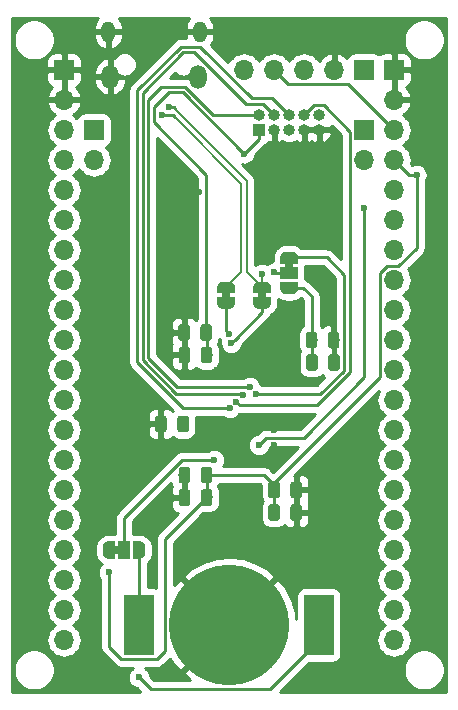
<source format=gbr>
G04 #@! TF.GenerationSoftware,KiCad,Pcbnew,5.1.4*
G04 #@! TF.CreationDate,2019-11-03T23:23:53+01:00*
G04 #@! TF.ProjectId,stm32XxxxCx_board,73746d33-3258-4787-9878-43785f626f61,rev?*
G04 #@! TF.SameCoordinates,Original*
G04 #@! TF.FileFunction,Copper,L2,Bot*
G04 #@! TF.FilePolarity,Positive*
%FSLAX46Y46*%
G04 Gerber Fmt 4.6, Leading zero omitted, Abs format (unit mm)*
G04 Created by KiCad (PCBNEW 5.1.4) date 2019-11-03 23:23:53*
%MOMM*%
%LPD*%
G04 APERTURE LIST*
%ADD10R,2.500000X5.100000*%
%ADD11C,10.200000*%
%ADD12O,1.150000X1.800000*%
%ADD13O,1.450000X2.000000*%
%ADD14C,0.100000*%
%ADD15C,0.975000*%
%ADD16R,1.000000X1.000000*%
%ADD17O,1.000000X1.000000*%
%ADD18C,0.500000*%
%ADD19R,1.000000X1.500000*%
%ADD20R,1.500000X1.000000*%
%ADD21O,1.700000X1.700000*%
%ADD22R,1.700000X1.700000*%
%ADD23C,0.600000*%
%ADD24C,0.250000*%
%ADD25C,0.200000*%
%ADD26C,0.254000*%
G04 APERTURE END LIST*
D10*
X158730000Y-102870000D03*
X143530000Y-102870000D03*
D11*
X151130000Y-102870000D03*
D12*
X140905000Y-52660000D03*
X148655000Y-52660000D03*
D13*
X141055000Y-56460000D03*
X148505000Y-56460000D03*
D14*
G36*
X157082642Y-92646174D02*
G01*
X157106303Y-92649684D01*
X157129507Y-92655496D01*
X157152029Y-92663554D01*
X157173653Y-92673782D01*
X157194170Y-92686079D01*
X157213383Y-92700329D01*
X157231107Y-92716393D01*
X157247171Y-92734117D01*
X157261421Y-92753330D01*
X157273718Y-92773847D01*
X157283946Y-92795471D01*
X157292004Y-92817993D01*
X157297816Y-92841197D01*
X157301326Y-92864858D01*
X157302500Y-92888750D01*
X157302500Y-93801250D01*
X157301326Y-93825142D01*
X157297816Y-93848803D01*
X157292004Y-93872007D01*
X157283946Y-93894529D01*
X157273718Y-93916153D01*
X157261421Y-93936670D01*
X157247171Y-93955883D01*
X157231107Y-93973607D01*
X157213383Y-93989671D01*
X157194170Y-94003921D01*
X157173653Y-94016218D01*
X157152029Y-94026446D01*
X157129507Y-94034504D01*
X157106303Y-94040316D01*
X157082642Y-94043826D01*
X157058750Y-94045000D01*
X156571250Y-94045000D01*
X156547358Y-94043826D01*
X156523697Y-94040316D01*
X156500493Y-94034504D01*
X156477971Y-94026446D01*
X156456347Y-94016218D01*
X156435830Y-94003921D01*
X156416617Y-93989671D01*
X156398893Y-93973607D01*
X156382829Y-93955883D01*
X156368579Y-93936670D01*
X156356282Y-93916153D01*
X156346054Y-93894529D01*
X156337996Y-93872007D01*
X156332184Y-93848803D01*
X156328674Y-93825142D01*
X156327500Y-93801250D01*
X156327500Y-92888750D01*
X156328674Y-92864858D01*
X156332184Y-92841197D01*
X156337996Y-92817993D01*
X156346054Y-92795471D01*
X156356282Y-92773847D01*
X156368579Y-92753330D01*
X156382829Y-92734117D01*
X156398893Y-92716393D01*
X156416617Y-92700329D01*
X156435830Y-92686079D01*
X156456347Y-92673782D01*
X156477971Y-92663554D01*
X156500493Y-92655496D01*
X156523697Y-92649684D01*
X156547358Y-92646174D01*
X156571250Y-92645000D01*
X157058750Y-92645000D01*
X157082642Y-92646174D01*
X157082642Y-92646174D01*
G37*
D15*
X156815000Y-93345000D03*
D14*
G36*
X155207642Y-92646174D02*
G01*
X155231303Y-92649684D01*
X155254507Y-92655496D01*
X155277029Y-92663554D01*
X155298653Y-92673782D01*
X155319170Y-92686079D01*
X155338383Y-92700329D01*
X155356107Y-92716393D01*
X155372171Y-92734117D01*
X155386421Y-92753330D01*
X155398718Y-92773847D01*
X155408946Y-92795471D01*
X155417004Y-92817993D01*
X155422816Y-92841197D01*
X155426326Y-92864858D01*
X155427500Y-92888750D01*
X155427500Y-93801250D01*
X155426326Y-93825142D01*
X155422816Y-93848803D01*
X155417004Y-93872007D01*
X155408946Y-93894529D01*
X155398718Y-93916153D01*
X155386421Y-93936670D01*
X155372171Y-93955883D01*
X155356107Y-93973607D01*
X155338383Y-93989671D01*
X155319170Y-94003921D01*
X155298653Y-94016218D01*
X155277029Y-94026446D01*
X155254507Y-94034504D01*
X155231303Y-94040316D01*
X155207642Y-94043826D01*
X155183750Y-94045000D01*
X154696250Y-94045000D01*
X154672358Y-94043826D01*
X154648697Y-94040316D01*
X154625493Y-94034504D01*
X154602971Y-94026446D01*
X154581347Y-94016218D01*
X154560830Y-94003921D01*
X154541617Y-93989671D01*
X154523893Y-93973607D01*
X154507829Y-93955883D01*
X154493579Y-93936670D01*
X154481282Y-93916153D01*
X154471054Y-93894529D01*
X154462996Y-93872007D01*
X154457184Y-93848803D01*
X154453674Y-93825142D01*
X154452500Y-93801250D01*
X154452500Y-92888750D01*
X154453674Y-92864858D01*
X154457184Y-92841197D01*
X154462996Y-92817993D01*
X154471054Y-92795471D01*
X154481282Y-92773847D01*
X154493579Y-92753330D01*
X154507829Y-92734117D01*
X154523893Y-92716393D01*
X154541617Y-92700329D01*
X154560830Y-92686079D01*
X154581347Y-92673782D01*
X154602971Y-92663554D01*
X154625493Y-92655496D01*
X154648697Y-92649684D01*
X154672358Y-92646174D01*
X154696250Y-92645000D01*
X155183750Y-92645000D01*
X155207642Y-92646174D01*
X155207642Y-92646174D01*
G37*
D15*
X154940000Y-93345000D03*
D14*
G36*
X155207642Y-90741174D02*
G01*
X155231303Y-90744684D01*
X155254507Y-90750496D01*
X155277029Y-90758554D01*
X155298653Y-90768782D01*
X155319170Y-90781079D01*
X155338383Y-90795329D01*
X155356107Y-90811393D01*
X155372171Y-90829117D01*
X155386421Y-90848330D01*
X155398718Y-90868847D01*
X155408946Y-90890471D01*
X155417004Y-90912993D01*
X155422816Y-90936197D01*
X155426326Y-90959858D01*
X155427500Y-90983750D01*
X155427500Y-91896250D01*
X155426326Y-91920142D01*
X155422816Y-91943803D01*
X155417004Y-91967007D01*
X155408946Y-91989529D01*
X155398718Y-92011153D01*
X155386421Y-92031670D01*
X155372171Y-92050883D01*
X155356107Y-92068607D01*
X155338383Y-92084671D01*
X155319170Y-92098921D01*
X155298653Y-92111218D01*
X155277029Y-92121446D01*
X155254507Y-92129504D01*
X155231303Y-92135316D01*
X155207642Y-92138826D01*
X155183750Y-92140000D01*
X154696250Y-92140000D01*
X154672358Y-92138826D01*
X154648697Y-92135316D01*
X154625493Y-92129504D01*
X154602971Y-92121446D01*
X154581347Y-92111218D01*
X154560830Y-92098921D01*
X154541617Y-92084671D01*
X154523893Y-92068607D01*
X154507829Y-92050883D01*
X154493579Y-92031670D01*
X154481282Y-92011153D01*
X154471054Y-91989529D01*
X154462996Y-91967007D01*
X154457184Y-91943803D01*
X154453674Y-91920142D01*
X154452500Y-91896250D01*
X154452500Y-90983750D01*
X154453674Y-90959858D01*
X154457184Y-90936197D01*
X154462996Y-90912993D01*
X154471054Y-90890471D01*
X154481282Y-90868847D01*
X154493579Y-90848330D01*
X154507829Y-90829117D01*
X154523893Y-90811393D01*
X154541617Y-90795329D01*
X154560830Y-90781079D01*
X154581347Y-90768782D01*
X154602971Y-90758554D01*
X154625493Y-90750496D01*
X154648697Y-90744684D01*
X154672358Y-90741174D01*
X154696250Y-90740000D01*
X155183750Y-90740000D01*
X155207642Y-90741174D01*
X155207642Y-90741174D01*
G37*
D15*
X154940000Y-91440000D03*
D14*
G36*
X157082642Y-90741174D02*
G01*
X157106303Y-90744684D01*
X157129507Y-90750496D01*
X157152029Y-90758554D01*
X157173653Y-90768782D01*
X157194170Y-90781079D01*
X157213383Y-90795329D01*
X157231107Y-90811393D01*
X157247171Y-90829117D01*
X157261421Y-90848330D01*
X157273718Y-90868847D01*
X157283946Y-90890471D01*
X157292004Y-90912993D01*
X157297816Y-90936197D01*
X157301326Y-90959858D01*
X157302500Y-90983750D01*
X157302500Y-91896250D01*
X157301326Y-91920142D01*
X157297816Y-91943803D01*
X157292004Y-91967007D01*
X157283946Y-91989529D01*
X157273718Y-92011153D01*
X157261421Y-92031670D01*
X157247171Y-92050883D01*
X157231107Y-92068607D01*
X157213383Y-92084671D01*
X157194170Y-92098921D01*
X157173653Y-92111218D01*
X157152029Y-92121446D01*
X157129507Y-92129504D01*
X157106303Y-92135316D01*
X157082642Y-92138826D01*
X157058750Y-92140000D01*
X156571250Y-92140000D01*
X156547358Y-92138826D01*
X156523697Y-92135316D01*
X156500493Y-92129504D01*
X156477971Y-92121446D01*
X156456347Y-92111218D01*
X156435830Y-92098921D01*
X156416617Y-92084671D01*
X156398893Y-92068607D01*
X156382829Y-92050883D01*
X156368579Y-92031670D01*
X156356282Y-92011153D01*
X156346054Y-91989529D01*
X156337996Y-91967007D01*
X156332184Y-91943803D01*
X156328674Y-91920142D01*
X156327500Y-91896250D01*
X156327500Y-90983750D01*
X156328674Y-90959858D01*
X156332184Y-90936197D01*
X156337996Y-90912993D01*
X156346054Y-90890471D01*
X156356282Y-90868847D01*
X156368579Y-90848330D01*
X156382829Y-90829117D01*
X156398893Y-90811393D01*
X156416617Y-90795329D01*
X156435830Y-90781079D01*
X156456347Y-90768782D01*
X156477971Y-90758554D01*
X156500493Y-90750496D01*
X156523697Y-90744684D01*
X156547358Y-90741174D01*
X156571250Y-90740000D01*
X157058750Y-90740000D01*
X157082642Y-90741174D01*
X157082642Y-90741174D01*
G37*
D15*
X156815000Y-91440000D03*
D14*
G36*
X158382642Y-78041174D02*
G01*
X158406303Y-78044684D01*
X158429507Y-78050496D01*
X158452029Y-78058554D01*
X158473653Y-78068782D01*
X158494170Y-78081079D01*
X158513383Y-78095329D01*
X158531107Y-78111393D01*
X158547171Y-78129117D01*
X158561421Y-78148330D01*
X158573718Y-78168847D01*
X158583946Y-78190471D01*
X158592004Y-78212993D01*
X158597816Y-78236197D01*
X158601326Y-78259858D01*
X158602500Y-78283750D01*
X158602500Y-79196250D01*
X158601326Y-79220142D01*
X158597816Y-79243803D01*
X158592004Y-79267007D01*
X158583946Y-79289529D01*
X158573718Y-79311153D01*
X158561421Y-79331670D01*
X158547171Y-79350883D01*
X158531107Y-79368607D01*
X158513383Y-79384671D01*
X158494170Y-79398921D01*
X158473653Y-79411218D01*
X158452029Y-79421446D01*
X158429507Y-79429504D01*
X158406303Y-79435316D01*
X158382642Y-79438826D01*
X158358750Y-79440000D01*
X157871250Y-79440000D01*
X157847358Y-79438826D01*
X157823697Y-79435316D01*
X157800493Y-79429504D01*
X157777971Y-79421446D01*
X157756347Y-79411218D01*
X157735830Y-79398921D01*
X157716617Y-79384671D01*
X157698893Y-79368607D01*
X157682829Y-79350883D01*
X157668579Y-79331670D01*
X157656282Y-79311153D01*
X157646054Y-79289529D01*
X157637996Y-79267007D01*
X157632184Y-79243803D01*
X157628674Y-79220142D01*
X157627500Y-79196250D01*
X157627500Y-78283750D01*
X157628674Y-78259858D01*
X157632184Y-78236197D01*
X157637996Y-78212993D01*
X157646054Y-78190471D01*
X157656282Y-78168847D01*
X157668579Y-78148330D01*
X157682829Y-78129117D01*
X157698893Y-78111393D01*
X157716617Y-78095329D01*
X157735830Y-78081079D01*
X157756347Y-78068782D01*
X157777971Y-78058554D01*
X157800493Y-78050496D01*
X157823697Y-78044684D01*
X157847358Y-78041174D01*
X157871250Y-78040000D01*
X158358750Y-78040000D01*
X158382642Y-78041174D01*
X158382642Y-78041174D01*
G37*
D15*
X158115000Y-78740000D03*
D14*
G36*
X160257642Y-78041174D02*
G01*
X160281303Y-78044684D01*
X160304507Y-78050496D01*
X160327029Y-78058554D01*
X160348653Y-78068782D01*
X160369170Y-78081079D01*
X160388383Y-78095329D01*
X160406107Y-78111393D01*
X160422171Y-78129117D01*
X160436421Y-78148330D01*
X160448718Y-78168847D01*
X160458946Y-78190471D01*
X160467004Y-78212993D01*
X160472816Y-78236197D01*
X160476326Y-78259858D01*
X160477500Y-78283750D01*
X160477500Y-79196250D01*
X160476326Y-79220142D01*
X160472816Y-79243803D01*
X160467004Y-79267007D01*
X160458946Y-79289529D01*
X160448718Y-79311153D01*
X160436421Y-79331670D01*
X160422171Y-79350883D01*
X160406107Y-79368607D01*
X160388383Y-79384671D01*
X160369170Y-79398921D01*
X160348653Y-79411218D01*
X160327029Y-79421446D01*
X160304507Y-79429504D01*
X160281303Y-79435316D01*
X160257642Y-79438826D01*
X160233750Y-79440000D01*
X159746250Y-79440000D01*
X159722358Y-79438826D01*
X159698697Y-79435316D01*
X159675493Y-79429504D01*
X159652971Y-79421446D01*
X159631347Y-79411218D01*
X159610830Y-79398921D01*
X159591617Y-79384671D01*
X159573893Y-79368607D01*
X159557829Y-79350883D01*
X159543579Y-79331670D01*
X159531282Y-79311153D01*
X159521054Y-79289529D01*
X159512996Y-79267007D01*
X159507184Y-79243803D01*
X159503674Y-79220142D01*
X159502500Y-79196250D01*
X159502500Y-78283750D01*
X159503674Y-78259858D01*
X159507184Y-78236197D01*
X159512996Y-78212993D01*
X159521054Y-78190471D01*
X159531282Y-78168847D01*
X159543579Y-78148330D01*
X159557829Y-78129117D01*
X159573893Y-78111393D01*
X159591617Y-78095329D01*
X159610830Y-78081079D01*
X159631347Y-78068782D01*
X159652971Y-78058554D01*
X159675493Y-78050496D01*
X159698697Y-78044684D01*
X159722358Y-78041174D01*
X159746250Y-78040000D01*
X160233750Y-78040000D01*
X160257642Y-78041174D01*
X160257642Y-78041174D01*
G37*
D15*
X159990000Y-78740000D03*
D14*
G36*
X160287642Y-79946174D02*
G01*
X160311303Y-79949684D01*
X160334507Y-79955496D01*
X160357029Y-79963554D01*
X160378653Y-79973782D01*
X160399170Y-79986079D01*
X160418383Y-80000329D01*
X160436107Y-80016393D01*
X160452171Y-80034117D01*
X160466421Y-80053330D01*
X160478718Y-80073847D01*
X160488946Y-80095471D01*
X160497004Y-80117993D01*
X160502816Y-80141197D01*
X160506326Y-80164858D01*
X160507500Y-80188750D01*
X160507500Y-81101250D01*
X160506326Y-81125142D01*
X160502816Y-81148803D01*
X160497004Y-81172007D01*
X160488946Y-81194529D01*
X160478718Y-81216153D01*
X160466421Y-81236670D01*
X160452171Y-81255883D01*
X160436107Y-81273607D01*
X160418383Y-81289671D01*
X160399170Y-81303921D01*
X160378653Y-81316218D01*
X160357029Y-81326446D01*
X160334507Y-81334504D01*
X160311303Y-81340316D01*
X160287642Y-81343826D01*
X160263750Y-81345000D01*
X159776250Y-81345000D01*
X159752358Y-81343826D01*
X159728697Y-81340316D01*
X159705493Y-81334504D01*
X159682971Y-81326446D01*
X159661347Y-81316218D01*
X159640830Y-81303921D01*
X159621617Y-81289671D01*
X159603893Y-81273607D01*
X159587829Y-81255883D01*
X159573579Y-81236670D01*
X159561282Y-81216153D01*
X159551054Y-81194529D01*
X159542996Y-81172007D01*
X159537184Y-81148803D01*
X159533674Y-81125142D01*
X159532500Y-81101250D01*
X159532500Y-80188750D01*
X159533674Y-80164858D01*
X159537184Y-80141197D01*
X159542996Y-80117993D01*
X159551054Y-80095471D01*
X159561282Y-80073847D01*
X159573579Y-80053330D01*
X159587829Y-80034117D01*
X159603893Y-80016393D01*
X159621617Y-80000329D01*
X159640830Y-79986079D01*
X159661347Y-79973782D01*
X159682971Y-79963554D01*
X159705493Y-79955496D01*
X159728697Y-79949684D01*
X159752358Y-79946174D01*
X159776250Y-79945000D01*
X160263750Y-79945000D01*
X160287642Y-79946174D01*
X160287642Y-79946174D01*
G37*
D15*
X160020000Y-80645000D03*
D14*
G36*
X158412642Y-79946174D02*
G01*
X158436303Y-79949684D01*
X158459507Y-79955496D01*
X158482029Y-79963554D01*
X158503653Y-79973782D01*
X158524170Y-79986079D01*
X158543383Y-80000329D01*
X158561107Y-80016393D01*
X158577171Y-80034117D01*
X158591421Y-80053330D01*
X158603718Y-80073847D01*
X158613946Y-80095471D01*
X158622004Y-80117993D01*
X158627816Y-80141197D01*
X158631326Y-80164858D01*
X158632500Y-80188750D01*
X158632500Y-81101250D01*
X158631326Y-81125142D01*
X158627816Y-81148803D01*
X158622004Y-81172007D01*
X158613946Y-81194529D01*
X158603718Y-81216153D01*
X158591421Y-81236670D01*
X158577171Y-81255883D01*
X158561107Y-81273607D01*
X158543383Y-81289671D01*
X158524170Y-81303921D01*
X158503653Y-81316218D01*
X158482029Y-81326446D01*
X158459507Y-81334504D01*
X158436303Y-81340316D01*
X158412642Y-81343826D01*
X158388750Y-81345000D01*
X157901250Y-81345000D01*
X157877358Y-81343826D01*
X157853697Y-81340316D01*
X157830493Y-81334504D01*
X157807971Y-81326446D01*
X157786347Y-81316218D01*
X157765830Y-81303921D01*
X157746617Y-81289671D01*
X157728893Y-81273607D01*
X157712829Y-81255883D01*
X157698579Y-81236670D01*
X157686282Y-81216153D01*
X157676054Y-81194529D01*
X157667996Y-81172007D01*
X157662184Y-81148803D01*
X157658674Y-81125142D01*
X157657500Y-81101250D01*
X157657500Y-80188750D01*
X157658674Y-80164858D01*
X157662184Y-80141197D01*
X157667996Y-80117993D01*
X157676054Y-80095471D01*
X157686282Y-80073847D01*
X157698579Y-80053330D01*
X157712829Y-80034117D01*
X157728893Y-80016393D01*
X157746617Y-80000329D01*
X157765830Y-79986079D01*
X157786347Y-79973782D01*
X157807971Y-79963554D01*
X157830493Y-79955496D01*
X157853697Y-79949684D01*
X157877358Y-79946174D01*
X157901250Y-79945000D01*
X158388750Y-79945000D01*
X158412642Y-79946174D01*
X158412642Y-79946174D01*
G37*
D15*
X158145000Y-80645000D03*
D14*
G36*
X149492642Y-89471174D02*
G01*
X149516303Y-89474684D01*
X149539507Y-89480496D01*
X149562029Y-89488554D01*
X149583653Y-89498782D01*
X149604170Y-89511079D01*
X149623383Y-89525329D01*
X149641107Y-89541393D01*
X149657171Y-89559117D01*
X149671421Y-89578330D01*
X149683718Y-89598847D01*
X149693946Y-89620471D01*
X149702004Y-89642993D01*
X149707816Y-89666197D01*
X149711326Y-89689858D01*
X149712500Y-89713750D01*
X149712500Y-90626250D01*
X149711326Y-90650142D01*
X149707816Y-90673803D01*
X149702004Y-90697007D01*
X149693946Y-90719529D01*
X149683718Y-90741153D01*
X149671421Y-90761670D01*
X149657171Y-90780883D01*
X149641107Y-90798607D01*
X149623383Y-90814671D01*
X149604170Y-90828921D01*
X149583653Y-90841218D01*
X149562029Y-90851446D01*
X149539507Y-90859504D01*
X149516303Y-90865316D01*
X149492642Y-90868826D01*
X149468750Y-90870000D01*
X148981250Y-90870000D01*
X148957358Y-90868826D01*
X148933697Y-90865316D01*
X148910493Y-90859504D01*
X148887971Y-90851446D01*
X148866347Y-90841218D01*
X148845830Y-90828921D01*
X148826617Y-90814671D01*
X148808893Y-90798607D01*
X148792829Y-90780883D01*
X148778579Y-90761670D01*
X148766282Y-90741153D01*
X148756054Y-90719529D01*
X148747996Y-90697007D01*
X148742184Y-90673803D01*
X148738674Y-90650142D01*
X148737500Y-90626250D01*
X148737500Y-89713750D01*
X148738674Y-89689858D01*
X148742184Y-89666197D01*
X148747996Y-89642993D01*
X148756054Y-89620471D01*
X148766282Y-89598847D01*
X148778579Y-89578330D01*
X148792829Y-89559117D01*
X148808893Y-89541393D01*
X148826617Y-89525329D01*
X148845830Y-89511079D01*
X148866347Y-89498782D01*
X148887971Y-89488554D01*
X148910493Y-89480496D01*
X148933697Y-89474684D01*
X148957358Y-89471174D01*
X148981250Y-89470000D01*
X149468750Y-89470000D01*
X149492642Y-89471174D01*
X149492642Y-89471174D01*
G37*
D15*
X149225000Y-90170000D03*
D14*
G36*
X147617642Y-89471174D02*
G01*
X147641303Y-89474684D01*
X147664507Y-89480496D01*
X147687029Y-89488554D01*
X147708653Y-89498782D01*
X147729170Y-89511079D01*
X147748383Y-89525329D01*
X147766107Y-89541393D01*
X147782171Y-89559117D01*
X147796421Y-89578330D01*
X147808718Y-89598847D01*
X147818946Y-89620471D01*
X147827004Y-89642993D01*
X147832816Y-89666197D01*
X147836326Y-89689858D01*
X147837500Y-89713750D01*
X147837500Y-90626250D01*
X147836326Y-90650142D01*
X147832816Y-90673803D01*
X147827004Y-90697007D01*
X147818946Y-90719529D01*
X147808718Y-90741153D01*
X147796421Y-90761670D01*
X147782171Y-90780883D01*
X147766107Y-90798607D01*
X147748383Y-90814671D01*
X147729170Y-90828921D01*
X147708653Y-90841218D01*
X147687029Y-90851446D01*
X147664507Y-90859504D01*
X147641303Y-90865316D01*
X147617642Y-90868826D01*
X147593750Y-90870000D01*
X147106250Y-90870000D01*
X147082358Y-90868826D01*
X147058697Y-90865316D01*
X147035493Y-90859504D01*
X147012971Y-90851446D01*
X146991347Y-90841218D01*
X146970830Y-90828921D01*
X146951617Y-90814671D01*
X146933893Y-90798607D01*
X146917829Y-90780883D01*
X146903579Y-90761670D01*
X146891282Y-90741153D01*
X146881054Y-90719529D01*
X146872996Y-90697007D01*
X146867184Y-90673803D01*
X146863674Y-90650142D01*
X146862500Y-90626250D01*
X146862500Y-89713750D01*
X146863674Y-89689858D01*
X146867184Y-89666197D01*
X146872996Y-89642993D01*
X146881054Y-89620471D01*
X146891282Y-89598847D01*
X146903579Y-89578330D01*
X146917829Y-89559117D01*
X146933893Y-89541393D01*
X146951617Y-89525329D01*
X146970830Y-89511079D01*
X146991347Y-89498782D01*
X147012971Y-89488554D01*
X147035493Y-89480496D01*
X147058697Y-89474684D01*
X147082358Y-89471174D01*
X147106250Y-89470000D01*
X147593750Y-89470000D01*
X147617642Y-89471174D01*
X147617642Y-89471174D01*
G37*
D15*
X147350000Y-90170000D03*
D14*
G36*
X149492642Y-91376174D02*
G01*
X149516303Y-91379684D01*
X149539507Y-91385496D01*
X149562029Y-91393554D01*
X149583653Y-91403782D01*
X149604170Y-91416079D01*
X149623383Y-91430329D01*
X149641107Y-91446393D01*
X149657171Y-91464117D01*
X149671421Y-91483330D01*
X149683718Y-91503847D01*
X149693946Y-91525471D01*
X149702004Y-91547993D01*
X149707816Y-91571197D01*
X149711326Y-91594858D01*
X149712500Y-91618750D01*
X149712500Y-92531250D01*
X149711326Y-92555142D01*
X149707816Y-92578803D01*
X149702004Y-92602007D01*
X149693946Y-92624529D01*
X149683718Y-92646153D01*
X149671421Y-92666670D01*
X149657171Y-92685883D01*
X149641107Y-92703607D01*
X149623383Y-92719671D01*
X149604170Y-92733921D01*
X149583653Y-92746218D01*
X149562029Y-92756446D01*
X149539507Y-92764504D01*
X149516303Y-92770316D01*
X149492642Y-92773826D01*
X149468750Y-92775000D01*
X148981250Y-92775000D01*
X148957358Y-92773826D01*
X148933697Y-92770316D01*
X148910493Y-92764504D01*
X148887971Y-92756446D01*
X148866347Y-92746218D01*
X148845830Y-92733921D01*
X148826617Y-92719671D01*
X148808893Y-92703607D01*
X148792829Y-92685883D01*
X148778579Y-92666670D01*
X148766282Y-92646153D01*
X148756054Y-92624529D01*
X148747996Y-92602007D01*
X148742184Y-92578803D01*
X148738674Y-92555142D01*
X148737500Y-92531250D01*
X148737500Y-91618750D01*
X148738674Y-91594858D01*
X148742184Y-91571197D01*
X148747996Y-91547993D01*
X148756054Y-91525471D01*
X148766282Y-91503847D01*
X148778579Y-91483330D01*
X148792829Y-91464117D01*
X148808893Y-91446393D01*
X148826617Y-91430329D01*
X148845830Y-91416079D01*
X148866347Y-91403782D01*
X148887971Y-91393554D01*
X148910493Y-91385496D01*
X148933697Y-91379684D01*
X148957358Y-91376174D01*
X148981250Y-91375000D01*
X149468750Y-91375000D01*
X149492642Y-91376174D01*
X149492642Y-91376174D01*
G37*
D15*
X149225000Y-92075000D03*
D14*
G36*
X147617642Y-91376174D02*
G01*
X147641303Y-91379684D01*
X147664507Y-91385496D01*
X147687029Y-91393554D01*
X147708653Y-91403782D01*
X147729170Y-91416079D01*
X147748383Y-91430329D01*
X147766107Y-91446393D01*
X147782171Y-91464117D01*
X147796421Y-91483330D01*
X147808718Y-91503847D01*
X147818946Y-91525471D01*
X147827004Y-91547993D01*
X147832816Y-91571197D01*
X147836326Y-91594858D01*
X147837500Y-91618750D01*
X147837500Y-92531250D01*
X147836326Y-92555142D01*
X147832816Y-92578803D01*
X147827004Y-92602007D01*
X147818946Y-92624529D01*
X147808718Y-92646153D01*
X147796421Y-92666670D01*
X147782171Y-92685883D01*
X147766107Y-92703607D01*
X147748383Y-92719671D01*
X147729170Y-92733921D01*
X147708653Y-92746218D01*
X147687029Y-92756446D01*
X147664507Y-92764504D01*
X147641303Y-92770316D01*
X147617642Y-92773826D01*
X147593750Y-92775000D01*
X147106250Y-92775000D01*
X147082358Y-92773826D01*
X147058697Y-92770316D01*
X147035493Y-92764504D01*
X147012971Y-92756446D01*
X146991347Y-92746218D01*
X146970830Y-92733921D01*
X146951617Y-92719671D01*
X146933893Y-92703607D01*
X146917829Y-92685883D01*
X146903579Y-92666670D01*
X146891282Y-92646153D01*
X146881054Y-92624529D01*
X146872996Y-92602007D01*
X146867184Y-92578803D01*
X146863674Y-92555142D01*
X146862500Y-92531250D01*
X146862500Y-91618750D01*
X146863674Y-91594858D01*
X146867184Y-91571197D01*
X146872996Y-91547993D01*
X146881054Y-91525471D01*
X146891282Y-91503847D01*
X146903579Y-91483330D01*
X146917829Y-91464117D01*
X146933893Y-91446393D01*
X146951617Y-91430329D01*
X146970830Y-91416079D01*
X146991347Y-91403782D01*
X147012971Y-91393554D01*
X147035493Y-91385496D01*
X147058697Y-91379684D01*
X147082358Y-91376174D01*
X147106250Y-91375000D01*
X147593750Y-91375000D01*
X147617642Y-91376174D01*
X147617642Y-91376174D01*
G37*
D15*
X147350000Y-92075000D03*
D14*
G36*
X147587642Y-77406174D02*
G01*
X147611303Y-77409684D01*
X147634507Y-77415496D01*
X147657029Y-77423554D01*
X147678653Y-77433782D01*
X147699170Y-77446079D01*
X147718383Y-77460329D01*
X147736107Y-77476393D01*
X147752171Y-77494117D01*
X147766421Y-77513330D01*
X147778718Y-77533847D01*
X147788946Y-77555471D01*
X147797004Y-77577993D01*
X147802816Y-77601197D01*
X147806326Y-77624858D01*
X147807500Y-77648750D01*
X147807500Y-78561250D01*
X147806326Y-78585142D01*
X147802816Y-78608803D01*
X147797004Y-78632007D01*
X147788946Y-78654529D01*
X147778718Y-78676153D01*
X147766421Y-78696670D01*
X147752171Y-78715883D01*
X147736107Y-78733607D01*
X147718383Y-78749671D01*
X147699170Y-78763921D01*
X147678653Y-78776218D01*
X147657029Y-78786446D01*
X147634507Y-78794504D01*
X147611303Y-78800316D01*
X147587642Y-78803826D01*
X147563750Y-78805000D01*
X147076250Y-78805000D01*
X147052358Y-78803826D01*
X147028697Y-78800316D01*
X147005493Y-78794504D01*
X146982971Y-78786446D01*
X146961347Y-78776218D01*
X146940830Y-78763921D01*
X146921617Y-78749671D01*
X146903893Y-78733607D01*
X146887829Y-78715883D01*
X146873579Y-78696670D01*
X146861282Y-78676153D01*
X146851054Y-78654529D01*
X146842996Y-78632007D01*
X146837184Y-78608803D01*
X146833674Y-78585142D01*
X146832500Y-78561250D01*
X146832500Y-77648750D01*
X146833674Y-77624858D01*
X146837184Y-77601197D01*
X146842996Y-77577993D01*
X146851054Y-77555471D01*
X146861282Y-77533847D01*
X146873579Y-77513330D01*
X146887829Y-77494117D01*
X146903893Y-77476393D01*
X146921617Y-77460329D01*
X146940830Y-77446079D01*
X146961347Y-77433782D01*
X146982971Y-77423554D01*
X147005493Y-77415496D01*
X147028697Y-77409684D01*
X147052358Y-77406174D01*
X147076250Y-77405000D01*
X147563750Y-77405000D01*
X147587642Y-77406174D01*
X147587642Y-77406174D01*
G37*
D15*
X147320000Y-78105000D03*
D14*
G36*
X149462642Y-77406174D02*
G01*
X149486303Y-77409684D01*
X149509507Y-77415496D01*
X149532029Y-77423554D01*
X149553653Y-77433782D01*
X149574170Y-77446079D01*
X149593383Y-77460329D01*
X149611107Y-77476393D01*
X149627171Y-77494117D01*
X149641421Y-77513330D01*
X149653718Y-77533847D01*
X149663946Y-77555471D01*
X149672004Y-77577993D01*
X149677816Y-77601197D01*
X149681326Y-77624858D01*
X149682500Y-77648750D01*
X149682500Y-78561250D01*
X149681326Y-78585142D01*
X149677816Y-78608803D01*
X149672004Y-78632007D01*
X149663946Y-78654529D01*
X149653718Y-78676153D01*
X149641421Y-78696670D01*
X149627171Y-78715883D01*
X149611107Y-78733607D01*
X149593383Y-78749671D01*
X149574170Y-78763921D01*
X149553653Y-78776218D01*
X149532029Y-78786446D01*
X149509507Y-78794504D01*
X149486303Y-78800316D01*
X149462642Y-78803826D01*
X149438750Y-78805000D01*
X148951250Y-78805000D01*
X148927358Y-78803826D01*
X148903697Y-78800316D01*
X148880493Y-78794504D01*
X148857971Y-78786446D01*
X148836347Y-78776218D01*
X148815830Y-78763921D01*
X148796617Y-78749671D01*
X148778893Y-78733607D01*
X148762829Y-78715883D01*
X148748579Y-78696670D01*
X148736282Y-78676153D01*
X148726054Y-78654529D01*
X148717996Y-78632007D01*
X148712184Y-78608803D01*
X148708674Y-78585142D01*
X148707500Y-78561250D01*
X148707500Y-77648750D01*
X148708674Y-77624858D01*
X148712184Y-77601197D01*
X148717996Y-77577993D01*
X148726054Y-77555471D01*
X148736282Y-77533847D01*
X148748579Y-77513330D01*
X148762829Y-77494117D01*
X148778893Y-77476393D01*
X148796617Y-77460329D01*
X148815830Y-77446079D01*
X148836347Y-77433782D01*
X148857971Y-77423554D01*
X148880493Y-77415496D01*
X148903697Y-77409684D01*
X148927358Y-77406174D01*
X148951250Y-77405000D01*
X149438750Y-77405000D01*
X149462642Y-77406174D01*
X149462642Y-77406174D01*
G37*
D15*
X149195000Y-78105000D03*
D14*
G36*
X149492642Y-79311174D02*
G01*
X149516303Y-79314684D01*
X149539507Y-79320496D01*
X149562029Y-79328554D01*
X149583653Y-79338782D01*
X149604170Y-79351079D01*
X149623383Y-79365329D01*
X149641107Y-79381393D01*
X149657171Y-79399117D01*
X149671421Y-79418330D01*
X149683718Y-79438847D01*
X149693946Y-79460471D01*
X149702004Y-79482993D01*
X149707816Y-79506197D01*
X149711326Y-79529858D01*
X149712500Y-79553750D01*
X149712500Y-80466250D01*
X149711326Y-80490142D01*
X149707816Y-80513803D01*
X149702004Y-80537007D01*
X149693946Y-80559529D01*
X149683718Y-80581153D01*
X149671421Y-80601670D01*
X149657171Y-80620883D01*
X149641107Y-80638607D01*
X149623383Y-80654671D01*
X149604170Y-80668921D01*
X149583653Y-80681218D01*
X149562029Y-80691446D01*
X149539507Y-80699504D01*
X149516303Y-80705316D01*
X149492642Y-80708826D01*
X149468750Y-80710000D01*
X148981250Y-80710000D01*
X148957358Y-80708826D01*
X148933697Y-80705316D01*
X148910493Y-80699504D01*
X148887971Y-80691446D01*
X148866347Y-80681218D01*
X148845830Y-80668921D01*
X148826617Y-80654671D01*
X148808893Y-80638607D01*
X148792829Y-80620883D01*
X148778579Y-80601670D01*
X148766282Y-80581153D01*
X148756054Y-80559529D01*
X148747996Y-80537007D01*
X148742184Y-80513803D01*
X148738674Y-80490142D01*
X148737500Y-80466250D01*
X148737500Y-79553750D01*
X148738674Y-79529858D01*
X148742184Y-79506197D01*
X148747996Y-79482993D01*
X148756054Y-79460471D01*
X148766282Y-79438847D01*
X148778579Y-79418330D01*
X148792829Y-79399117D01*
X148808893Y-79381393D01*
X148826617Y-79365329D01*
X148845830Y-79351079D01*
X148866347Y-79338782D01*
X148887971Y-79328554D01*
X148910493Y-79320496D01*
X148933697Y-79314684D01*
X148957358Y-79311174D01*
X148981250Y-79310000D01*
X149468750Y-79310000D01*
X149492642Y-79311174D01*
X149492642Y-79311174D01*
G37*
D15*
X149225000Y-80010000D03*
D14*
G36*
X147617642Y-79311174D02*
G01*
X147641303Y-79314684D01*
X147664507Y-79320496D01*
X147687029Y-79328554D01*
X147708653Y-79338782D01*
X147729170Y-79351079D01*
X147748383Y-79365329D01*
X147766107Y-79381393D01*
X147782171Y-79399117D01*
X147796421Y-79418330D01*
X147808718Y-79438847D01*
X147818946Y-79460471D01*
X147827004Y-79482993D01*
X147832816Y-79506197D01*
X147836326Y-79529858D01*
X147837500Y-79553750D01*
X147837500Y-80466250D01*
X147836326Y-80490142D01*
X147832816Y-80513803D01*
X147827004Y-80537007D01*
X147818946Y-80559529D01*
X147808718Y-80581153D01*
X147796421Y-80601670D01*
X147782171Y-80620883D01*
X147766107Y-80638607D01*
X147748383Y-80654671D01*
X147729170Y-80668921D01*
X147708653Y-80681218D01*
X147687029Y-80691446D01*
X147664507Y-80699504D01*
X147641303Y-80705316D01*
X147617642Y-80708826D01*
X147593750Y-80710000D01*
X147106250Y-80710000D01*
X147082358Y-80708826D01*
X147058697Y-80705316D01*
X147035493Y-80699504D01*
X147012971Y-80691446D01*
X146991347Y-80681218D01*
X146970830Y-80668921D01*
X146951617Y-80654671D01*
X146933893Y-80638607D01*
X146917829Y-80620883D01*
X146903579Y-80601670D01*
X146891282Y-80581153D01*
X146881054Y-80559529D01*
X146872996Y-80537007D01*
X146867184Y-80513803D01*
X146863674Y-80490142D01*
X146862500Y-80466250D01*
X146862500Y-79553750D01*
X146863674Y-79529858D01*
X146867184Y-79506197D01*
X146872996Y-79482993D01*
X146881054Y-79460471D01*
X146891282Y-79438847D01*
X146903579Y-79418330D01*
X146917829Y-79399117D01*
X146933893Y-79381393D01*
X146951617Y-79365329D01*
X146970830Y-79351079D01*
X146991347Y-79338782D01*
X147012971Y-79328554D01*
X147035493Y-79320496D01*
X147058697Y-79314684D01*
X147082358Y-79311174D01*
X147106250Y-79310000D01*
X147593750Y-79310000D01*
X147617642Y-79311174D01*
X147617642Y-79311174D01*
G37*
D15*
X147350000Y-80010000D03*
D16*
X153670000Y-60960000D03*
D17*
X153670000Y-59690000D03*
X154940000Y-60960000D03*
X154940000Y-59690000D03*
X156210000Y-60960000D03*
X156210000Y-59690000D03*
X157480000Y-60960000D03*
X157480000Y-59690000D03*
X158750000Y-60960000D03*
X158750000Y-59690000D03*
D14*
G36*
X145634142Y-85153174D02*
G01*
X145657803Y-85156684D01*
X145681007Y-85162496D01*
X145703529Y-85170554D01*
X145725153Y-85180782D01*
X145745670Y-85193079D01*
X145764883Y-85207329D01*
X145782607Y-85223393D01*
X145798671Y-85241117D01*
X145812921Y-85260330D01*
X145825218Y-85280847D01*
X145835446Y-85302471D01*
X145843504Y-85324993D01*
X145849316Y-85348197D01*
X145852826Y-85371858D01*
X145854000Y-85395750D01*
X145854000Y-86308250D01*
X145852826Y-86332142D01*
X145849316Y-86355803D01*
X145843504Y-86379007D01*
X145835446Y-86401529D01*
X145825218Y-86423153D01*
X145812921Y-86443670D01*
X145798671Y-86462883D01*
X145782607Y-86480607D01*
X145764883Y-86496671D01*
X145745670Y-86510921D01*
X145725153Y-86523218D01*
X145703529Y-86533446D01*
X145681007Y-86541504D01*
X145657803Y-86547316D01*
X145634142Y-86550826D01*
X145610250Y-86552000D01*
X145122750Y-86552000D01*
X145098858Y-86550826D01*
X145075197Y-86547316D01*
X145051993Y-86541504D01*
X145029471Y-86533446D01*
X145007847Y-86523218D01*
X144987330Y-86510921D01*
X144968117Y-86496671D01*
X144950393Y-86480607D01*
X144934329Y-86462883D01*
X144920079Y-86443670D01*
X144907782Y-86423153D01*
X144897554Y-86401529D01*
X144889496Y-86379007D01*
X144883684Y-86355803D01*
X144880174Y-86332142D01*
X144879000Y-86308250D01*
X144879000Y-85395750D01*
X144880174Y-85371858D01*
X144883684Y-85348197D01*
X144889496Y-85324993D01*
X144897554Y-85302471D01*
X144907782Y-85280847D01*
X144920079Y-85260330D01*
X144934329Y-85241117D01*
X144950393Y-85223393D01*
X144968117Y-85207329D01*
X144987330Y-85193079D01*
X145007847Y-85180782D01*
X145029471Y-85170554D01*
X145051993Y-85162496D01*
X145075197Y-85156684D01*
X145098858Y-85153174D01*
X145122750Y-85152000D01*
X145610250Y-85152000D01*
X145634142Y-85153174D01*
X145634142Y-85153174D01*
G37*
D15*
X145366500Y-85852000D03*
D14*
G36*
X147509142Y-85153174D02*
G01*
X147532803Y-85156684D01*
X147556007Y-85162496D01*
X147578529Y-85170554D01*
X147600153Y-85180782D01*
X147620670Y-85193079D01*
X147639883Y-85207329D01*
X147657607Y-85223393D01*
X147673671Y-85241117D01*
X147687921Y-85260330D01*
X147700218Y-85280847D01*
X147710446Y-85302471D01*
X147718504Y-85324993D01*
X147724316Y-85348197D01*
X147727826Y-85371858D01*
X147729000Y-85395750D01*
X147729000Y-86308250D01*
X147727826Y-86332142D01*
X147724316Y-86355803D01*
X147718504Y-86379007D01*
X147710446Y-86401529D01*
X147700218Y-86423153D01*
X147687921Y-86443670D01*
X147673671Y-86462883D01*
X147657607Y-86480607D01*
X147639883Y-86496671D01*
X147620670Y-86510921D01*
X147600153Y-86523218D01*
X147578529Y-86533446D01*
X147556007Y-86541504D01*
X147532803Y-86547316D01*
X147509142Y-86550826D01*
X147485250Y-86552000D01*
X146997750Y-86552000D01*
X146973858Y-86550826D01*
X146950197Y-86547316D01*
X146926993Y-86541504D01*
X146904471Y-86533446D01*
X146882847Y-86523218D01*
X146862330Y-86510921D01*
X146843117Y-86496671D01*
X146825393Y-86480607D01*
X146809329Y-86462883D01*
X146795079Y-86443670D01*
X146782782Y-86423153D01*
X146772554Y-86401529D01*
X146764496Y-86379007D01*
X146758684Y-86355803D01*
X146755174Y-86332142D01*
X146754000Y-86308250D01*
X146754000Y-85395750D01*
X146755174Y-85371858D01*
X146758684Y-85348197D01*
X146764496Y-85324993D01*
X146772554Y-85302471D01*
X146782782Y-85280847D01*
X146795079Y-85260330D01*
X146809329Y-85241117D01*
X146825393Y-85223393D01*
X146843117Y-85207329D01*
X146862330Y-85193079D01*
X146882847Y-85180782D01*
X146904471Y-85170554D01*
X146926993Y-85162496D01*
X146950197Y-85156684D01*
X146973858Y-85153174D01*
X146997750Y-85152000D01*
X147485250Y-85152000D01*
X147509142Y-85153174D01*
X147509142Y-85153174D01*
G37*
D15*
X147241500Y-85852000D03*
D18*
X140940000Y-96520000D03*
D14*
G36*
X141490000Y-96220000D02*
G01*
X141840000Y-96220000D01*
X141840000Y-96820000D01*
X141490000Y-96820000D01*
X141490000Y-97270000D01*
X140940000Y-97270000D01*
X140940000Y-97269398D01*
X140915466Y-97269398D01*
X140866635Y-97264588D01*
X140818510Y-97255016D01*
X140771555Y-97240772D01*
X140726222Y-97221995D01*
X140682949Y-97198864D01*
X140642150Y-97171604D01*
X140604221Y-97140476D01*
X140569524Y-97105779D01*
X140538396Y-97067850D01*
X140511136Y-97027051D01*
X140488005Y-96983778D01*
X140469228Y-96938445D01*
X140454984Y-96891490D01*
X140445412Y-96843365D01*
X140440602Y-96794534D01*
X140440602Y-96770000D01*
X140440000Y-96770000D01*
X140440000Y-96270000D01*
X140440602Y-96270000D01*
X140440602Y-96245466D01*
X140445412Y-96196635D01*
X140454984Y-96148510D01*
X140469228Y-96101555D01*
X140488005Y-96056222D01*
X140511136Y-96012949D01*
X140538396Y-95972150D01*
X140569524Y-95934221D01*
X140604221Y-95899524D01*
X140642150Y-95868396D01*
X140682949Y-95841136D01*
X140726222Y-95818005D01*
X140771555Y-95799228D01*
X140818510Y-95784984D01*
X140866635Y-95775412D01*
X140915466Y-95770602D01*
X140940000Y-95770602D01*
X140940000Y-95770000D01*
X141490000Y-95770000D01*
X141490000Y-96220000D01*
X141490000Y-96220000D01*
G37*
D18*
X143540000Y-96520000D03*
D14*
G36*
X143540000Y-95770602D02*
G01*
X143564534Y-95770602D01*
X143613365Y-95775412D01*
X143661490Y-95784984D01*
X143708445Y-95799228D01*
X143753778Y-95818005D01*
X143797051Y-95841136D01*
X143837850Y-95868396D01*
X143875779Y-95899524D01*
X143910476Y-95934221D01*
X143941604Y-95972150D01*
X143968864Y-96012949D01*
X143991995Y-96056222D01*
X144010772Y-96101555D01*
X144025016Y-96148510D01*
X144034588Y-96196635D01*
X144039398Y-96245466D01*
X144039398Y-96270000D01*
X144040000Y-96270000D01*
X144040000Y-96770000D01*
X144039398Y-96770000D01*
X144039398Y-96794534D01*
X144034588Y-96843365D01*
X144025016Y-96891490D01*
X144010772Y-96938445D01*
X143991995Y-96983778D01*
X143968864Y-97027051D01*
X143941604Y-97067850D01*
X143910476Y-97105779D01*
X143875779Y-97140476D01*
X143837850Y-97171604D01*
X143797051Y-97198864D01*
X143753778Y-97221995D01*
X143708445Y-97240772D01*
X143661490Y-97255016D01*
X143613365Y-97264588D01*
X143564534Y-97269398D01*
X143540000Y-97269398D01*
X143540000Y-97270000D01*
X142990000Y-97270000D01*
X142990000Y-95770000D01*
X143540000Y-95770000D01*
X143540000Y-95770602D01*
X143540000Y-95770602D01*
G37*
D19*
X142240000Y-96520000D03*
D18*
X150876000Y-75595000D03*
D14*
G36*
X151625398Y-75595000D02*
G01*
X151625398Y-75619534D01*
X151620588Y-75668365D01*
X151611016Y-75716490D01*
X151596772Y-75763445D01*
X151577995Y-75808778D01*
X151554864Y-75852051D01*
X151527604Y-75892850D01*
X151496476Y-75930779D01*
X151461779Y-75965476D01*
X151423850Y-75996604D01*
X151383051Y-76023864D01*
X151339778Y-76046995D01*
X151294445Y-76065772D01*
X151247490Y-76080016D01*
X151199365Y-76089588D01*
X151150534Y-76094398D01*
X151126000Y-76094398D01*
X151126000Y-76095000D01*
X150626000Y-76095000D01*
X150626000Y-76094398D01*
X150601466Y-76094398D01*
X150552635Y-76089588D01*
X150504510Y-76080016D01*
X150457555Y-76065772D01*
X150412222Y-76046995D01*
X150368949Y-76023864D01*
X150328150Y-75996604D01*
X150290221Y-75965476D01*
X150255524Y-75930779D01*
X150224396Y-75892850D01*
X150197136Y-75852051D01*
X150174005Y-75808778D01*
X150155228Y-75763445D01*
X150140984Y-75716490D01*
X150131412Y-75668365D01*
X150126602Y-75619534D01*
X150126602Y-75595000D01*
X150126000Y-75595000D01*
X150126000Y-75095000D01*
X151626000Y-75095000D01*
X151626000Y-75595000D01*
X151625398Y-75595000D01*
X151625398Y-75595000D01*
G37*
D18*
X150876000Y-74295000D03*
D14*
G36*
X151176000Y-74795000D02*
G01*
X151176000Y-75195000D01*
X150576000Y-75195000D01*
X150576000Y-74795000D01*
X150126000Y-74795000D01*
X150126000Y-74295000D01*
X150126602Y-74295000D01*
X150126602Y-74270466D01*
X150131412Y-74221635D01*
X150140984Y-74173510D01*
X150155228Y-74126555D01*
X150174005Y-74081222D01*
X150197136Y-74037949D01*
X150224396Y-73997150D01*
X150255524Y-73959221D01*
X150290221Y-73924524D01*
X150328150Y-73893396D01*
X150368949Y-73866136D01*
X150412222Y-73843005D01*
X150457555Y-73824228D01*
X150504510Y-73809984D01*
X150552635Y-73800412D01*
X150601466Y-73795602D01*
X150626000Y-73795602D01*
X150626000Y-73795000D01*
X151126000Y-73795000D01*
X151126000Y-73795602D01*
X151150534Y-73795602D01*
X151199365Y-73800412D01*
X151247490Y-73809984D01*
X151294445Y-73824228D01*
X151339778Y-73843005D01*
X151383051Y-73866136D01*
X151423850Y-73893396D01*
X151461779Y-73924524D01*
X151496476Y-73959221D01*
X151527604Y-73997150D01*
X151554864Y-74037949D01*
X151577995Y-74081222D01*
X151596772Y-74126555D01*
X151611016Y-74173510D01*
X151620588Y-74221635D01*
X151625398Y-74270466D01*
X151625398Y-74295000D01*
X151626000Y-74295000D01*
X151626000Y-74795000D01*
X151176000Y-74795000D01*
X151176000Y-74795000D01*
G37*
D18*
X153924000Y-74295000D03*
D14*
G36*
X154224000Y-74795000D02*
G01*
X154224000Y-75195000D01*
X153624000Y-75195000D01*
X153624000Y-74795000D01*
X153174000Y-74795000D01*
X153174000Y-74295000D01*
X153174602Y-74295000D01*
X153174602Y-74270466D01*
X153179412Y-74221635D01*
X153188984Y-74173510D01*
X153203228Y-74126555D01*
X153222005Y-74081222D01*
X153245136Y-74037949D01*
X153272396Y-73997150D01*
X153303524Y-73959221D01*
X153338221Y-73924524D01*
X153376150Y-73893396D01*
X153416949Y-73866136D01*
X153460222Y-73843005D01*
X153505555Y-73824228D01*
X153552510Y-73809984D01*
X153600635Y-73800412D01*
X153649466Y-73795602D01*
X153674000Y-73795602D01*
X153674000Y-73795000D01*
X154174000Y-73795000D01*
X154174000Y-73795602D01*
X154198534Y-73795602D01*
X154247365Y-73800412D01*
X154295490Y-73809984D01*
X154342445Y-73824228D01*
X154387778Y-73843005D01*
X154431051Y-73866136D01*
X154471850Y-73893396D01*
X154509779Y-73924524D01*
X154544476Y-73959221D01*
X154575604Y-73997150D01*
X154602864Y-74037949D01*
X154625995Y-74081222D01*
X154644772Y-74126555D01*
X154659016Y-74173510D01*
X154668588Y-74221635D01*
X154673398Y-74270466D01*
X154673398Y-74295000D01*
X154674000Y-74295000D01*
X154674000Y-74795000D01*
X154224000Y-74795000D01*
X154224000Y-74795000D01*
G37*
D18*
X153924000Y-75595000D03*
D14*
G36*
X154673398Y-75595000D02*
G01*
X154673398Y-75619534D01*
X154668588Y-75668365D01*
X154659016Y-75716490D01*
X154644772Y-75763445D01*
X154625995Y-75808778D01*
X154602864Y-75852051D01*
X154575604Y-75892850D01*
X154544476Y-75930779D01*
X154509779Y-75965476D01*
X154471850Y-75996604D01*
X154431051Y-76023864D01*
X154387778Y-76046995D01*
X154342445Y-76065772D01*
X154295490Y-76080016D01*
X154247365Y-76089588D01*
X154198534Y-76094398D01*
X154174000Y-76094398D01*
X154174000Y-76095000D01*
X153674000Y-76095000D01*
X153674000Y-76094398D01*
X153649466Y-76094398D01*
X153600635Y-76089588D01*
X153552510Y-76080016D01*
X153505555Y-76065772D01*
X153460222Y-76046995D01*
X153416949Y-76023864D01*
X153376150Y-75996604D01*
X153338221Y-75965476D01*
X153303524Y-75930779D01*
X153272396Y-75892850D01*
X153245136Y-75852051D01*
X153222005Y-75808778D01*
X153203228Y-75763445D01*
X153188984Y-75716490D01*
X153179412Y-75668365D01*
X153174602Y-75619534D01*
X153174602Y-75595000D01*
X153174000Y-75595000D01*
X153174000Y-75095000D01*
X154674000Y-75095000D01*
X154674000Y-75595000D01*
X154673398Y-75595000D01*
X154673398Y-75595000D01*
G37*
D18*
X156210000Y-71755000D03*
D14*
G36*
X156510000Y-72305000D02*
G01*
X156510000Y-72655000D01*
X155910000Y-72655000D01*
X155910000Y-72305000D01*
X155460000Y-72305000D01*
X155460000Y-71755000D01*
X155460602Y-71755000D01*
X155460602Y-71730466D01*
X155465412Y-71681635D01*
X155474984Y-71633510D01*
X155489228Y-71586555D01*
X155508005Y-71541222D01*
X155531136Y-71497949D01*
X155558396Y-71457150D01*
X155589524Y-71419221D01*
X155624221Y-71384524D01*
X155662150Y-71353396D01*
X155702949Y-71326136D01*
X155746222Y-71303005D01*
X155791555Y-71284228D01*
X155838510Y-71269984D01*
X155886635Y-71260412D01*
X155935466Y-71255602D01*
X155960000Y-71255602D01*
X155960000Y-71255000D01*
X156460000Y-71255000D01*
X156460000Y-71255602D01*
X156484534Y-71255602D01*
X156533365Y-71260412D01*
X156581490Y-71269984D01*
X156628445Y-71284228D01*
X156673778Y-71303005D01*
X156717051Y-71326136D01*
X156757850Y-71353396D01*
X156795779Y-71384524D01*
X156830476Y-71419221D01*
X156861604Y-71457150D01*
X156888864Y-71497949D01*
X156911995Y-71541222D01*
X156930772Y-71586555D01*
X156945016Y-71633510D01*
X156954588Y-71681635D01*
X156959398Y-71730466D01*
X156959398Y-71755000D01*
X156960000Y-71755000D01*
X156960000Y-72305000D01*
X156510000Y-72305000D01*
X156510000Y-72305000D01*
G37*
D18*
X156210000Y-74355000D03*
D14*
G36*
X156959398Y-74355000D02*
G01*
X156959398Y-74379534D01*
X156954588Y-74428365D01*
X156945016Y-74476490D01*
X156930772Y-74523445D01*
X156911995Y-74568778D01*
X156888864Y-74612051D01*
X156861604Y-74652850D01*
X156830476Y-74690779D01*
X156795779Y-74725476D01*
X156757850Y-74756604D01*
X156717051Y-74783864D01*
X156673778Y-74806995D01*
X156628445Y-74825772D01*
X156581490Y-74840016D01*
X156533365Y-74849588D01*
X156484534Y-74854398D01*
X156460000Y-74854398D01*
X156460000Y-74855000D01*
X155960000Y-74855000D01*
X155960000Y-74854398D01*
X155935466Y-74854398D01*
X155886635Y-74849588D01*
X155838510Y-74840016D01*
X155791555Y-74825772D01*
X155746222Y-74806995D01*
X155702949Y-74783864D01*
X155662150Y-74756604D01*
X155624221Y-74725476D01*
X155589524Y-74690779D01*
X155558396Y-74652850D01*
X155531136Y-74612051D01*
X155508005Y-74568778D01*
X155489228Y-74523445D01*
X155474984Y-74476490D01*
X155465412Y-74428365D01*
X155460602Y-74379534D01*
X155460602Y-74355000D01*
X155460000Y-74355000D01*
X155460000Y-73805000D01*
X156960000Y-73805000D01*
X156960000Y-74355000D01*
X156959398Y-74355000D01*
X156959398Y-74355000D01*
G37*
D20*
X156210000Y-73055000D03*
D21*
X139700000Y-63500000D03*
D22*
X139700000Y-60960000D03*
X162560000Y-60960000D03*
D21*
X162560000Y-63500000D03*
D22*
X162560000Y-55880000D03*
D21*
X160020000Y-55880000D03*
X157480000Y-55880000D03*
X154940000Y-55880000D03*
X152400000Y-55880000D03*
D22*
X165100000Y-55880000D03*
D21*
X165100000Y-58420000D03*
X165100000Y-60960000D03*
X165100000Y-63500000D03*
X165100000Y-66040000D03*
X165100000Y-68580000D03*
X165100000Y-71120000D03*
X165100000Y-73660000D03*
X165100000Y-76200000D03*
X165100000Y-78740000D03*
X165100000Y-81280000D03*
X165100000Y-83820000D03*
X165100000Y-86360000D03*
X165100000Y-88900000D03*
X165100000Y-91440000D03*
X165100000Y-93980000D03*
X165100000Y-96520000D03*
X165100000Y-99060000D03*
X165100000Y-101600000D03*
X165100000Y-104140000D03*
D22*
X137160000Y-55880000D03*
D21*
X137160000Y-58420000D03*
X137160000Y-60960000D03*
X137160000Y-63500000D03*
X137160000Y-66040000D03*
X137160000Y-68580000D03*
X137160000Y-71120000D03*
X137160000Y-73660000D03*
X137160000Y-76200000D03*
X137160000Y-78740000D03*
X137160000Y-81280000D03*
X137160000Y-83820000D03*
X137160000Y-86360000D03*
X137160000Y-88900000D03*
X137160000Y-91440000D03*
X137160000Y-93980000D03*
X137160000Y-96520000D03*
X137160000Y-99060000D03*
X137160000Y-101600000D03*
X137160000Y-104140000D03*
D23*
X153416000Y-83312000D03*
X153670000Y-87630000D03*
X162560000Y-67564000D03*
X140970000Y-96520000D03*
X154847741Y-90961639D03*
X149225000Y-90170000D03*
X149225000Y-80010000D03*
X152420000Y-62960000D03*
X158145000Y-80645000D03*
X167005000Y-64770000D03*
X167005000Y-64770000D03*
X140970000Y-98425000D03*
X151159519Y-78219540D03*
X151310279Y-79006710D03*
X152883332Y-82715105D03*
X143510000Y-107315000D03*
X143530000Y-102870000D03*
X159385000Y-65405000D03*
X146685000Y-64135000D03*
X160020000Y-80645000D03*
X148569990Y-66233051D03*
X140970000Y-69850000D03*
X141605000Y-93345000D03*
X144145000Y-93345000D03*
X150495000Y-87630000D03*
X154940000Y-86360000D03*
X150084998Y-81280000D03*
X156210000Y-81915000D03*
X154940000Y-87630000D03*
X158115000Y-89535000D03*
X151195116Y-84516911D03*
X153924000Y-73152000D03*
X146050000Y-59055000D03*
X145415000Y-59690000D03*
X147425939Y-86163066D03*
X152342306Y-83401809D03*
X151760334Y-83950742D03*
X149860000Y-88900000D03*
X154940000Y-73025000D03*
D24*
X153533001Y-83194999D02*
X153416000Y-83312000D01*
X153416000Y-83312000D02*
X158857350Y-83312000D01*
X158857350Y-83312000D02*
X160832510Y-81336840D01*
X159385000Y-71755000D02*
X160832510Y-73202510D01*
X156210000Y-71755000D02*
X159385000Y-71755000D01*
X160832510Y-81336840D02*
X160832510Y-75565000D01*
X160832510Y-73202510D02*
X160832510Y-75565000D01*
X160832510Y-75565000D02*
X160832510Y-75529918D01*
X157471412Y-87004999D02*
X162560000Y-81916411D01*
X154295001Y-87004999D02*
X157471412Y-87004999D01*
X162560000Y-67988264D02*
X162560000Y-67564000D01*
X162560000Y-81916411D02*
X162560000Y-67988264D01*
X153670000Y-87630000D02*
X154295001Y-87004999D01*
X154901838Y-91440000D02*
X154847741Y-91385903D01*
X154940000Y-91440000D02*
X154901838Y-91440000D01*
X154847741Y-91385903D02*
X154847741Y-90961639D01*
X158145000Y-78770000D02*
X158115000Y-78740000D01*
X158145000Y-80645000D02*
X158145000Y-78770000D01*
X158115000Y-78740000D02*
X158115000Y-77500000D01*
X164250001Y-60110001D02*
X165100000Y-60960000D01*
X161195001Y-57055001D02*
X164250001Y-60110001D01*
X156115001Y-57055001D02*
X161195001Y-57055001D01*
X154940000Y-55880000D02*
X156115001Y-57055001D01*
X153670000Y-60960000D02*
X153670000Y-61710000D01*
X153670000Y-61710000D02*
X152420000Y-62960000D01*
X149195000Y-78105000D02*
X149195000Y-64740000D01*
X149195000Y-64740000D02*
X144780000Y-60325000D01*
X144780000Y-60325000D02*
X144780000Y-59055000D01*
X144780000Y-59055000D02*
X146050000Y-57785000D01*
X147245000Y-57785000D02*
X152420000Y-62960000D01*
X146050000Y-57785000D02*
X147245000Y-57785000D01*
X166370000Y-64770000D02*
X165100000Y-63500000D01*
X167005000Y-64770000D02*
X166370000Y-64770000D01*
X167005000Y-65194264D02*
X167005000Y-64770000D01*
X165474003Y-72484999D02*
X167005000Y-70954002D01*
X164535999Y-72484999D02*
X165474003Y-72484999D01*
X163924999Y-73095999D02*
X164535999Y-72484999D01*
X167005000Y-70954002D02*
X167005000Y-65194264D01*
X148668763Y-92631237D02*
X149225000Y-92075000D01*
X145704999Y-95595001D02*
X148668763Y-92631237D01*
X154056102Y-90170000D02*
X149225000Y-90170000D01*
X154847741Y-90961639D02*
X154056102Y-90170000D01*
X149225000Y-92075000D02*
X149225000Y-90170000D01*
X154940000Y-93345000D02*
X154940000Y-91440000D01*
X149225000Y-78135000D02*
X149195000Y-78105000D01*
X149225000Y-80010000D02*
X149225000Y-78135000D01*
X156210000Y-74355000D02*
X157420000Y-74355000D01*
X157420000Y-74355000D02*
X158115000Y-75050000D01*
X158115000Y-75050000D02*
X158115000Y-78740000D01*
X163924999Y-81884381D02*
X163924999Y-73095999D01*
X154847741Y-90961639D02*
X163924999Y-81884381D01*
X145040001Y-105745001D02*
X145704999Y-105080003D01*
X142019999Y-105745001D02*
X145040001Y-105745001D01*
X140970000Y-104695002D02*
X142019999Y-105745001D01*
X140970000Y-98425000D02*
X140970000Y-104695002D01*
X145704999Y-105080003D02*
X145704999Y-95595001D01*
X150876000Y-77936021D02*
X151159519Y-78219540D01*
X150876000Y-75595000D02*
X150876000Y-77936021D01*
X153924000Y-76392989D02*
X151610278Y-78706711D01*
X153924000Y-75595000D02*
X153924000Y-76392989D01*
X151610278Y-78706711D02*
X151310279Y-79006710D01*
X153670000Y-59690000D02*
X149786410Y-59690000D01*
X149786410Y-59690000D02*
X147431401Y-57334991D01*
X146723105Y-82715105D02*
X152459068Y-82715105D01*
X152459068Y-82715105D02*
X152883332Y-82715105D01*
X144272000Y-58420000D02*
X144272000Y-80264000D01*
X144272000Y-80264000D02*
X146723105Y-82715105D01*
X145357009Y-57334991D02*
X144272000Y-58420000D01*
X147431401Y-57334991D02*
X145357009Y-57334991D01*
X143530000Y-96530000D02*
X143540000Y-96520000D01*
X158730000Y-104170000D02*
X154604999Y-108295001D01*
X158730000Y-102870000D02*
X158730000Y-104170000D01*
X154604999Y-108295001D02*
X144490001Y-108295001D01*
X144490001Y-108295001D02*
X143510000Y-107315000D01*
X143530000Y-102870000D02*
X143530000Y-96530000D01*
X150770852Y-84516911D02*
X151195116Y-84516911D01*
X147252089Y-84516911D02*
X150770852Y-84516911D01*
X156210000Y-59690000D02*
X154809979Y-58289979D01*
X148686986Y-53905989D02*
X147074598Y-53905989D01*
X153070976Y-58289979D02*
X148686986Y-53905989D01*
X154809979Y-58289979D02*
X153070976Y-58289979D01*
X143371980Y-57608607D02*
X143371980Y-80636802D01*
X143371980Y-80636802D02*
X147252089Y-84516911D01*
X147074598Y-53905989D02*
X143371980Y-57608607D01*
D25*
X153924000Y-74295000D02*
X153924000Y-73152000D01*
X153924000Y-74295000D02*
X152625000Y-72996000D01*
X152625000Y-72996000D02*
X152625000Y-65311801D01*
D24*
X146526600Y-59107336D02*
X146526600Y-59213400D01*
X146474264Y-59055000D02*
X146526600Y-59107336D01*
X146050000Y-59055000D02*
X146474264Y-59055000D01*
D25*
X152625000Y-65311801D02*
X146526600Y-59213400D01*
X146526600Y-59213400D02*
X146350521Y-59037322D01*
X152175000Y-72996000D02*
X152175000Y-65498199D01*
X150876000Y-74295000D02*
X152175000Y-72996000D01*
D24*
X146366802Y-59690000D02*
X146525901Y-59849099D01*
X145415000Y-59690000D02*
X146366802Y-59690000D01*
D25*
X152175000Y-65498199D02*
X146525901Y-59849099D01*
D24*
X153989990Y-58739990D02*
X152544928Y-58739990D01*
X152544928Y-58739990D02*
X148160938Y-54356000D01*
X148160938Y-54356000D02*
X147320000Y-54356000D01*
X154940000Y-59690000D02*
X153989990Y-58739990D01*
X147260998Y-54356000D02*
X143821991Y-57795007D01*
X152250875Y-83310378D02*
X152342306Y-83401809D01*
X143821991Y-57795007D02*
X143821991Y-80450402D01*
X146681967Y-83310378D02*
X152250875Y-83310378D01*
X143821991Y-80450402D02*
X146681967Y-83310378D01*
X151760334Y-83950742D02*
X152060333Y-84250741D01*
X161384999Y-81420762D02*
X161384999Y-61103997D01*
X158305001Y-58864999D02*
X157979999Y-59190001D01*
X161384999Y-61103997D02*
X159146001Y-58864999D01*
X159146001Y-58864999D02*
X158305001Y-58864999D01*
X158555020Y-84250741D02*
X161384999Y-81420762D01*
X157979999Y-59190001D02*
X157480000Y-59690000D01*
X152060333Y-84250741D02*
X158555020Y-84250741D01*
X142240000Y-95520000D02*
X142240000Y-96520000D01*
X142240000Y-93775650D02*
X142240000Y-95520000D01*
X147115650Y-88900000D02*
X142240000Y-93775650D01*
X149860000Y-88900000D02*
X147115650Y-88900000D01*
X154970000Y-73055000D02*
X154940000Y-73025000D01*
X156210000Y-73055000D02*
X154970000Y-73055000D01*
D26*
G36*
X139969479Y-51557163D02*
G01*
X139835706Y-51754620D01*
X139743026Y-51974381D01*
X139695000Y-52208000D01*
X139695000Y-52533000D01*
X140778000Y-52533000D01*
X140778000Y-52513000D01*
X141032000Y-52513000D01*
X141032000Y-52533000D01*
X142115000Y-52533000D01*
X142115000Y-52208000D01*
X142066974Y-51974381D01*
X141974294Y-51754620D01*
X141840521Y-51557163D01*
X141792750Y-51510000D01*
X147767250Y-51510000D01*
X147719479Y-51557163D01*
X147585706Y-51754620D01*
X147493026Y-51974381D01*
X147445000Y-52208000D01*
X147445000Y-52533000D01*
X148528000Y-52533000D01*
X148528000Y-52513000D01*
X148782000Y-52513000D01*
X148782000Y-52533000D01*
X149865000Y-52533000D01*
X149865000Y-52208000D01*
X149816974Y-51974381D01*
X149724294Y-51754620D01*
X149590521Y-51557163D01*
X149542750Y-51510000D01*
X169470000Y-51510000D01*
X169470001Y-108510000D01*
X155464801Y-108510000D01*
X157465684Y-106509117D01*
X165905000Y-106509117D01*
X165905000Y-106850883D01*
X165971675Y-107186081D01*
X166102463Y-107501831D01*
X166292337Y-107785998D01*
X166534002Y-108027663D01*
X166818169Y-108217537D01*
X167133919Y-108348325D01*
X167469117Y-108415000D01*
X167810883Y-108415000D01*
X168146081Y-108348325D01*
X168461831Y-108217537D01*
X168745998Y-108027663D01*
X168987663Y-107785998D01*
X169177537Y-107501831D01*
X169308325Y-107186081D01*
X169375000Y-106850883D01*
X169375000Y-106509117D01*
X169308325Y-106173919D01*
X169177537Y-105858169D01*
X168987663Y-105574002D01*
X168745998Y-105332337D01*
X168461831Y-105142463D01*
X168146081Y-105011675D01*
X167810883Y-104945000D01*
X167469117Y-104945000D01*
X167133919Y-105011675D01*
X166818169Y-105142463D01*
X166534002Y-105332337D01*
X166292337Y-105574002D01*
X166102463Y-105858169D01*
X165971675Y-106173919D01*
X165905000Y-106509117D01*
X157465684Y-106509117D01*
X157916730Y-106058072D01*
X159980000Y-106058072D01*
X160104482Y-106045812D01*
X160224180Y-106009502D01*
X160334494Y-105950537D01*
X160431185Y-105871185D01*
X160510537Y-105774494D01*
X160569502Y-105664180D01*
X160605812Y-105544482D01*
X160618072Y-105420000D01*
X160618072Y-100320000D01*
X160605812Y-100195518D01*
X160569502Y-100075820D01*
X160510537Y-99965506D01*
X160431185Y-99868815D01*
X160334494Y-99789463D01*
X160224180Y-99730498D01*
X160104482Y-99694188D01*
X159980000Y-99681928D01*
X157480000Y-99681928D01*
X157355518Y-99694188D01*
X157235820Y-99730498D01*
X157125506Y-99789463D01*
X157028815Y-99868815D01*
X156949463Y-99965506D01*
X156890498Y-100075820D01*
X156854188Y-100195518D01*
X156841928Y-100320000D01*
X156841928Y-102353375D01*
X156800549Y-101843290D01*
X156491289Y-100756749D01*
X155975999Y-99751419D01*
X155865678Y-99586309D01*
X155181411Y-98998194D01*
X151309605Y-102870000D01*
X151323748Y-102884143D01*
X151144143Y-103063748D01*
X151130000Y-103049605D01*
X147258194Y-106921411D01*
X147785563Y-107535001D01*
X144804803Y-107535001D01*
X144433153Y-107163351D01*
X144409068Y-107042271D01*
X144338586Y-106872111D01*
X144236262Y-106718972D01*
X144106028Y-106588738D01*
X143980706Y-106505001D01*
X145002679Y-106505001D01*
X145040001Y-106508677D01*
X145077323Y-106505001D01*
X145077334Y-106505001D01*
X145188987Y-106494004D01*
X145332248Y-106450547D01*
X145464277Y-106379975D01*
X145580002Y-106285002D01*
X145603804Y-106255999D01*
X146144124Y-105715680D01*
X146284001Y-105988581D01*
X146394322Y-106153691D01*
X147078589Y-106741806D01*
X150950395Y-102870000D01*
X147078589Y-98998194D01*
X146464999Y-99525563D01*
X146464999Y-98818589D01*
X147258194Y-98818589D01*
X151130000Y-102690395D01*
X155001806Y-98818589D01*
X154413691Y-98134322D01*
X153426711Y-97584701D01*
X152351470Y-97238191D01*
X151229288Y-97108108D01*
X150103290Y-97199451D01*
X149016749Y-97508711D01*
X148011419Y-98024001D01*
X147846309Y-98134322D01*
X147258194Y-98818589D01*
X146464999Y-98818589D01*
X146464999Y-95909802D01*
X148963480Y-93411322D01*
X148981250Y-93413072D01*
X149468750Y-93413072D01*
X149640785Y-93396128D01*
X149806209Y-93345947D01*
X149958664Y-93264458D01*
X150092292Y-93154792D01*
X150201958Y-93021164D01*
X150283447Y-92868709D01*
X150333628Y-92703285D01*
X150350572Y-92531250D01*
X150350572Y-91618750D01*
X150333628Y-91446715D01*
X150283447Y-91281291D01*
X150201958Y-91128836D01*
X150196758Y-91122500D01*
X150201958Y-91116164D01*
X150283447Y-90963709D01*
X150293673Y-90930000D01*
X153741301Y-90930000D01*
X153814428Y-91003127D01*
X153814428Y-91896250D01*
X153831372Y-92068285D01*
X153881553Y-92233709D01*
X153963042Y-92386164D01*
X153968242Y-92392500D01*
X153963042Y-92398836D01*
X153881553Y-92551291D01*
X153831372Y-92716715D01*
X153814428Y-92888750D01*
X153814428Y-93801250D01*
X153831372Y-93973285D01*
X153881553Y-94138709D01*
X153963042Y-94291164D01*
X154072708Y-94424792D01*
X154206336Y-94534458D01*
X154358791Y-94615947D01*
X154524215Y-94666128D01*
X154696250Y-94683072D01*
X155183750Y-94683072D01*
X155355785Y-94666128D01*
X155521209Y-94615947D01*
X155673664Y-94534458D01*
X155807292Y-94424792D01*
X155812508Y-94418436D01*
X155876315Y-94496185D01*
X155973006Y-94575537D01*
X156083320Y-94634502D01*
X156203018Y-94670812D01*
X156327500Y-94683072D01*
X156529250Y-94680000D01*
X156688000Y-94521250D01*
X156688000Y-93472000D01*
X156942000Y-93472000D01*
X156942000Y-94521250D01*
X157100750Y-94680000D01*
X157302500Y-94683072D01*
X157426982Y-94670812D01*
X157546680Y-94634502D01*
X157656994Y-94575537D01*
X157753685Y-94496185D01*
X157833037Y-94399494D01*
X157892002Y-94289180D01*
X157928312Y-94169482D01*
X157940572Y-94045000D01*
X157937500Y-93630750D01*
X157778750Y-93472000D01*
X156942000Y-93472000D01*
X156688000Y-93472000D01*
X156668000Y-93472000D01*
X156668000Y-93218000D01*
X156688000Y-93218000D01*
X156688000Y-91567000D01*
X156942000Y-91567000D01*
X156942000Y-93218000D01*
X157778750Y-93218000D01*
X157937500Y-93059250D01*
X157940572Y-92645000D01*
X157928312Y-92520518D01*
X157892002Y-92400820D01*
X157887555Y-92392500D01*
X157892002Y-92384180D01*
X157928312Y-92264482D01*
X157940572Y-92140000D01*
X157937500Y-91725750D01*
X157778750Y-91567000D01*
X156942000Y-91567000D01*
X156688000Y-91567000D01*
X156668000Y-91567000D01*
X156668000Y-91313000D01*
X156688000Y-91313000D01*
X156688000Y-90263750D01*
X156942000Y-90263750D01*
X156942000Y-91313000D01*
X157778750Y-91313000D01*
X157937500Y-91154250D01*
X157940572Y-90740000D01*
X157928312Y-90615518D01*
X157892002Y-90495820D01*
X157833037Y-90385506D01*
X157753685Y-90288815D01*
X157656994Y-90209463D01*
X157546680Y-90150498D01*
X157426982Y-90114188D01*
X157302500Y-90101928D01*
X157100750Y-90105000D01*
X156942000Y-90263750D01*
X156688000Y-90263750D01*
X156654216Y-90229966D01*
X163820365Y-83063817D01*
X163721401Y-83248966D01*
X163636487Y-83528889D01*
X163607815Y-83820000D01*
X163636487Y-84111111D01*
X163721401Y-84391034D01*
X163859294Y-84649014D01*
X164044866Y-84875134D01*
X164270986Y-85060706D01*
X164325791Y-85090000D01*
X164270986Y-85119294D01*
X164044866Y-85304866D01*
X163859294Y-85530986D01*
X163721401Y-85788966D01*
X163636487Y-86068889D01*
X163607815Y-86360000D01*
X163636487Y-86651111D01*
X163721401Y-86931034D01*
X163859294Y-87189014D01*
X164044866Y-87415134D01*
X164270986Y-87600706D01*
X164325791Y-87630000D01*
X164270986Y-87659294D01*
X164044866Y-87844866D01*
X163859294Y-88070986D01*
X163721401Y-88328966D01*
X163636487Y-88608889D01*
X163607815Y-88900000D01*
X163636487Y-89191111D01*
X163721401Y-89471034D01*
X163859294Y-89729014D01*
X164044866Y-89955134D01*
X164270986Y-90140706D01*
X164325791Y-90170000D01*
X164270986Y-90199294D01*
X164044866Y-90384866D01*
X163859294Y-90610986D01*
X163721401Y-90868966D01*
X163636487Y-91148889D01*
X163607815Y-91440000D01*
X163636487Y-91731111D01*
X163721401Y-92011034D01*
X163859294Y-92269014D01*
X164044866Y-92495134D01*
X164270986Y-92680706D01*
X164325791Y-92710000D01*
X164270986Y-92739294D01*
X164044866Y-92924866D01*
X163859294Y-93150986D01*
X163721401Y-93408966D01*
X163636487Y-93688889D01*
X163607815Y-93980000D01*
X163636487Y-94271111D01*
X163721401Y-94551034D01*
X163859294Y-94809014D01*
X164044866Y-95035134D01*
X164270986Y-95220706D01*
X164325791Y-95250000D01*
X164270986Y-95279294D01*
X164044866Y-95464866D01*
X163859294Y-95690986D01*
X163721401Y-95948966D01*
X163636487Y-96228889D01*
X163607815Y-96520000D01*
X163636487Y-96811111D01*
X163721401Y-97091034D01*
X163859294Y-97349014D01*
X164044866Y-97575134D01*
X164270986Y-97760706D01*
X164325791Y-97790000D01*
X164270986Y-97819294D01*
X164044866Y-98004866D01*
X163859294Y-98230986D01*
X163721401Y-98488966D01*
X163636487Y-98768889D01*
X163607815Y-99060000D01*
X163636487Y-99351111D01*
X163721401Y-99631034D01*
X163859294Y-99889014D01*
X164044866Y-100115134D01*
X164270986Y-100300706D01*
X164325791Y-100330000D01*
X164270986Y-100359294D01*
X164044866Y-100544866D01*
X163859294Y-100770986D01*
X163721401Y-101028966D01*
X163636487Y-101308889D01*
X163607815Y-101600000D01*
X163636487Y-101891111D01*
X163721401Y-102171034D01*
X163859294Y-102429014D01*
X164044866Y-102655134D01*
X164270986Y-102840706D01*
X164325791Y-102870000D01*
X164270986Y-102899294D01*
X164044866Y-103084866D01*
X163859294Y-103310986D01*
X163721401Y-103568966D01*
X163636487Y-103848889D01*
X163607815Y-104140000D01*
X163636487Y-104431111D01*
X163721401Y-104711034D01*
X163859294Y-104969014D01*
X164044866Y-105195134D01*
X164270986Y-105380706D01*
X164528966Y-105518599D01*
X164808889Y-105603513D01*
X165027050Y-105625000D01*
X165172950Y-105625000D01*
X165391111Y-105603513D01*
X165671034Y-105518599D01*
X165929014Y-105380706D01*
X166155134Y-105195134D01*
X166340706Y-104969014D01*
X166478599Y-104711034D01*
X166563513Y-104431111D01*
X166592185Y-104140000D01*
X166563513Y-103848889D01*
X166478599Y-103568966D01*
X166340706Y-103310986D01*
X166155134Y-103084866D01*
X165929014Y-102899294D01*
X165874209Y-102870000D01*
X165929014Y-102840706D01*
X166155134Y-102655134D01*
X166340706Y-102429014D01*
X166478599Y-102171034D01*
X166563513Y-101891111D01*
X166592185Y-101600000D01*
X166563513Y-101308889D01*
X166478599Y-101028966D01*
X166340706Y-100770986D01*
X166155134Y-100544866D01*
X165929014Y-100359294D01*
X165874209Y-100330000D01*
X165929014Y-100300706D01*
X166155134Y-100115134D01*
X166340706Y-99889014D01*
X166478599Y-99631034D01*
X166563513Y-99351111D01*
X166592185Y-99060000D01*
X166563513Y-98768889D01*
X166478599Y-98488966D01*
X166340706Y-98230986D01*
X166155134Y-98004866D01*
X165929014Y-97819294D01*
X165874209Y-97790000D01*
X165929014Y-97760706D01*
X166155134Y-97575134D01*
X166340706Y-97349014D01*
X166478599Y-97091034D01*
X166563513Y-96811111D01*
X166592185Y-96520000D01*
X166563513Y-96228889D01*
X166478599Y-95948966D01*
X166340706Y-95690986D01*
X166155134Y-95464866D01*
X165929014Y-95279294D01*
X165874209Y-95250000D01*
X165929014Y-95220706D01*
X166155134Y-95035134D01*
X166340706Y-94809014D01*
X166478599Y-94551034D01*
X166563513Y-94271111D01*
X166592185Y-93980000D01*
X166563513Y-93688889D01*
X166478599Y-93408966D01*
X166340706Y-93150986D01*
X166155134Y-92924866D01*
X165929014Y-92739294D01*
X165874209Y-92710000D01*
X165929014Y-92680706D01*
X166155134Y-92495134D01*
X166340706Y-92269014D01*
X166478599Y-92011034D01*
X166563513Y-91731111D01*
X166592185Y-91440000D01*
X166563513Y-91148889D01*
X166478599Y-90868966D01*
X166340706Y-90610986D01*
X166155134Y-90384866D01*
X165929014Y-90199294D01*
X165874209Y-90170000D01*
X165929014Y-90140706D01*
X166155134Y-89955134D01*
X166340706Y-89729014D01*
X166478599Y-89471034D01*
X166563513Y-89191111D01*
X166592185Y-88900000D01*
X166563513Y-88608889D01*
X166478599Y-88328966D01*
X166340706Y-88070986D01*
X166155134Y-87844866D01*
X165929014Y-87659294D01*
X165874209Y-87630000D01*
X165929014Y-87600706D01*
X166155134Y-87415134D01*
X166340706Y-87189014D01*
X166478599Y-86931034D01*
X166563513Y-86651111D01*
X166592185Y-86360000D01*
X166563513Y-86068889D01*
X166478599Y-85788966D01*
X166340706Y-85530986D01*
X166155134Y-85304866D01*
X165929014Y-85119294D01*
X165874209Y-85090000D01*
X165929014Y-85060706D01*
X166155134Y-84875134D01*
X166340706Y-84649014D01*
X166478599Y-84391034D01*
X166563513Y-84111111D01*
X166592185Y-83820000D01*
X166563513Y-83528889D01*
X166478599Y-83248966D01*
X166340706Y-82990986D01*
X166155134Y-82764866D01*
X165929014Y-82579294D01*
X165874209Y-82550000D01*
X165929014Y-82520706D01*
X166155134Y-82335134D01*
X166340706Y-82109014D01*
X166478599Y-81851034D01*
X166563513Y-81571111D01*
X166592185Y-81280000D01*
X166563513Y-80988889D01*
X166478599Y-80708966D01*
X166340706Y-80450986D01*
X166155134Y-80224866D01*
X165929014Y-80039294D01*
X165874209Y-80010000D01*
X165929014Y-79980706D01*
X166155134Y-79795134D01*
X166340706Y-79569014D01*
X166478599Y-79311034D01*
X166563513Y-79031111D01*
X166592185Y-78740000D01*
X166563513Y-78448889D01*
X166478599Y-78168966D01*
X166340706Y-77910986D01*
X166155134Y-77684866D01*
X165929014Y-77499294D01*
X165874209Y-77470000D01*
X165929014Y-77440706D01*
X166155134Y-77255134D01*
X166340706Y-77029014D01*
X166478599Y-76771034D01*
X166563513Y-76491111D01*
X166592185Y-76200000D01*
X166563513Y-75908889D01*
X166478599Y-75628966D01*
X166340706Y-75370986D01*
X166155134Y-75144866D01*
X165929014Y-74959294D01*
X165874209Y-74930000D01*
X165929014Y-74900706D01*
X166155134Y-74715134D01*
X166340706Y-74489014D01*
X166478599Y-74231034D01*
X166563513Y-73951111D01*
X166592185Y-73660000D01*
X166563513Y-73368889D01*
X166478599Y-73088966D01*
X166340706Y-72830986D01*
X166278552Y-72755251D01*
X167516004Y-71517800D01*
X167545001Y-71494003D01*
X167639974Y-71378278D01*
X167710546Y-71246249D01*
X167754003Y-71102988D01*
X167765000Y-70991335D01*
X167765000Y-70991324D01*
X167768676Y-70954002D01*
X167765000Y-70916677D01*
X167765000Y-65315535D01*
X167833586Y-65212889D01*
X167904068Y-65042729D01*
X167940000Y-64862089D01*
X167940000Y-64677911D01*
X167904068Y-64497271D01*
X167833586Y-64327111D01*
X167731262Y-64173972D01*
X167601028Y-64043738D01*
X167447889Y-63941414D01*
X167277729Y-63870932D01*
X167097089Y-63835000D01*
X166912911Y-63835000D01*
X166732271Y-63870932D01*
X166600369Y-63925567D01*
X166540797Y-63865995D01*
X166563513Y-63791111D01*
X166592185Y-63500000D01*
X166563513Y-63208889D01*
X166478599Y-62928966D01*
X166340706Y-62670986D01*
X166155134Y-62444866D01*
X165929014Y-62259294D01*
X165874209Y-62230000D01*
X165929014Y-62200706D01*
X166155134Y-62015134D01*
X166340706Y-61789014D01*
X166478599Y-61531034D01*
X166563513Y-61251111D01*
X166592185Y-60960000D01*
X166563513Y-60668889D01*
X166478599Y-60388966D01*
X166340706Y-60130986D01*
X166155134Y-59904866D01*
X165929014Y-59719294D01*
X165864477Y-59684799D01*
X165981355Y-59615178D01*
X166197588Y-59420269D01*
X166371641Y-59186920D01*
X166496825Y-58924099D01*
X166541476Y-58776890D01*
X166420155Y-58547000D01*
X165227000Y-58547000D01*
X165227000Y-58567000D01*
X164973000Y-58567000D01*
X164973000Y-58547000D01*
X164953000Y-58547000D01*
X164953000Y-58293000D01*
X164973000Y-58293000D01*
X164973000Y-56007000D01*
X165227000Y-56007000D01*
X165227000Y-58293000D01*
X166420155Y-58293000D01*
X166541476Y-58063110D01*
X166496825Y-57915901D01*
X166371641Y-57653080D01*
X166197588Y-57419731D01*
X166113534Y-57343966D01*
X166194180Y-57319502D01*
X166304494Y-57260537D01*
X166401185Y-57181185D01*
X166480537Y-57084494D01*
X166539502Y-56974180D01*
X166575812Y-56854482D01*
X166588072Y-56730000D01*
X166585000Y-56165750D01*
X166426250Y-56007000D01*
X165227000Y-56007000D01*
X164973000Y-56007000D01*
X164953000Y-56007000D01*
X164953000Y-55753000D01*
X164973000Y-55753000D01*
X164973000Y-54553750D01*
X165227000Y-54553750D01*
X165227000Y-55753000D01*
X166426250Y-55753000D01*
X166585000Y-55594250D01*
X166588072Y-55030000D01*
X166575812Y-54905518D01*
X166539502Y-54785820D01*
X166480537Y-54675506D01*
X166401185Y-54578815D01*
X166304494Y-54499463D01*
X166194180Y-54440498D01*
X166074482Y-54404188D01*
X165950000Y-54391928D01*
X165385750Y-54395000D01*
X165227000Y-54553750D01*
X164973000Y-54553750D01*
X164814250Y-54395000D01*
X164250000Y-54391928D01*
X164125518Y-54404188D01*
X164005820Y-54440498D01*
X163895506Y-54499463D01*
X163830000Y-54553222D01*
X163764494Y-54499463D01*
X163654180Y-54440498D01*
X163534482Y-54404188D01*
X163410000Y-54391928D01*
X161710000Y-54391928D01*
X161585518Y-54404188D01*
X161465820Y-54440498D01*
X161355506Y-54499463D01*
X161258815Y-54578815D01*
X161179463Y-54675506D01*
X161120498Y-54785820D01*
X161096034Y-54866466D01*
X161020269Y-54782412D01*
X160786920Y-54608359D01*
X160524099Y-54483175D01*
X160376890Y-54438524D01*
X160147000Y-54559845D01*
X160147000Y-55753000D01*
X160167000Y-55753000D01*
X160167000Y-56007000D01*
X160147000Y-56007000D01*
X160147000Y-56027000D01*
X159893000Y-56027000D01*
X159893000Y-56007000D01*
X159873000Y-56007000D01*
X159873000Y-55753000D01*
X159893000Y-55753000D01*
X159893000Y-54559845D01*
X159663110Y-54438524D01*
X159515901Y-54483175D01*
X159253080Y-54608359D01*
X159019731Y-54782412D01*
X158824822Y-54998645D01*
X158755201Y-55115523D01*
X158720706Y-55050986D01*
X158535134Y-54824866D01*
X158309014Y-54639294D01*
X158051034Y-54501401D01*
X157771111Y-54416487D01*
X157552950Y-54395000D01*
X157407050Y-54395000D01*
X157188889Y-54416487D01*
X156908966Y-54501401D01*
X156650986Y-54639294D01*
X156424866Y-54824866D01*
X156239294Y-55050986D01*
X156210000Y-55105791D01*
X156180706Y-55050986D01*
X155995134Y-54824866D01*
X155769014Y-54639294D01*
X155511034Y-54501401D01*
X155231111Y-54416487D01*
X155012950Y-54395000D01*
X154867050Y-54395000D01*
X154648889Y-54416487D01*
X154368966Y-54501401D01*
X154110986Y-54639294D01*
X153884866Y-54824866D01*
X153699294Y-55050986D01*
X153670000Y-55105791D01*
X153640706Y-55050986D01*
X153455134Y-54824866D01*
X153229014Y-54639294D01*
X152971034Y-54501401D01*
X152691111Y-54416487D01*
X152472950Y-54395000D01*
X152327050Y-54395000D01*
X152108889Y-54416487D01*
X151828966Y-54501401D01*
X151570986Y-54639294D01*
X151344866Y-54824866D01*
X151159294Y-55050986D01*
X151071338Y-55215540D01*
X149601875Y-53746077D01*
X149724294Y-53565380D01*
X149816974Y-53345619D01*
X149853258Y-53169117D01*
X165905000Y-53169117D01*
X165905000Y-53510883D01*
X165971675Y-53846081D01*
X166102463Y-54161831D01*
X166292337Y-54445998D01*
X166534002Y-54687663D01*
X166818169Y-54877537D01*
X167133919Y-55008325D01*
X167469117Y-55075000D01*
X167810883Y-55075000D01*
X168146081Y-55008325D01*
X168461831Y-54877537D01*
X168745998Y-54687663D01*
X168987663Y-54445998D01*
X169177537Y-54161831D01*
X169308325Y-53846081D01*
X169375000Y-53510883D01*
X169375000Y-53169117D01*
X169308325Y-52833919D01*
X169177537Y-52518169D01*
X168987663Y-52234002D01*
X168745998Y-51992337D01*
X168461831Y-51802463D01*
X168146081Y-51671675D01*
X167810883Y-51605000D01*
X167469117Y-51605000D01*
X167133919Y-51671675D01*
X166818169Y-51802463D01*
X166534002Y-51992337D01*
X166292337Y-52234002D01*
X166102463Y-52518169D01*
X165971675Y-52833919D01*
X165905000Y-53169117D01*
X149853258Y-53169117D01*
X149865000Y-53112000D01*
X149865000Y-52787000D01*
X148782000Y-52787000D01*
X148782000Y-52807000D01*
X148528000Y-52807000D01*
X148528000Y-52787000D01*
X147445000Y-52787000D01*
X147445000Y-53112000D01*
X147451987Y-53145989D01*
X147111931Y-53145989D01*
X147074598Y-53142312D01*
X147037265Y-53145989D01*
X146925612Y-53156986D01*
X146782351Y-53200443D01*
X146650322Y-53271015D01*
X146534597Y-53365988D01*
X146510799Y-53394986D01*
X142860983Y-57044803D01*
X142831979Y-57068606D01*
X142806883Y-57099186D01*
X142737006Y-57184331D01*
X142715363Y-57224822D01*
X142666434Y-57316361D01*
X142622977Y-57459622D01*
X142611980Y-57571275D01*
X142611980Y-57571285D01*
X142608304Y-57608607D01*
X142611980Y-57645929D01*
X142611981Y-80599469D01*
X142608304Y-80636802D01*
X142611981Y-80674135D01*
X142622978Y-80785788D01*
X142625465Y-80793986D01*
X142666434Y-80929048D01*
X142737006Y-81061078D01*
X142792352Y-81128516D01*
X142831980Y-81176803D01*
X142860978Y-81200601D01*
X146406271Y-84745895D01*
X146374208Y-84772208D01*
X146368992Y-84778564D01*
X146305185Y-84700815D01*
X146208494Y-84621463D01*
X146098180Y-84562498D01*
X145978482Y-84526188D01*
X145854000Y-84513928D01*
X145652250Y-84517000D01*
X145493500Y-84675750D01*
X145493500Y-85725000D01*
X145513500Y-85725000D01*
X145513500Y-85979000D01*
X145493500Y-85979000D01*
X145493500Y-87028250D01*
X145652250Y-87187000D01*
X145854000Y-87190072D01*
X145978482Y-87177812D01*
X146098180Y-87141502D01*
X146208494Y-87082537D01*
X146305185Y-87003185D01*
X146368992Y-86925436D01*
X146374208Y-86931792D01*
X146507836Y-87041458D01*
X146660291Y-87122947D01*
X146825715Y-87173128D01*
X146997750Y-87190072D01*
X147485250Y-87190072D01*
X147657285Y-87173128D01*
X147822709Y-87122947D01*
X147975164Y-87041458D01*
X148108792Y-86931792D01*
X148218458Y-86798164D01*
X148299947Y-86645709D01*
X148350128Y-86480285D01*
X148367072Y-86308250D01*
X148367072Y-85395750D01*
X148355367Y-85276911D01*
X150649581Y-85276911D01*
X150752227Y-85345497D01*
X150922387Y-85415979D01*
X151103027Y-85451911D01*
X151287205Y-85451911D01*
X151467845Y-85415979D01*
X151638005Y-85345497D01*
X151791144Y-85243173D01*
X151921378Y-85112939D01*
X151991723Y-85007660D01*
X152023000Y-85010741D01*
X152023008Y-85010741D01*
X152060333Y-85014417D01*
X152097658Y-85010741D01*
X158390869Y-85010741D01*
X157156611Y-86244999D01*
X154332324Y-86244999D01*
X154295001Y-86241323D01*
X154257678Y-86244999D01*
X154257668Y-86244999D01*
X154146015Y-86255996D01*
X154002754Y-86299453D01*
X153870724Y-86370025D01*
X153790584Y-86435795D01*
X153755000Y-86464998D01*
X153731201Y-86493997D01*
X153518351Y-86706847D01*
X153397271Y-86730932D01*
X153227111Y-86801414D01*
X153073972Y-86903738D01*
X152943738Y-87033972D01*
X152841414Y-87187111D01*
X152770932Y-87357271D01*
X152735000Y-87537911D01*
X152735000Y-87722089D01*
X152770932Y-87902729D01*
X152841414Y-88072889D01*
X152943738Y-88226028D01*
X153073972Y-88356262D01*
X153227111Y-88458586D01*
X153397271Y-88529068D01*
X153577911Y-88565000D01*
X153762089Y-88565000D01*
X153942729Y-88529068D01*
X154112889Y-88458586D01*
X154266028Y-88356262D01*
X154396262Y-88226028D01*
X154498586Y-88072889D01*
X154569068Y-87902729D01*
X154593153Y-87781649D01*
X154609803Y-87764999D01*
X156969580Y-87764999D01*
X154847741Y-89886838D01*
X154619905Y-89659002D01*
X154596103Y-89629999D01*
X154480378Y-89535026D01*
X154348349Y-89464454D01*
X154205088Y-89420997D01*
X154093435Y-89410000D01*
X154093424Y-89410000D01*
X154056102Y-89406324D01*
X154018780Y-89410000D01*
X150643744Y-89410000D01*
X150688586Y-89342889D01*
X150759068Y-89172729D01*
X150795000Y-88992089D01*
X150795000Y-88807911D01*
X150759068Y-88627271D01*
X150688586Y-88457111D01*
X150586262Y-88303972D01*
X150456028Y-88173738D01*
X150302889Y-88071414D01*
X150132729Y-88000932D01*
X149952089Y-87965000D01*
X149767911Y-87965000D01*
X149587271Y-88000932D01*
X149417111Y-88071414D01*
X149314465Y-88140000D01*
X147152972Y-88140000D01*
X147115649Y-88136324D01*
X147078326Y-88140000D01*
X147078317Y-88140000D01*
X146966664Y-88150997D01*
X146823403Y-88194454D01*
X146691374Y-88265026D01*
X146575649Y-88359999D01*
X146551851Y-88388997D01*
X141729003Y-93211846D01*
X141699999Y-93235649D01*
X141674918Y-93266211D01*
X141605026Y-93351374D01*
X141573690Y-93410000D01*
X141534454Y-93483404D01*
X141490997Y-93626665D01*
X141480000Y-93738318D01*
X141480000Y-93738328D01*
X141476324Y-93775650D01*
X141480000Y-93812973D01*
X141480001Y-95131928D01*
X140940000Y-95131928D01*
X140915550Y-95134336D01*
X140890991Y-95134336D01*
X140766510Y-95146596D01*
X140670377Y-95165718D01*
X140550681Y-95202027D01*
X140460125Y-95239536D01*
X140349808Y-95298502D01*
X140268309Y-95352958D01*
X140171618Y-95432310D01*
X140102310Y-95501618D01*
X140022958Y-95598309D01*
X139968502Y-95679808D01*
X139909536Y-95790125D01*
X139872027Y-95880681D01*
X139835718Y-96000377D01*
X139816596Y-96096510D01*
X139804336Y-96220991D01*
X139804336Y-96245550D01*
X139801928Y-96270000D01*
X139801928Y-96770000D01*
X139804336Y-96794450D01*
X139804336Y-96819009D01*
X139816596Y-96943490D01*
X139835718Y-97039623D01*
X139872027Y-97159319D01*
X139909536Y-97249875D01*
X139968502Y-97360192D01*
X140022958Y-97441691D01*
X140102310Y-97538382D01*
X140171618Y-97607690D01*
X140268309Y-97687042D01*
X140338661Y-97734049D01*
X140243738Y-97828972D01*
X140141414Y-97982111D01*
X140070932Y-98152271D01*
X140035000Y-98332911D01*
X140035000Y-98517089D01*
X140070932Y-98697729D01*
X140141414Y-98867889D01*
X140210000Y-98970536D01*
X140210001Y-104657670D01*
X140206324Y-104695002D01*
X140220998Y-104843987D01*
X140264454Y-104987248D01*
X140335026Y-105119278D01*
X140354054Y-105142463D01*
X140430000Y-105235003D01*
X140458998Y-105258801D01*
X141456200Y-106256004D01*
X141479998Y-106285002D01*
X141595723Y-106379975D01*
X141727752Y-106450547D01*
X141871013Y-106494004D01*
X141982666Y-106505001D01*
X141982676Y-106505001D01*
X142019999Y-106508677D01*
X142057322Y-106505001D01*
X143039294Y-106505001D01*
X142913972Y-106588738D01*
X142783738Y-106718972D01*
X142681414Y-106872111D01*
X142610932Y-107042271D01*
X142575000Y-107222911D01*
X142575000Y-107407089D01*
X142610932Y-107587729D01*
X142681414Y-107757889D01*
X142783738Y-107911028D01*
X142913972Y-108041262D01*
X143067111Y-108143586D01*
X143237271Y-108214068D01*
X143358351Y-108238153D01*
X143630198Y-108510000D01*
X132790000Y-108510000D01*
X132790000Y-106509117D01*
X132885000Y-106509117D01*
X132885000Y-106850883D01*
X132951675Y-107186081D01*
X133082463Y-107501831D01*
X133272337Y-107785998D01*
X133514002Y-108027663D01*
X133798169Y-108217537D01*
X134113919Y-108348325D01*
X134449117Y-108415000D01*
X134790883Y-108415000D01*
X135126081Y-108348325D01*
X135441831Y-108217537D01*
X135725998Y-108027663D01*
X135967663Y-107785998D01*
X136157537Y-107501831D01*
X136288325Y-107186081D01*
X136355000Y-106850883D01*
X136355000Y-106509117D01*
X136288325Y-106173919D01*
X136157537Y-105858169D01*
X135967663Y-105574002D01*
X135725998Y-105332337D01*
X135441831Y-105142463D01*
X135126081Y-105011675D01*
X134790883Y-104945000D01*
X134449117Y-104945000D01*
X134113919Y-105011675D01*
X133798169Y-105142463D01*
X133514002Y-105332337D01*
X133272337Y-105574002D01*
X133082463Y-105858169D01*
X132951675Y-106173919D01*
X132885000Y-106509117D01*
X132790000Y-106509117D01*
X132790000Y-60960000D01*
X135667815Y-60960000D01*
X135696487Y-61251111D01*
X135781401Y-61531034D01*
X135919294Y-61789014D01*
X136104866Y-62015134D01*
X136330986Y-62200706D01*
X136385791Y-62230000D01*
X136330986Y-62259294D01*
X136104866Y-62444866D01*
X135919294Y-62670986D01*
X135781401Y-62928966D01*
X135696487Y-63208889D01*
X135667815Y-63500000D01*
X135696487Y-63791111D01*
X135781401Y-64071034D01*
X135919294Y-64329014D01*
X136104866Y-64555134D01*
X136330986Y-64740706D01*
X136385791Y-64770000D01*
X136330986Y-64799294D01*
X136104866Y-64984866D01*
X135919294Y-65210986D01*
X135781401Y-65468966D01*
X135696487Y-65748889D01*
X135667815Y-66040000D01*
X135696487Y-66331111D01*
X135781401Y-66611034D01*
X135919294Y-66869014D01*
X136104866Y-67095134D01*
X136330986Y-67280706D01*
X136385791Y-67310000D01*
X136330986Y-67339294D01*
X136104866Y-67524866D01*
X135919294Y-67750986D01*
X135781401Y-68008966D01*
X135696487Y-68288889D01*
X135667815Y-68580000D01*
X135696487Y-68871111D01*
X135781401Y-69151034D01*
X135919294Y-69409014D01*
X136104866Y-69635134D01*
X136330986Y-69820706D01*
X136385791Y-69850000D01*
X136330986Y-69879294D01*
X136104866Y-70064866D01*
X135919294Y-70290986D01*
X135781401Y-70548966D01*
X135696487Y-70828889D01*
X135667815Y-71120000D01*
X135696487Y-71411111D01*
X135781401Y-71691034D01*
X135919294Y-71949014D01*
X136104866Y-72175134D01*
X136330986Y-72360706D01*
X136385791Y-72390000D01*
X136330986Y-72419294D01*
X136104866Y-72604866D01*
X135919294Y-72830986D01*
X135781401Y-73088966D01*
X135696487Y-73368889D01*
X135667815Y-73660000D01*
X135696487Y-73951111D01*
X135781401Y-74231034D01*
X135919294Y-74489014D01*
X136104866Y-74715134D01*
X136330986Y-74900706D01*
X136385791Y-74930000D01*
X136330986Y-74959294D01*
X136104866Y-75144866D01*
X135919294Y-75370986D01*
X135781401Y-75628966D01*
X135696487Y-75908889D01*
X135667815Y-76200000D01*
X135696487Y-76491111D01*
X135781401Y-76771034D01*
X135919294Y-77029014D01*
X136104866Y-77255134D01*
X136330986Y-77440706D01*
X136385791Y-77470000D01*
X136330986Y-77499294D01*
X136104866Y-77684866D01*
X135919294Y-77910986D01*
X135781401Y-78168966D01*
X135696487Y-78448889D01*
X135667815Y-78740000D01*
X135696487Y-79031111D01*
X135781401Y-79311034D01*
X135919294Y-79569014D01*
X136104866Y-79795134D01*
X136330986Y-79980706D01*
X136385791Y-80010000D01*
X136330986Y-80039294D01*
X136104866Y-80224866D01*
X135919294Y-80450986D01*
X135781401Y-80708966D01*
X135696487Y-80988889D01*
X135667815Y-81280000D01*
X135696487Y-81571111D01*
X135781401Y-81851034D01*
X135919294Y-82109014D01*
X136104866Y-82335134D01*
X136330986Y-82520706D01*
X136385791Y-82550000D01*
X136330986Y-82579294D01*
X136104866Y-82764866D01*
X135919294Y-82990986D01*
X135781401Y-83248966D01*
X135696487Y-83528889D01*
X135667815Y-83820000D01*
X135696487Y-84111111D01*
X135781401Y-84391034D01*
X135919294Y-84649014D01*
X136104866Y-84875134D01*
X136330986Y-85060706D01*
X136385791Y-85090000D01*
X136330986Y-85119294D01*
X136104866Y-85304866D01*
X135919294Y-85530986D01*
X135781401Y-85788966D01*
X135696487Y-86068889D01*
X135667815Y-86360000D01*
X135696487Y-86651111D01*
X135781401Y-86931034D01*
X135919294Y-87189014D01*
X136104866Y-87415134D01*
X136330986Y-87600706D01*
X136385791Y-87630000D01*
X136330986Y-87659294D01*
X136104866Y-87844866D01*
X135919294Y-88070986D01*
X135781401Y-88328966D01*
X135696487Y-88608889D01*
X135667815Y-88900000D01*
X135696487Y-89191111D01*
X135781401Y-89471034D01*
X135919294Y-89729014D01*
X136104866Y-89955134D01*
X136330986Y-90140706D01*
X136385791Y-90170000D01*
X136330986Y-90199294D01*
X136104866Y-90384866D01*
X135919294Y-90610986D01*
X135781401Y-90868966D01*
X135696487Y-91148889D01*
X135667815Y-91440000D01*
X135696487Y-91731111D01*
X135781401Y-92011034D01*
X135919294Y-92269014D01*
X136104866Y-92495134D01*
X136330986Y-92680706D01*
X136385791Y-92710000D01*
X136330986Y-92739294D01*
X136104866Y-92924866D01*
X135919294Y-93150986D01*
X135781401Y-93408966D01*
X135696487Y-93688889D01*
X135667815Y-93980000D01*
X135696487Y-94271111D01*
X135781401Y-94551034D01*
X135919294Y-94809014D01*
X136104866Y-95035134D01*
X136330986Y-95220706D01*
X136385791Y-95250000D01*
X136330986Y-95279294D01*
X136104866Y-95464866D01*
X135919294Y-95690986D01*
X135781401Y-95948966D01*
X135696487Y-96228889D01*
X135667815Y-96520000D01*
X135696487Y-96811111D01*
X135781401Y-97091034D01*
X135919294Y-97349014D01*
X136104866Y-97575134D01*
X136330986Y-97760706D01*
X136385791Y-97790000D01*
X136330986Y-97819294D01*
X136104866Y-98004866D01*
X135919294Y-98230986D01*
X135781401Y-98488966D01*
X135696487Y-98768889D01*
X135667815Y-99060000D01*
X135696487Y-99351111D01*
X135781401Y-99631034D01*
X135919294Y-99889014D01*
X136104866Y-100115134D01*
X136330986Y-100300706D01*
X136385791Y-100330000D01*
X136330986Y-100359294D01*
X136104866Y-100544866D01*
X135919294Y-100770986D01*
X135781401Y-101028966D01*
X135696487Y-101308889D01*
X135667815Y-101600000D01*
X135696487Y-101891111D01*
X135781401Y-102171034D01*
X135919294Y-102429014D01*
X136104866Y-102655134D01*
X136330986Y-102840706D01*
X136385791Y-102870000D01*
X136330986Y-102899294D01*
X136104866Y-103084866D01*
X135919294Y-103310986D01*
X135781401Y-103568966D01*
X135696487Y-103848889D01*
X135667815Y-104140000D01*
X135696487Y-104431111D01*
X135781401Y-104711034D01*
X135919294Y-104969014D01*
X136104866Y-105195134D01*
X136330986Y-105380706D01*
X136588966Y-105518599D01*
X136868889Y-105603513D01*
X137087050Y-105625000D01*
X137232950Y-105625000D01*
X137451111Y-105603513D01*
X137731034Y-105518599D01*
X137989014Y-105380706D01*
X138215134Y-105195134D01*
X138400706Y-104969014D01*
X138538599Y-104711034D01*
X138623513Y-104431111D01*
X138652185Y-104140000D01*
X138623513Y-103848889D01*
X138538599Y-103568966D01*
X138400706Y-103310986D01*
X138215134Y-103084866D01*
X137989014Y-102899294D01*
X137934209Y-102870000D01*
X137989014Y-102840706D01*
X138215134Y-102655134D01*
X138400706Y-102429014D01*
X138538599Y-102171034D01*
X138623513Y-101891111D01*
X138652185Y-101600000D01*
X138623513Y-101308889D01*
X138538599Y-101028966D01*
X138400706Y-100770986D01*
X138215134Y-100544866D01*
X137989014Y-100359294D01*
X137934209Y-100330000D01*
X137989014Y-100300706D01*
X138215134Y-100115134D01*
X138400706Y-99889014D01*
X138538599Y-99631034D01*
X138623513Y-99351111D01*
X138652185Y-99060000D01*
X138623513Y-98768889D01*
X138538599Y-98488966D01*
X138400706Y-98230986D01*
X138215134Y-98004866D01*
X137989014Y-97819294D01*
X137934209Y-97790000D01*
X137989014Y-97760706D01*
X138215134Y-97575134D01*
X138400706Y-97349014D01*
X138538599Y-97091034D01*
X138623513Y-96811111D01*
X138652185Y-96520000D01*
X138623513Y-96228889D01*
X138538599Y-95948966D01*
X138400706Y-95690986D01*
X138215134Y-95464866D01*
X137989014Y-95279294D01*
X137934209Y-95250000D01*
X137989014Y-95220706D01*
X138215134Y-95035134D01*
X138400706Y-94809014D01*
X138538599Y-94551034D01*
X138623513Y-94271111D01*
X138652185Y-93980000D01*
X138623513Y-93688889D01*
X138538599Y-93408966D01*
X138400706Y-93150986D01*
X138215134Y-92924866D01*
X137989014Y-92739294D01*
X137934209Y-92710000D01*
X137989014Y-92680706D01*
X138215134Y-92495134D01*
X138400706Y-92269014D01*
X138538599Y-92011034D01*
X138623513Y-91731111D01*
X138652185Y-91440000D01*
X138623513Y-91148889D01*
X138538599Y-90868966D01*
X138400706Y-90610986D01*
X138215134Y-90384866D01*
X137989014Y-90199294D01*
X137934209Y-90170000D01*
X137989014Y-90140706D01*
X138215134Y-89955134D01*
X138400706Y-89729014D01*
X138538599Y-89471034D01*
X138623513Y-89191111D01*
X138652185Y-88900000D01*
X138623513Y-88608889D01*
X138538599Y-88328966D01*
X138400706Y-88070986D01*
X138215134Y-87844866D01*
X137989014Y-87659294D01*
X137934209Y-87630000D01*
X137989014Y-87600706D01*
X138215134Y-87415134D01*
X138400706Y-87189014D01*
X138538599Y-86931034D01*
X138623513Y-86651111D01*
X138633274Y-86552000D01*
X144240928Y-86552000D01*
X144253188Y-86676482D01*
X144289498Y-86796180D01*
X144348463Y-86906494D01*
X144427815Y-87003185D01*
X144524506Y-87082537D01*
X144634820Y-87141502D01*
X144754518Y-87177812D01*
X144879000Y-87190072D01*
X145080750Y-87187000D01*
X145239500Y-87028250D01*
X145239500Y-85979000D01*
X144402750Y-85979000D01*
X144244000Y-86137750D01*
X144240928Y-86552000D01*
X138633274Y-86552000D01*
X138652185Y-86360000D01*
X138623513Y-86068889D01*
X138538599Y-85788966D01*
X138400706Y-85530986D01*
X138215134Y-85304866D01*
X138028867Y-85152000D01*
X144240928Y-85152000D01*
X144244000Y-85566250D01*
X144402750Y-85725000D01*
X145239500Y-85725000D01*
X145239500Y-84675750D01*
X145080750Y-84517000D01*
X144879000Y-84513928D01*
X144754518Y-84526188D01*
X144634820Y-84562498D01*
X144524506Y-84621463D01*
X144427815Y-84700815D01*
X144348463Y-84797506D01*
X144289498Y-84907820D01*
X144253188Y-85027518D01*
X144240928Y-85152000D01*
X138028867Y-85152000D01*
X137989014Y-85119294D01*
X137934209Y-85090000D01*
X137989014Y-85060706D01*
X138215134Y-84875134D01*
X138400706Y-84649014D01*
X138538599Y-84391034D01*
X138623513Y-84111111D01*
X138652185Y-83820000D01*
X138623513Y-83528889D01*
X138538599Y-83248966D01*
X138400706Y-82990986D01*
X138215134Y-82764866D01*
X137989014Y-82579294D01*
X137934209Y-82550000D01*
X137989014Y-82520706D01*
X138215134Y-82335134D01*
X138400706Y-82109014D01*
X138538599Y-81851034D01*
X138623513Y-81571111D01*
X138652185Y-81280000D01*
X138623513Y-80988889D01*
X138538599Y-80708966D01*
X138400706Y-80450986D01*
X138215134Y-80224866D01*
X137989014Y-80039294D01*
X137934209Y-80010000D01*
X137989014Y-79980706D01*
X138215134Y-79795134D01*
X138400706Y-79569014D01*
X138538599Y-79311034D01*
X138623513Y-79031111D01*
X138652185Y-78740000D01*
X138623513Y-78448889D01*
X138538599Y-78168966D01*
X138400706Y-77910986D01*
X138215134Y-77684866D01*
X137989014Y-77499294D01*
X137934209Y-77470000D01*
X137989014Y-77440706D01*
X138215134Y-77255134D01*
X138400706Y-77029014D01*
X138538599Y-76771034D01*
X138623513Y-76491111D01*
X138652185Y-76200000D01*
X138623513Y-75908889D01*
X138538599Y-75628966D01*
X138400706Y-75370986D01*
X138215134Y-75144866D01*
X137989014Y-74959294D01*
X137934209Y-74930000D01*
X137989014Y-74900706D01*
X138215134Y-74715134D01*
X138400706Y-74489014D01*
X138538599Y-74231034D01*
X138623513Y-73951111D01*
X138652185Y-73660000D01*
X138623513Y-73368889D01*
X138538599Y-73088966D01*
X138400706Y-72830986D01*
X138215134Y-72604866D01*
X137989014Y-72419294D01*
X137934209Y-72390000D01*
X137989014Y-72360706D01*
X138215134Y-72175134D01*
X138400706Y-71949014D01*
X138538599Y-71691034D01*
X138623513Y-71411111D01*
X138652185Y-71120000D01*
X138623513Y-70828889D01*
X138538599Y-70548966D01*
X138400706Y-70290986D01*
X138215134Y-70064866D01*
X137989014Y-69879294D01*
X137934209Y-69850000D01*
X137989014Y-69820706D01*
X138215134Y-69635134D01*
X138400706Y-69409014D01*
X138538599Y-69151034D01*
X138623513Y-68871111D01*
X138652185Y-68580000D01*
X138623513Y-68288889D01*
X138538599Y-68008966D01*
X138400706Y-67750986D01*
X138215134Y-67524866D01*
X137989014Y-67339294D01*
X137934209Y-67310000D01*
X137989014Y-67280706D01*
X138215134Y-67095134D01*
X138400706Y-66869014D01*
X138538599Y-66611034D01*
X138623513Y-66331111D01*
X138652185Y-66040000D01*
X138623513Y-65748889D01*
X138538599Y-65468966D01*
X138400706Y-65210986D01*
X138215134Y-64984866D01*
X137989014Y-64799294D01*
X137934209Y-64770000D01*
X137989014Y-64740706D01*
X138215134Y-64555134D01*
X138400706Y-64329014D01*
X138430000Y-64274209D01*
X138459294Y-64329014D01*
X138644866Y-64555134D01*
X138870986Y-64740706D01*
X139128966Y-64878599D01*
X139408889Y-64963513D01*
X139627050Y-64985000D01*
X139772950Y-64985000D01*
X139991111Y-64963513D01*
X140271034Y-64878599D01*
X140529014Y-64740706D01*
X140755134Y-64555134D01*
X140940706Y-64329014D01*
X141078599Y-64071034D01*
X141163513Y-63791111D01*
X141192185Y-63500000D01*
X141163513Y-63208889D01*
X141078599Y-62928966D01*
X140940706Y-62670986D01*
X140755134Y-62444866D01*
X140725313Y-62420393D01*
X140794180Y-62399502D01*
X140904494Y-62340537D01*
X141001185Y-62261185D01*
X141080537Y-62164494D01*
X141139502Y-62054180D01*
X141175812Y-61934482D01*
X141188072Y-61810000D01*
X141188072Y-60110000D01*
X141175812Y-59985518D01*
X141139502Y-59865820D01*
X141080537Y-59755506D01*
X141001185Y-59658815D01*
X140904494Y-59579463D01*
X140794180Y-59520498D01*
X140674482Y-59484188D01*
X140550000Y-59471928D01*
X138850000Y-59471928D01*
X138725518Y-59484188D01*
X138605820Y-59520498D01*
X138495506Y-59579463D01*
X138398815Y-59658815D01*
X138319463Y-59755506D01*
X138260498Y-59865820D01*
X138239607Y-59934687D01*
X138215134Y-59904866D01*
X137989014Y-59719294D01*
X137924477Y-59684799D01*
X138041355Y-59615178D01*
X138257588Y-59420269D01*
X138431641Y-59186920D01*
X138556825Y-58924099D01*
X138601476Y-58776890D01*
X138480155Y-58547000D01*
X137287000Y-58547000D01*
X137287000Y-58567000D01*
X137033000Y-58567000D01*
X137033000Y-58547000D01*
X135839845Y-58547000D01*
X135718524Y-58776890D01*
X135763175Y-58924099D01*
X135888359Y-59186920D01*
X136062412Y-59420269D01*
X136278645Y-59615178D01*
X136395523Y-59684799D01*
X136330986Y-59719294D01*
X136104866Y-59904866D01*
X135919294Y-60130986D01*
X135781401Y-60388966D01*
X135696487Y-60668889D01*
X135667815Y-60960000D01*
X132790000Y-60960000D01*
X132790000Y-56730000D01*
X135671928Y-56730000D01*
X135684188Y-56854482D01*
X135720498Y-56974180D01*
X135779463Y-57084494D01*
X135858815Y-57181185D01*
X135955506Y-57260537D01*
X136065820Y-57319502D01*
X136146466Y-57343966D01*
X136062412Y-57419731D01*
X135888359Y-57653080D01*
X135763175Y-57915901D01*
X135718524Y-58063110D01*
X135839845Y-58293000D01*
X137033000Y-58293000D01*
X137033000Y-56007000D01*
X137287000Y-56007000D01*
X137287000Y-58293000D01*
X138480155Y-58293000D01*
X138601476Y-58063110D01*
X138556825Y-57915901D01*
X138431641Y-57653080D01*
X138257588Y-57419731D01*
X138173534Y-57343966D01*
X138254180Y-57319502D01*
X138364494Y-57260537D01*
X138461185Y-57181185D01*
X138540537Y-57084494D01*
X138599502Y-56974180D01*
X138635812Y-56854482D01*
X138648072Y-56730000D01*
X138647294Y-56587000D01*
X139695000Y-56587000D01*
X139695000Y-56862000D01*
X139745908Y-57124883D01*
X139847124Y-57372783D01*
X139994758Y-57596173D01*
X140183137Y-57786469D01*
X140405021Y-57936357D01*
X140651883Y-58040078D01*
X140717742Y-58052519D01*
X140928000Y-57929518D01*
X140928000Y-56587000D01*
X141182000Y-56587000D01*
X141182000Y-57929518D01*
X141392258Y-58052519D01*
X141458117Y-58040078D01*
X141704979Y-57936357D01*
X141926863Y-57786469D01*
X142115242Y-57596173D01*
X142262876Y-57372783D01*
X142364092Y-57124883D01*
X142415000Y-56862000D01*
X142415000Y-56587000D01*
X141182000Y-56587000D01*
X140928000Y-56587000D01*
X139695000Y-56587000D01*
X138647294Y-56587000D01*
X138645000Y-56165750D01*
X138537250Y-56058000D01*
X139695000Y-56058000D01*
X139695000Y-56333000D01*
X140928000Y-56333000D01*
X140928000Y-54990482D01*
X141182000Y-54990482D01*
X141182000Y-56333000D01*
X141811211Y-56333000D01*
X141882007Y-56370841D01*
X142077105Y-56430024D01*
X142229162Y-56445000D01*
X142330838Y-56445000D01*
X142482895Y-56430024D01*
X142677993Y-56370841D01*
X142857797Y-56274734D01*
X143015396Y-56145396D01*
X143144734Y-55987797D01*
X143240841Y-55807993D01*
X143300024Y-55612895D01*
X143320007Y-55410000D01*
X143300024Y-55207105D01*
X143240841Y-55012007D01*
X143144734Y-54832203D01*
X143015396Y-54674604D01*
X142857797Y-54545266D01*
X142677993Y-54449159D01*
X142482895Y-54389976D01*
X142330838Y-54375000D01*
X142229162Y-54375000D01*
X142077105Y-54389976D01*
X141882007Y-54449159D01*
X141702203Y-54545266D01*
X141544604Y-54674604D01*
X141415266Y-54832203D01*
X141396029Y-54868193D01*
X141392258Y-54867481D01*
X141182000Y-54990482D01*
X140928000Y-54990482D01*
X140717742Y-54867481D01*
X140651883Y-54879922D01*
X140405021Y-54983643D01*
X140183137Y-55133531D01*
X139994758Y-55323827D01*
X139847124Y-55547217D01*
X139745908Y-55795117D01*
X139695000Y-56058000D01*
X138537250Y-56058000D01*
X138486250Y-56007000D01*
X137287000Y-56007000D01*
X137033000Y-56007000D01*
X135833750Y-56007000D01*
X135675000Y-56165750D01*
X135671928Y-56730000D01*
X132790000Y-56730000D01*
X132790000Y-53169117D01*
X132885000Y-53169117D01*
X132885000Y-53510883D01*
X132951675Y-53846081D01*
X133082463Y-54161831D01*
X133272337Y-54445998D01*
X133514002Y-54687663D01*
X133798169Y-54877537D01*
X134113919Y-55008325D01*
X134449117Y-55075000D01*
X134790883Y-55075000D01*
X135017113Y-55030000D01*
X135671928Y-55030000D01*
X135675000Y-55594250D01*
X135833750Y-55753000D01*
X137033000Y-55753000D01*
X137033000Y-54553750D01*
X137287000Y-54553750D01*
X137287000Y-55753000D01*
X138486250Y-55753000D01*
X138645000Y-55594250D01*
X138648072Y-55030000D01*
X138635812Y-54905518D01*
X138599502Y-54785820D01*
X138540537Y-54675506D01*
X138461185Y-54578815D01*
X138364494Y-54499463D01*
X138254180Y-54440498D01*
X138134482Y-54404188D01*
X138010000Y-54391928D01*
X137445750Y-54395000D01*
X137287000Y-54553750D01*
X137033000Y-54553750D01*
X136874250Y-54395000D01*
X136310000Y-54391928D01*
X136185518Y-54404188D01*
X136065820Y-54440498D01*
X135955506Y-54499463D01*
X135858815Y-54578815D01*
X135779463Y-54675506D01*
X135720498Y-54785820D01*
X135684188Y-54905518D01*
X135671928Y-55030000D01*
X135017113Y-55030000D01*
X135126081Y-55008325D01*
X135441831Y-54877537D01*
X135725998Y-54687663D01*
X135967663Y-54445998D01*
X136157537Y-54161831D01*
X136288325Y-53846081D01*
X136355000Y-53510883D01*
X136355000Y-53169117D01*
X136288325Y-52833919D01*
X136268891Y-52787000D01*
X139695000Y-52787000D01*
X139695000Y-53112000D01*
X139743026Y-53345619D01*
X139835706Y-53565380D01*
X139969479Y-53762837D01*
X140139203Y-53930402D01*
X140338356Y-54061636D01*
X140559285Y-54151496D01*
X140591323Y-54153635D01*
X140778000Y-54028550D01*
X140778000Y-52787000D01*
X141032000Y-52787000D01*
X141032000Y-54028550D01*
X141218677Y-54153635D01*
X141250715Y-54151496D01*
X141471644Y-54061636D01*
X141670797Y-53930402D01*
X141840521Y-53762837D01*
X141974294Y-53565380D01*
X142066974Y-53345619D01*
X142115000Y-53112000D01*
X142115000Y-52787000D01*
X141032000Y-52787000D01*
X140778000Y-52787000D01*
X139695000Y-52787000D01*
X136268891Y-52787000D01*
X136157537Y-52518169D01*
X135967663Y-52234002D01*
X135725998Y-51992337D01*
X135441831Y-51802463D01*
X135126081Y-51671675D01*
X134790883Y-51605000D01*
X134449117Y-51605000D01*
X134113919Y-51671675D01*
X133798169Y-51802463D01*
X133514002Y-51992337D01*
X133272337Y-52234002D01*
X133082463Y-52518169D01*
X132951675Y-52833919D01*
X132885000Y-53169117D01*
X132790000Y-53169117D01*
X132790000Y-51510000D01*
X140017250Y-51510000D01*
X139969479Y-51557163D01*
X139969479Y-51557163D01*
G37*
X139969479Y-51557163D02*
X139835706Y-51754620D01*
X139743026Y-51974381D01*
X139695000Y-52208000D01*
X139695000Y-52533000D01*
X140778000Y-52533000D01*
X140778000Y-52513000D01*
X141032000Y-52513000D01*
X141032000Y-52533000D01*
X142115000Y-52533000D01*
X142115000Y-52208000D01*
X142066974Y-51974381D01*
X141974294Y-51754620D01*
X141840521Y-51557163D01*
X141792750Y-51510000D01*
X147767250Y-51510000D01*
X147719479Y-51557163D01*
X147585706Y-51754620D01*
X147493026Y-51974381D01*
X147445000Y-52208000D01*
X147445000Y-52533000D01*
X148528000Y-52533000D01*
X148528000Y-52513000D01*
X148782000Y-52513000D01*
X148782000Y-52533000D01*
X149865000Y-52533000D01*
X149865000Y-52208000D01*
X149816974Y-51974381D01*
X149724294Y-51754620D01*
X149590521Y-51557163D01*
X149542750Y-51510000D01*
X169470000Y-51510000D01*
X169470001Y-108510000D01*
X155464801Y-108510000D01*
X157465684Y-106509117D01*
X165905000Y-106509117D01*
X165905000Y-106850883D01*
X165971675Y-107186081D01*
X166102463Y-107501831D01*
X166292337Y-107785998D01*
X166534002Y-108027663D01*
X166818169Y-108217537D01*
X167133919Y-108348325D01*
X167469117Y-108415000D01*
X167810883Y-108415000D01*
X168146081Y-108348325D01*
X168461831Y-108217537D01*
X168745998Y-108027663D01*
X168987663Y-107785998D01*
X169177537Y-107501831D01*
X169308325Y-107186081D01*
X169375000Y-106850883D01*
X169375000Y-106509117D01*
X169308325Y-106173919D01*
X169177537Y-105858169D01*
X168987663Y-105574002D01*
X168745998Y-105332337D01*
X168461831Y-105142463D01*
X168146081Y-105011675D01*
X167810883Y-104945000D01*
X167469117Y-104945000D01*
X167133919Y-105011675D01*
X166818169Y-105142463D01*
X166534002Y-105332337D01*
X166292337Y-105574002D01*
X166102463Y-105858169D01*
X165971675Y-106173919D01*
X165905000Y-106509117D01*
X157465684Y-106509117D01*
X157916730Y-106058072D01*
X159980000Y-106058072D01*
X160104482Y-106045812D01*
X160224180Y-106009502D01*
X160334494Y-105950537D01*
X160431185Y-105871185D01*
X160510537Y-105774494D01*
X160569502Y-105664180D01*
X160605812Y-105544482D01*
X160618072Y-105420000D01*
X160618072Y-100320000D01*
X160605812Y-100195518D01*
X160569502Y-100075820D01*
X160510537Y-99965506D01*
X160431185Y-99868815D01*
X160334494Y-99789463D01*
X160224180Y-99730498D01*
X160104482Y-99694188D01*
X159980000Y-99681928D01*
X157480000Y-99681928D01*
X157355518Y-99694188D01*
X157235820Y-99730498D01*
X157125506Y-99789463D01*
X157028815Y-99868815D01*
X156949463Y-99965506D01*
X156890498Y-100075820D01*
X156854188Y-100195518D01*
X156841928Y-100320000D01*
X156841928Y-102353375D01*
X156800549Y-101843290D01*
X156491289Y-100756749D01*
X155975999Y-99751419D01*
X155865678Y-99586309D01*
X155181411Y-98998194D01*
X151309605Y-102870000D01*
X151323748Y-102884143D01*
X151144143Y-103063748D01*
X151130000Y-103049605D01*
X147258194Y-106921411D01*
X147785563Y-107535001D01*
X144804803Y-107535001D01*
X144433153Y-107163351D01*
X144409068Y-107042271D01*
X144338586Y-106872111D01*
X144236262Y-106718972D01*
X144106028Y-106588738D01*
X143980706Y-106505001D01*
X145002679Y-106505001D01*
X145040001Y-106508677D01*
X145077323Y-106505001D01*
X145077334Y-106505001D01*
X145188987Y-106494004D01*
X145332248Y-106450547D01*
X145464277Y-106379975D01*
X145580002Y-106285002D01*
X145603804Y-106255999D01*
X146144124Y-105715680D01*
X146284001Y-105988581D01*
X146394322Y-106153691D01*
X147078589Y-106741806D01*
X150950395Y-102870000D01*
X147078589Y-98998194D01*
X146464999Y-99525563D01*
X146464999Y-98818589D01*
X147258194Y-98818589D01*
X151130000Y-102690395D01*
X155001806Y-98818589D01*
X154413691Y-98134322D01*
X153426711Y-97584701D01*
X152351470Y-97238191D01*
X151229288Y-97108108D01*
X150103290Y-97199451D01*
X149016749Y-97508711D01*
X148011419Y-98024001D01*
X147846309Y-98134322D01*
X147258194Y-98818589D01*
X146464999Y-98818589D01*
X146464999Y-95909802D01*
X148963480Y-93411322D01*
X148981250Y-93413072D01*
X149468750Y-93413072D01*
X149640785Y-93396128D01*
X149806209Y-93345947D01*
X149958664Y-93264458D01*
X150092292Y-93154792D01*
X150201958Y-93021164D01*
X150283447Y-92868709D01*
X150333628Y-92703285D01*
X150350572Y-92531250D01*
X150350572Y-91618750D01*
X150333628Y-91446715D01*
X150283447Y-91281291D01*
X150201958Y-91128836D01*
X150196758Y-91122500D01*
X150201958Y-91116164D01*
X150283447Y-90963709D01*
X150293673Y-90930000D01*
X153741301Y-90930000D01*
X153814428Y-91003127D01*
X153814428Y-91896250D01*
X153831372Y-92068285D01*
X153881553Y-92233709D01*
X153963042Y-92386164D01*
X153968242Y-92392500D01*
X153963042Y-92398836D01*
X153881553Y-92551291D01*
X153831372Y-92716715D01*
X153814428Y-92888750D01*
X153814428Y-93801250D01*
X153831372Y-93973285D01*
X153881553Y-94138709D01*
X153963042Y-94291164D01*
X154072708Y-94424792D01*
X154206336Y-94534458D01*
X154358791Y-94615947D01*
X154524215Y-94666128D01*
X154696250Y-94683072D01*
X155183750Y-94683072D01*
X155355785Y-94666128D01*
X155521209Y-94615947D01*
X155673664Y-94534458D01*
X155807292Y-94424792D01*
X155812508Y-94418436D01*
X155876315Y-94496185D01*
X155973006Y-94575537D01*
X156083320Y-94634502D01*
X156203018Y-94670812D01*
X156327500Y-94683072D01*
X156529250Y-94680000D01*
X156688000Y-94521250D01*
X156688000Y-93472000D01*
X156942000Y-93472000D01*
X156942000Y-94521250D01*
X157100750Y-94680000D01*
X157302500Y-94683072D01*
X157426982Y-94670812D01*
X157546680Y-94634502D01*
X157656994Y-94575537D01*
X157753685Y-94496185D01*
X157833037Y-94399494D01*
X157892002Y-94289180D01*
X157928312Y-94169482D01*
X157940572Y-94045000D01*
X157937500Y-93630750D01*
X157778750Y-93472000D01*
X156942000Y-93472000D01*
X156688000Y-93472000D01*
X156668000Y-93472000D01*
X156668000Y-93218000D01*
X156688000Y-93218000D01*
X156688000Y-91567000D01*
X156942000Y-91567000D01*
X156942000Y-93218000D01*
X157778750Y-93218000D01*
X157937500Y-93059250D01*
X157940572Y-92645000D01*
X157928312Y-92520518D01*
X157892002Y-92400820D01*
X157887555Y-92392500D01*
X157892002Y-92384180D01*
X157928312Y-92264482D01*
X157940572Y-92140000D01*
X157937500Y-91725750D01*
X157778750Y-91567000D01*
X156942000Y-91567000D01*
X156688000Y-91567000D01*
X156668000Y-91567000D01*
X156668000Y-91313000D01*
X156688000Y-91313000D01*
X156688000Y-90263750D01*
X156942000Y-90263750D01*
X156942000Y-91313000D01*
X157778750Y-91313000D01*
X157937500Y-91154250D01*
X157940572Y-90740000D01*
X157928312Y-90615518D01*
X157892002Y-90495820D01*
X157833037Y-90385506D01*
X157753685Y-90288815D01*
X157656994Y-90209463D01*
X157546680Y-90150498D01*
X157426982Y-90114188D01*
X157302500Y-90101928D01*
X157100750Y-90105000D01*
X156942000Y-90263750D01*
X156688000Y-90263750D01*
X156654216Y-90229966D01*
X163820365Y-83063817D01*
X163721401Y-83248966D01*
X163636487Y-83528889D01*
X163607815Y-83820000D01*
X163636487Y-84111111D01*
X163721401Y-84391034D01*
X163859294Y-84649014D01*
X164044866Y-84875134D01*
X164270986Y-85060706D01*
X164325791Y-85090000D01*
X164270986Y-85119294D01*
X164044866Y-85304866D01*
X163859294Y-85530986D01*
X163721401Y-85788966D01*
X163636487Y-86068889D01*
X163607815Y-86360000D01*
X163636487Y-86651111D01*
X163721401Y-86931034D01*
X163859294Y-87189014D01*
X164044866Y-87415134D01*
X164270986Y-87600706D01*
X164325791Y-87630000D01*
X164270986Y-87659294D01*
X164044866Y-87844866D01*
X163859294Y-88070986D01*
X163721401Y-88328966D01*
X163636487Y-88608889D01*
X163607815Y-88900000D01*
X163636487Y-89191111D01*
X163721401Y-89471034D01*
X163859294Y-89729014D01*
X164044866Y-89955134D01*
X164270986Y-90140706D01*
X164325791Y-90170000D01*
X164270986Y-90199294D01*
X164044866Y-90384866D01*
X163859294Y-90610986D01*
X163721401Y-90868966D01*
X163636487Y-91148889D01*
X163607815Y-91440000D01*
X163636487Y-91731111D01*
X163721401Y-92011034D01*
X163859294Y-92269014D01*
X164044866Y-92495134D01*
X164270986Y-92680706D01*
X164325791Y-92710000D01*
X164270986Y-92739294D01*
X164044866Y-92924866D01*
X163859294Y-93150986D01*
X163721401Y-93408966D01*
X163636487Y-93688889D01*
X163607815Y-93980000D01*
X163636487Y-94271111D01*
X163721401Y-94551034D01*
X163859294Y-94809014D01*
X164044866Y-95035134D01*
X164270986Y-95220706D01*
X164325791Y-95250000D01*
X164270986Y-95279294D01*
X164044866Y-95464866D01*
X163859294Y-95690986D01*
X163721401Y-95948966D01*
X163636487Y-96228889D01*
X163607815Y-96520000D01*
X163636487Y-96811111D01*
X163721401Y-97091034D01*
X163859294Y-97349014D01*
X164044866Y-97575134D01*
X164270986Y-97760706D01*
X164325791Y-97790000D01*
X164270986Y-97819294D01*
X164044866Y-98004866D01*
X163859294Y-98230986D01*
X163721401Y-98488966D01*
X163636487Y-98768889D01*
X163607815Y-99060000D01*
X163636487Y-99351111D01*
X163721401Y-99631034D01*
X163859294Y-99889014D01*
X164044866Y-100115134D01*
X164270986Y-100300706D01*
X164325791Y-100330000D01*
X164270986Y-100359294D01*
X164044866Y-100544866D01*
X163859294Y-100770986D01*
X163721401Y-101028966D01*
X163636487Y-101308889D01*
X163607815Y-101600000D01*
X163636487Y-101891111D01*
X163721401Y-102171034D01*
X163859294Y-102429014D01*
X164044866Y-102655134D01*
X164270986Y-102840706D01*
X164325791Y-102870000D01*
X164270986Y-102899294D01*
X164044866Y-103084866D01*
X163859294Y-103310986D01*
X163721401Y-103568966D01*
X163636487Y-103848889D01*
X163607815Y-104140000D01*
X163636487Y-104431111D01*
X163721401Y-104711034D01*
X163859294Y-104969014D01*
X164044866Y-105195134D01*
X164270986Y-105380706D01*
X164528966Y-105518599D01*
X164808889Y-105603513D01*
X165027050Y-105625000D01*
X165172950Y-105625000D01*
X165391111Y-105603513D01*
X165671034Y-105518599D01*
X165929014Y-105380706D01*
X166155134Y-105195134D01*
X166340706Y-104969014D01*
X166478599Y-104711034D01*
X166563513Y-104431111D01*
X166592185Y-104140000D01*
X166563513Y-103848889D01*
X166478599Y-103568966D01*
X166340706Y-103310986D01*
X166155134Y-103084866D01*
X165929014Y-102899294D01*
X165874209Y-102870000D01*
X165929014Y-102840706D01*
X166155134Y-102655134D01*
X166340706Y-102429014D01*
X166478599Y-102171034D01*
X166563513Y-101891111D01*
X166592185Y-101600000D01*
X166563513Y-101308889D01*
X166478599Y-101028966D01*
X166340706Y-100770986D01*
X166155134Y-100544866D01*
X165929014Y-100359294D01*
X165874209Y-100330000D01*
X165929014Y-100300706D01*
X166155134Y-100115134D01*
X166340706Y-99889014D01*
X166478599Y-99631034D01*
X166563513Y-99351111D01*
X166592185Y-99060000D01*
X166563513Y-98768889D01*
X166478599Y-98488966D01*
X166340706Y-98230986D01*
X166155134Y-98004866D01*
X165929014Y-97819294D01*
X165874209Y-97790000D01*
X165929014Y-97760706D01*
X166155134Y-97575134D01*
X166340706Y-97349014D01*
X166478599Y-97091034D01*
X166563513Y-96811111D01*
X166592185Y-96520000D01*
X166563513Y-96228889D01*
X166478599Y-95948966D01*
X166340706Y-95690986D01*
X166155134Y-95464866D01*
X165929014Y-95279294D01*
X165874209Y-95250000D01*
X165929014Y-95220706D01*
X166155134Y-95035134D01*
X166340706Y-94809014D01*
X166478599Y-94551034D01*
X166563513Y-94271111D01*
X166592185Y-93980000D01*
X166563513Y-93688889D01*
X166478599Y-93408966D01*
X166340706Y-93150986D01*
X166155134Y-92924866D01*
X165929014Y-92739294D01*
X165874209Y-92710000D01*
X165929014Y-92680706D01*
X166155134Y-92495134D01*
X166340706Y-92269014D01*
X166478599Y-92011034D01*
X166563513Y-91731111D01*
X166592185Y-91440000D01*
X166563513Y-91148889D01*
X166478599Y-90868966D01*
X166340706Y-90610986D01*
X166155134Y-90384866D01*
X165929014Y-90199294D01*
X165874209Y-90170000D01*
X165929014Y-90140706D01*
X166155134Y-89955134D01*
X166340706Y-89729014D01*
X166478599Y-89471034D01*
X166563513Y-89191111D01*
X166592185Y-88900000D01*
X166563513Y-88608889D01*
X166478599Y-88328966D01*
X166340706Y-88070986D01*
X166155134Y-87844866D01*
X165929014Y-87659294D01*
X165874209Y-87630000D01*
X165929014Y-87600706D01*
X166155134Y-87415134D01*
X166340706Y-87189014D01*
X166478599Y-86931034D01*
X166563513Y-86651111D01*
X166592185Y-86360000D01*
X166563513Y-86068889D01*
X166478599Y-85788966D01*
X166340706Y-85530986D01*
X166155134Y-85304866D01*
X165929014Y-85119294D01*
X165874209Y-85090000D01*
X165929014Y-85060706D01*
X166155134Y-84875134D01*
X166340706Y-84649014D01*
X166478599Y-84391034D01*
X166563513Y-84111111D01*
X166592185Y-83820000D01*
X166563513Y-83528889D01*
X166478599Y-83248966D01*
X166340706Y-82990986D01*
X166155134Y-82764866D01*
X165929014Y-82579294D01*
X165874209Y-82550000D01*
X165929014Y-82520706D01*
X166155134Y-82335134D01*
X166340706Y-82109014D01*
X166478599Y-81851034D01*
X166563513Y-81571111D01*
X166592185Y-81280000D01*
X166563513Y-80988889D01*
X166478599Y-80708966D01*
X166340706Y-80450986D01*
X166155134Y-80224866D01*
X165929014Y-80039294D01*
X165874209Y-80010000D01*
X165929014Y-79980706D01*
X166155134Y-79795134D01*
X166340706Y-79569014D01*
X166478599Y-79311034D01*
X166563513Y-79031111D01*
X166592185Y-78740000D01*
X166563513Y-78448889D01*
X166478599Y-78168966D01*
X166340706Y-77910986D01*
X166155134Y-77684866D01*
X165929014Y-77499294D01*
X165874209Y-77470000D01*
X165929014Y-77440706D01*
X166155134Y-77255134D01*
X166340706Y-77029014D01*
X166478599Y-76771034D01*
X166563513Y-76491111D01*
X166592185Y-76200000D01*
X166563513Y-75908889D01*
X166478599Y-75628966D01*
X166340706Y-75370986D01*
X166155134Y-75144866D01*
X165929014Y-74959294D01*
X165874209Y-74930000D01*
X165929014Y-74900706D01*
X166155134Y-74715134D01*
X166340706Y-74489014D01*
X166478599Y-74231034D01*
X166563513Y-73951111D01*
X166592185Y-73660000D01*
X166563513Y-73368889D01*
X166478599Y-73088966D01*
X166340706Y-72830986D01*
X166278552Y-72755251D01*
X167516004Y-71517800D01*
X167545001Y-71494003D01*
X167639974Y-71378278D01*
X167710546Y-71246249D01*
X167754003Y-71102988D01*
X167765000Y-70991335D01*
X167765000Y-70991324D01*
X167768676Y-70954002D01*
X167765000Y-70916677D01*
X167765000Y-65315535D01*
X167833586Y-65212889D01*
X167904068Y-65042729D01*
X167940000Y-64862089D01*
X167940000Y-64677911D01*
X167904068Y-64497271D01*
X167833586Y-64327111D01*
X167731262Y-64173972D01*
X167601028Y-64043738D01*
X167447889Y-63941414D01*
X167277729Y-63870932D01*
X167097089Y-63835000D01*
X166912911Y-63835000D01*
X166732271Y-63870932D01*
X166600369Y-63925567D01*
X166540797Y-63865995D01*
X166563513Y-63791111D01*
X166592185Y-63500000D01*
X166563513Y-63208889D01*
X166478599Y-62928966D01*
X166340706Y-62670986D01*
X166155134Y-62444866D01*
X165929014Y-62259294D01*
X165874209Y-62230000D01*
X165929014Y-62200706D01*
X166155134Y-62015134D01*
X166340706Y-61789014D01*
X166478599Y-61531034D01*
X166563513Y-61251111D01*
X166592185Y-60960000D01*
X166563513Y-60668889D01*
X166478599Y-60388966D01*
X166340706Y-60130986D01*
X166155134Y-59904866D01*
X165929014Y-59719294D01*
X165864477Y-59684799D01*
X165981355Y-59615178D01*
X166197588Y-59420269D01*
X166371641Y-59186920D01*
X166496825Y-58924099D01*
X166541476Y-58776890D01*
X166420155Y-58547000D01*
X165227000Y-58547000D01*
X165227000Y-58567000D01*
X164973000Y-58567000D01*
X164973000Y-58547000D01*
X164953000Y-58547000D01*
X164953000Y-58293000D01*
X164973000Y-58293000D01*
X164973000Y-56007000D01*
X165227000Y-56007000D01*
X165227000Y-58293000D01*
X166420155Y-58293000D01*
X166541476Y-58063110D01*
X166496825Y-57915901D01*
X166371641Y-57653080D01*
X166197588Y-57419731D01*
X166113534Y-57343966D01*
X166194180Y-57319502D01*
X166304494Y-57260537D01*
X166401185Y-57181185D01*
X166480537Y-57084494D01*
X166539502Y-56974180D01*
X166575812Y-56854482D01*
X166588072Y-56730000D01*
X166585000Y-56165750D01*
X166426250Y-56007000D01*
X165227000Y-56007000D01*
X164973000Y-56007000D01*
X164953000Y-56007000D01*
X164953000Y-55753000D01*
X164973000Y-55753000D01*
X164973000Y-54553750D01*
X165227000Y-54553750D01*
X165227000Y-55753000D01*
X166426250Y-55753000D01*
X166585000Y-55594250D01*
X166588072Y-55030000D01*
X166575812Y-54905518D01*
X166539502Y-54785820D01*
X166480537Y-54675506D01*
X166401185Y-54578815D01*
X166304494Y-54499463D01*
X166194180Y-54440498D01*
X166074482Y-54404188D01*
X165950000Y-54391928D01*
X165385750Y-54395000D01*
X165227000Y-54553750D01*
X164973000Y-54553750D01*
X164814250Y-54395000D01*
X164250000Y-54391928D01*
X164125518Y-54404188D01*
X164005820Y-54440498D01*
X163895506Y-54499463D01*
X163830000Y-54553222D01*
X163764494Y-54499463D01*
X163654180Y-54440498D01*
X163534482Y-54404188D01*
X163410000Y-54391928D01*
X161710000Y-54391928D01*
X161585518Y-54404188D01*
X161465820Y-54440498D01*
X161355506Y-54499463D01*
X161258815Y-54578815D01*
X161179463Y-54675506D01*
X161120498Y-54785820D01*
X161096034Y-54866466D01*
X161020269Y-54782412D01*
X160786920Y-54608359D01*
X160524099Y-54483175D01*
X160376890Y-54438524D01*
X160147000Y-54559845D01*
X160147000Y-55753000D01*
X160167000Y-55753000D01*
X160167000Y-56007000D01*
X160147000Y-56007000D01*
X160147000Y-56027000D01*
X159893000Y-56027000D01*
X159893000Y-56007000D01*
X159873000Y-56007000D01*
X159873000Y-55753000D01*
X159893000Y-55753000D01*
X159893000Y-54559845D01*
X159663110Y-54438524D01*
X159515901Y-54483175D01*
X159253080Y-54608359D01*
X159019731Y-54782412D01*
X158824822Y-54998645D01*
X158755201Y-55115523D01*
X158720706Y-55050986D01*
X158535134Y-54824866D01*
X158309014Y-54639294D01*
X158051034Y-54501401D01*
X157771111Y-54416487D01*
X157552950Y-54395000D01*
X157407050Y-54395000D01*
X157188889Y-54416487D01*
X156908966Y-54501401D01*
X156650986Y-54639294D01*
X156424866Y-54824866D01*
X156239294Y-55050986D01*
X156210000Y-55105791D01*
X156180706Y-55050986D01*
X155995134Y-54824866D01*
X155769014Y-54639294D01*
X155511034Y-54501401D01*
X155231111Y-54416487D01*
X155012950Y-54395000D01*
X154867050Y-54395000D01*
X154648889Y-54416487D01*
X154368966Y-54501401D01*
X154110986Y-54639294D01*
X153884866Y-54824866D01*
X153699294Y-55050986D01*
X153670000Y-55105791D01*
X153640706Y-55050986D01*
X153455134Y-54824866D01*
X153229014Y-54639294D01*
X152971034Y-54501401D01*
X152691111Y-54416487D01*
X152472950Y-54395000D01*
X152327050Y-54395000D01*
X152108889Y-54416487D01*
X151828966Y-54501401D01*
X151570986Y-54639294D01*
X151344866Y-54824866D01*
X151159294Y-55050986D01*
X151071338Y-55215540D01*
X149601875Y-53746077D01*
X149724294Y-53565380D01*
X149816974Y-53345619D01*
X149853258Y-53169117D01*
X165905000Y-53169117D01*
X165905000Y-53510883D01*
X165971675Y-53846081D01*
X166102463Y-54161831D01*
X166292337Y-54445998D01*
X166534002Y-54687663D01*
X166818169Y-54877537D01*
X167133919Y-55008325D01*
X167469117Y-55075000D01*
X167810883Y-55075000D01*
X168146081Y-55008325D01*
X168461831Y-54877537D01*
X168745998Y-54687663D01*
X168987663Y-54445998D01*
X169177537Y-54161831D01*
X169308325Y-53846081D01*
X169375000Y-53510883D01*
X169375000Y-53169117D01*
X169308325Y-52833919D01*
X169177537Y-52518169D01*
X168987663Y-52234002D01*
X168745998Y-51992337D01*
X168461831Y-51802463D01*
X168146081Y-51671675D01*
X167810883Y-51605000D01*
X167469117Y-51605000D01*
X167133919Y-51671675D01*
X166818169Y-51802463D01*
X166534002Y-51992337D01*
X166292337Y-52234002D01*
X166102463Y-52518169D01*
X165971675Y-52833919D01*
X165905000Y-53169117D01*
X149853258Y-53169117D01*
X149865000Y-53112000D01*
X149865000Y-52787000D01*
X148782000Y-52787000D01*
X148782000Y-52807000D01*
X148528000Y-52807000D01*
X148528000Y-52787000D01*
X147445000Y-52787000D01*
X147445000Y-53112000D01*
X147451987Y-53145989D01*
X147111931Y-53145989D01*
X147074598Y-53142312D01*
X147037265Y-53145989D01*
X146925612Y-53156986D01*
X146782351Y-53200443D01*
X146650322Y-53271015D01*
X146534597Y-53365988D01*
X146510799Y-53394986D01*
X142860983Y-57044803D01*
X142831979Y-57068606D01*
X142806883Y-57099186D01*
X142737006Y-57184331D01*
X142715363Y-57224822D01*
X142666434Y-57316361D01*
X142622977Y-57459622D01*
X142611980Y-57571275D01*
X142611980Y-57571285D01*
X142608304Y-57608607D01*
X142611980Y-57645929D01*
X142611981Y-80599469D01*
X142608304Y-80636802D01*
X142611981Y-80674135D01*
X142622978Y-80785788D01*
X142625465Y-80793986D01*
X142666434Y-80929048D01*
X142737006Y-81061078D01*
X142792352Y-81128516D01*
X142831980Y-81176803D01*
X142860978Y-81200601D01*
X146406271Y-84745895D01*
X146374208Y-84772208D01*
X146368992Y-84778564D01*
X146305185Y-84700815D01*
X146208494Y-84621463D01*
X146098180Y-84562498D01*
X145978482Y-84526188D01*
X145854000Y-84513928D01*
X145652250Y-84517000D01*
X145493500Y-84675750D01*
X145493500Y-85725000D01*
X145513500Y-85725000D01*
X145513500Y-85979000D01*
X145493500Y-85979000D01*
X145493500Y-87028250D01*
X145652250Y-87187000D01*
X145854000Y-87190072D01*
X145978482Y-87177812D01*
X146098180Y-87141502D01*
X146208494Y-87082537D01*
X146305185Y-87003185D01*
X146368992Y-86925436D01*
X146374208Y-86931792D01*
X146507836Y-87041458D01*
X146660291Y-87122947D01*
X146825715Y-87173128D01*
X146997750Y-87190072D01*
X147485250Y-87190072D01*
X147657285Y-87173128D01*
X147822709Y-87122947D01*
X147975164Y-87041458D01*
X148108792Y-86931792D01*
X148218458Y-86798164D01*
X148299947Y-86645709D01*
X148350128Y-86480285D01*
X148367072Y-86308250D01*
X148367072Y-85395750D01*
X148355367Y-85276911D01*
X150649581Y-85276911D01*
X150752227Y-85345497D01*
X150922387Y-85415979D01*
X151103027Y-85451911D01*
X151287205Y-85451911D01*
X151467845Y-85415979D01*
X151638005Y-85345497D01*
X151791144Y-85243173D01*
X151921378Y-85112939D01*
X151991723Y-85007660D01*
X152023000Y-85010741D01*
X152023008Y-85010741D01*
X152060333Y-85014417D01*
X152097658Y-85010741D01*
X158390869Y-85010741D01*
X157156611Y-86244999D01*
X154332324Y-86244999D01*
X154295001Y-86241323D01*
X154257678Y-86244999D01*
X154257668Y-86244999D01*
X154146015Y-86255996D01*
X154002754Y-86299453D01*
X153870724Y-86370025D01*
X153790584Y-86435795D01*
X153755000Y-86464998D01*
X153731201Y-86493997D01*
X153518351Y-86706847D01*
X153397271Y-86730932D01*
X153227111Y-86801414D01*
X153073972Y-86903738D01*
X152943738Y-87033972D01*
X152841414Y-87187111D01*
X152770932Y-87357271D01*
X152735000Y-87537911D01*
X152735000Y-87722089D01*
X152770932Y-87902729D01*
X152841414Y-88072889D01*
X152943738Y-88226028D01*
X153073972Y-88356262D01*
X153227111Y-88458586D01*
X153397271Y-88529068D01*
X153577911Y-88565000D01*
X153762089Y-88565000D01*
X153942729Y-88529068D01*
X154112889Y-88458586D01*
X154266028Y-88356262D01*
X154396262Y-88226028D01*
X154498586Y-88072889D01*
X154569068Y-87902729D01*
X154593153Y-87781649D01*
X154609803Y-87764999D01*
X156969580Y-87764999D01*
X154847741Y-89886838D01*
X154619905Y-89659002D01*
X154596103Y-89629999D01*
X154480378Y-89535026D01*
X154348349Y-89464454D01*
X154205088Y-89420997D01*
X154093435Y-89410000D01*
X154093424Y-89410000D01*
X154056102Y-89406324D01*
X154018780Y-89410000D01*
X150643744Y-89410000D01*
X150688586Y-89342889D01*
X150759068Y-89172729D01*
X150795000Y-88992089D01*
X150795000Y-88807911D01*
X150759068Y-88627271D01*
X150688586Y-88457111D01*
X150586262Y-88303972D01*
X150456028Y-88173738D01*
X150302889Y-88071414D01*
X150132729Y-88000932D01*
X149952089Y-87965000D01*
X149767911Y-87965000D01*
X149587271Y-88000932D01*
X149417111Y-88071414D01*
X149314465Y-88140000D01*
X147152972Y-88140000D01*
X147115649Y-88136324D01*
X147078326Y-88140000D01*
X147078317Y-88140000D01*
X146966664Y-88150997D01*
X146823403Y-88194454D01*
X146691374Y-88265026D01*
X146575649Y-88359999D01*
X146551851Y-88388997D01*
X141729003Y-93211846D01*
X141699999Y-93235649D01*
X141674918Y-93266211D01*
X141605026Y-93351374D01*
X141573690Y-93410000D01*
X141534454Y-93483404D01*
X141490997Y-93626665D01*
X141480000Y-93738318D01*
X141480000Y-93738328D01*
X141476324Y-93775650D01*
X141480000Y-93812973D01*
X141480001Y-95131928D01*
X140940000Y-95131928D01*
X140915550Y-95134336D01*
X140890991Y-95134336D01*
X140766510Y-95146596D01*
X140670377Y-95165718D01*
X140550681Y-95202027D01*
X140460125Y-95239536D01*
X140349808Y-95298502D01*
X140268309Y-95352958D01*
X140171618Y-95432310D01*
X140102310Y-95501618D01*
X140022958Y-95598309D01*
X139968502Y-95679808D01*
X139909536Y-95790125D01*
X139872027Y-95880681D01*
X139835718Y-96000377D01*
X139816596Y-96096510D01*
X139804336Y-96220991D01*
X139804336Y-96245550D01*
X139801928Y-96270000D01*
X139801928Y-96770000D01*
X139804336Y-96794450D01*
X139804336Y-96819009D01*
X139816596Y-96943490D01*
X139835718Y-97039623D01*
X139872027Y-97159319D01*
X139909536Y-97249875D01*
X139968502Y-97360192D01*
X140022958Y-97441691D01*
X140102310Y-97538382D01*
X140171618Y-97607690D01*
X140268309Y-97687042D01*
X140338661Y-97734049D01*
X140243738Y-97828972D01*
X140141414Y-97982111D01*
X140070932Y-98152271D01*
X140035000Y-98332911D01*
X140035000Y-98517089D01*
X140070932Y-98697729D01*
X140141414Y-98867889D01*
X140210000Y-98970536D01*
X140210001Y-104657670D01*
X140206324Y-104695002D01*
X140220998Y-104843987D01*
X140264454Y-104987248D01*
X140335026Y-105119278D01*
X140354054Y-105142463D01*
X140430000Y-105235003D01*
X140458998Y-105258801D01*
X141456200Y-106256004D01*
X141479998Y-106285002D01*
X141595723Y-106379975D01*
X141727752Y-106450547D01*
X141871013Y-106494004D01*
X141982666Y-106505001D01*
X141982676Y-106505001D01*
X142019999Y-106508677D01*
X142057322Y-106505001D01*
X143039294Y-106505001D01*
X142913972Y-106588738D01*
X142783738Y-106718972D01*
X142681414Y-106872111D01*
X142610932Y-107042271D01*
X142575000Y-107222911D01*
X142575000Y-107407089D01*
X142610932Y-107587729D01*
X142681414Y-107757889D01*
X142783738Y-107911028D01*
X142913972Y-108041262D01*
X143067111Y-108143586D01*
X143237271Y-108214068D01*
X143358351Y-108238153D01*
X143630198Y-108510000D01*
X132790000Y-108510000D01*
X132790000Y-106509117D01*
X132885000Y-106509117D01*
X132885000Y-106850883D01*
X132951675Y-107186081D01*
X133082463Y-107501831D01*
X133272337Y-107785998D01*
X133514002Y-108027663D01*
X133798169Y-108217537D01*
X134113919Y-108348325D01*
X134449117Y-108415000D01*
X134790883Y-108415000D01*
X135126081Y-108348325D01*
X135441831Y-108217537D01*
X135725998Y-108027663D01*
X135967663Y-107785998D01*
X136157537Y-107501831D01*
X136288325Y-107186081D01*
X136355000Y-106850883D01*
X136355000Y-106509117D01*
X136288325Y-106173919D01*
X136157537Y-105858169D01*
X135967663Y-105574002D01*
X135725998Y-105332337D01*
X135441831Y-105142463D01*
X135126081Y-105011675D01*
X134790883Y-104945000D01*
X134449117Y-104945000D01*
X134113919Y-105011675D01*
X133798169Y-105142463D01*
X133514002Y-105332337D01*
X133272337Y-105574002D01*
X133082463Y-105858169D01*
X132951675Y-106173919D01*
X132885000Y-106509117D01*
X132790000Y-106509117D01*
X132790000Y-60960000D01*
X135667815Y-60960000D01*
X135696487Y-61251111D01*
X135781401Y-61531034D01*
X135919294Y-61789014D01*
X136104866Y-62015134D01*
X136330986Y-62200706D01*
X136385791Y-62230000D01*
X136330986Y-62259294D01*
X136104866Y-62444866D01*
X135919294Y-62670986D01*
X135781401Y-62928966D01*
X135696487Y-63208889D01*
X135667815Y-63500000D01*
X135696487Y-63791111D01*
X135781401Y-64071034D01*
X135919294Y-64329014D01*
X136104866Y-64555134D01*
X136330986Y-64740706D01*
X136385791Y-64770000D01*
X136330986Y-64799294D01*
X136104866Y-64984866D01*
X135919294Y-65210986D01*
X135781401Y-65468966D01*
X135696487Y-65748889D01*
X135667815Y-66040000D01*
X135696487Y-66331111D01*
X135781401Y-66611034D01*
X135919294Y-66869014D01*
X136104866Y-67095134D01*
X136330986Y-67280706D01*
X136385791Y-67310000D01*
X136330986Y-67339294D01*
X136104866Y-67524866D01*
X135919294Y-67750986D01*
X135781401Y-68008966D01*
X135696487Y-68288889D01*
X135667815Y-68580000D01*
X135696487Y-68871111D01*
X135781401Y-69151034D01*
X135919294Y-69409014D01*
X136104866Y-69635134D01*
X136330986Y-69820706D01*
X136385791Y-69850000D01*
X136330986Y-69879294D01*
X136104866Y-70064866D01*
X135919294Y-70290986D01*
X135781401Y-70548966D01*
X135696487Y-70828889D01*
X135667815Y-71120000D01*
X135696487Y-71411111D01*
X135781401Y-71691034D01*
X135919294Y-71949014D01*
X136104866Y-72175134D01*
X136330986Y-72360706D01*
X136385791Y-72390000D01*
X136330986Y-72419294D01*
X136104866Y-72604866D01*
X135919294Y-72830986D01*
X135781401Y-73088966D01*
X135696487Y-73368889D01*
X135667815Y-73660000D01*
X135696487Y-73951111D01*
X135781401Y-74231034D01*
X135919294Y-74489014D01*
X136104866Y-74715134D01*
X136330986Y-74900706D01*
X136385791Y-74930000D01*
X136330986Y-74959294D01*
X136104866Y-75144866D01*
X135919294Y-75370986D01*
X135781401Y-75628966D01*
X135696487Y-75908889D01*
X135667815Y-76200000D01*
X135696487Y-76491111D01*
X135781401Y-76771034D01*
X135919294Y-77029014D01*
X136104866Y-77255134D01*
X136330986Y-77440706D01*
X136385791Y-77470000D01*
X136330986Y-77499294D01*
X136104866Y-77684866D01*
X135919294Y-77910986D01*
X135781401Y-78168966D01*
X135696487Y-78448889D01*
X135667815Y-78740000D01*
X135696487Y-79031111D01*
X135781401Y-79311034D01*
X135919294Y-79569014D01*
X136104866Y-79795134D01*
X136330986Y-79980706D01*
X136385791Y-80010000D01*
X136330986Y-80039294D01*
X136104866Y-80224866D01*
X135919294Y-80450986D01*
X135781401Y-80708966D01*
X135696487Y-80988889D01*
X135667815Y-81280000D01*
X135696487Y-81571111D01*
X135781401Y-81851034D01*
X135919294Y-82109014D01*
X136104866Y-82335134D01*
X136330986Y-82520706D01*
X136385791Y-82550000D01*
X136330986Y-82579294D01*
X136104866Y-82764866D01*
X135919294Y-82990986D01*
X135781401Y-83248966D01*
X135696487Y-83528889D01*
X135667815Y-83820000D01*
X135696487Y-84111111D01*
X135781401Y-84391034D01*
X135919294Y-84649014D01*
X136104866Y-84875134D01*
X136330986Y-85060706D01*
X136385791Y-85090000D01*
X136330986Y-85119294D01*
X136104866Y-85304866D01*
X135919294Y-85530986D01*
X135781401Y-85788966D01*
X135696487Y-86068889D01*
X135667815Y-86360000D01*
X135696487Y-86651111D01*
X135781401Y-86931034D01*
X135919294Y-87189014D01*
X136104866Y-87415134D01*
X136330986Y-87600706D01*
X136385791Y-87630000D01*
X136330986Y-87659294D01*
X136104866Y-87844866D01*
X135919294Y-88070986D01*
X135781401Y-88328966D01*
X135696487Y-88608889D01*
X135667815Y-88900000D01*
X135696487Y-89191111D01*
X135781401Y-89471034D01*
X135919294Y-89729014D01*
X136104866Y-89955134D01*
X136330986Y-90140706D01*
X136385791Y-90170000D01*
X136330986Y-90199294D01*
X136104866Y-90384866D01*
X135919294Y-90610986D01*
X135781401Y-90868966D01*
X135696487Y-91148889D01*
X135667815Y-91440000D01*
X135696487Y-91731111D01*
X135781401Y-92011034D01*
X135919294Y-92269014D01*
X136104866Y-92495134D01*
X136330986Y-92680706D01*
X136385791Y-92710000D01*
X136330986Y-92739294D01*
X136104866Y-92924866D01*
X135919294Y-93150986D01*
X135781401Y-93408966D01*
X135696487Y-93688889D01*
X135667815Y-93980000D01*
X135696487Y-94271111D01*
X135781401Y-94551034D01*
X135919294Y-94809014D01*
X136104866Y-95035134D01*
X136330986Y-95220706D01*
X136385791Y-95250000D01*
X136330986Y-95279294D01*
X136104866Y-95464866D01*
X135919294Y-95690986D01*
X135781401Y-95948966D01*
X135696487Y-96228889D01*
X135667815Y-96520000D01*
X135696487Y-96811111D01*
X135781401Y-97091034D01*
X135919294Y-97349014D01*
X136104866Y-97575134D01*
X136330986Y-97760706D01*
X136385791Y-97790000D01*
X136330986Y-97819294D01*
X136104866Y-98004866D01*
X135919294Y-98230986D01*
X135781401Y-98488966D01*
X135696487Y-98768889D01*
X135667815Y-99060000D01*
X135696487Y-99351111D01*
X135781401Y-99631034D01*
X135919294Y-99889014D01*
X136104866Y-100115134D01*
X136330986Y-100300706D01*
X136385791Y-100330000D01*
X136330986Y-100359294D01*
X136104866Y-100544866D01*
X135919294Y-100770986D01*
X135781401Y-101028966D01*
X135696487Y-101308889D01*
X135667815Y-101600000D01*
X135696487Y-101891111D01*
X135781401Y-102171034D01*
X135919294Y-102429014D01*
X136104866Y-102655134D01*
X136330986Y-102840706D01*
X136385791Y-102870000D01*
X136330986Y-102899294D01*
X136104866Y-103084866D01*
X135919294Y-103310986D01*
X135781401Y-103568966D01*
X135696487Y-103848889D01*
X135667815Y-104140000D01*
X135696487Y-104431111D01*
X135781401Y-104711034D01*
X135919294Y-104969014D01*
X136104866Y-105195134D01*
X136330986Y-105380706D01*
X136588966Y-105518599D01*
X136868889Y-105603513D01*
X137087050Y-105625000D01*
X137232950Y-105625000D01*
X137451111Y-105603513D01*
X137731034Y-105518599D01*
X137989014Y-105380706D01*
X138215134Y-105195134D01*
X138400706Y-104969014D01*
X138538599Y-104711034D01*
X138623513Y-104431111D01*
X138652185Y-104140000D01*
X138623513Y-103848889D01*
X138538599Y-103568966D01*
X138400706Y-103310986D01*
X138215134Y-103084866D01*
X137989014Y-102899294D01*
X137934209Y-102870000D01*
X137989014Y-102840706D01*
X138215134Y-102655134D01*
X138400706Y-102429014D01*
X138538599Y-102171034D01*
X138623513Y-101891111D01*
X138652185Y-101600000D01*
X138623513Y-101308889D01*
X138538599Y-101028966D01*
X138400706Y-100770986D01*
X138215134Y-100544866D01*
X137989014Y-100359294D01*
X137934209Y-100330000D01*
X137989014Y-100300706D01*
X138215134Y-100115134D01*
X138400706Y-99889014D01*
X138538599Y-99631034D01*
X138623513Y-99351111D01*
X138652185Y-99060000D01*
X138623513Y-98768889D01*
X138538599Y-98488966D01*
X138400706Y-98230986D01*
X138215134Y-98004866D01*
X137989014Y-97819294D01*
X137934209Y-97790000D01*
X137989014Y-97760706D01*
X138215134Y-97575134D01*
X138400706Y-97349014D01*
X138538599Y-97091034D01*
X138623513Y-96811111D01*
X138652185Y-96520000D01*
X138623513Y-96228889D01*
X138538599Y-95948966D01*
X138400706Y-95690986D01*
X138215134Y-95464866D01*
X137989014Y-95279294D01*
X137934209Y-95250000D01*
X137989014Y-95220706D01*
X138215134Y-95035134D01*
X138400706Y-94809014D01*
X138538599Y-94551034D01*
X138623513Y-94271111D01*
X138652185Y-93980000D01*
X138623513Y-93688889D01*
X138538599Y-93408966D01*
X138400706Y-93150986D01*
X138215134Y-92924866D01*
X137989014Y-92739294D01*
X137934209Y-92710000D01*
X137989014Y-92680706D01*
X138215134Y-92495134D01*
X138400706Y-92269014D01*
X138538599Y-92011034D01*
X138623513Y-91731111D01*
X138652185Y-91440000D01*
X138623513Y-91148889D01*
X138538599Y-90868966D01*
X138400706Y-90610986D01*
X138215134Y-90384866D01*
X137989014Y-90199294D01*
X137934209Y-90170000D01*
X137989014Y-90140706D01*
X138215134Y-89955134D01*
X138400706Y-89729014D01*
X138538599Y-89471034D01*
X138623513Y-89191111D01*
X138652185Y-88900000D01*
X138623513Y-88608889D01*
X138538599Y-88328966D01*
X138400706Y-88070986D01*
X138215134Y-87844866D01*
X137989014Y-87659294D01*
X137934209Y-87630000D01*
X137989014Y-87600706D01*
X138215134Y-87415134D01*
X138400706Y-87189014D01*
X138538599Y-86931034D01*
X138623513Y-86651111D01*
X138633274Y-86552000D01*
X144240928Y-86552000D01*
X144253188Y-86676482D01*
X144289498Y-86796180D01*
X144348463Y-86906494D01*
X144427815Y-87003185D01*
X144524506Y-87082537D01*
X144634820Y-87141502D01*
X144754518Y-87177812D01*
X144879000Y-87190072D01*
X145080750Y-87187000D01*
X145239500Y-87028250D01*
X145239500Y-85979000D01*
X144402750Y-85979000D01*
X144244000Y-86137750D01*
X144240928Y-86552000D01*
X138633274Y-86552000D01*
X138652185Y-86360000D01*
X138623513Y-86068889D01*
X138538599Y-85788966D01*
X138400706Y-85530986D01*
X138215134Y-85304866D01*
X138028867Y-85152000D01*
X144240928Y-85152000D01*
X144244000Y-85566250D01*
X144402750Y-85725000D01*
X145239500Y-85725000D01*
X145239500Y-84675750D01*
X145080750Y-84517000D01*
X144879000Y-84513928D01*
X144754518Y-84526188D01*
X144634820Y-84562498D01*
X144524506Y-84621463D01*
X144427815Y-84700815D01*
X144348463Y-84797506D01*
X144289498Y-84907820D01*
X144253188Y-85027518D01*
X144240928Y-85152000D01*
X138028867Y-85152000D01*
X137989014Y-85119294D01*
X137934209Y-85090000D01*
X137989014Y-85060706D01*
X138215134Y-84875134D01*
X138400706Y-84649014D01*
X138538599Y-84391034D01*
X138623513Y-84111111D01*
X138652185Y-83820000D01*
X138623513Y-83528889D01*
X138538599Y-83248966D01*
X138400706Y-82990986D01*
X138215134Y-82764866D01*
X137989014Y-82579294D01*
X137934209Y-82550000D01*
X137989014Y-82520706D01*
X138215134Y-82335134D01*
X138400706Y-82109014D01*
X138538599Y-81851034D01*
X138623513Y-81571111D01*
X138652185Y-81280000D01*
X138623513Y-80988889D01*
X138538599Y-80708966D01*
X138400706Y-80450986D01*
X138215134Y-80224866D01*
X137989014Y-80039294D01*
X137934209Y-80010000D01*
X137989014Y-79980706D01*
X138215134Y-79795134D01*
X138400706Y-79569014D01*
X138538599Y-79311034D01*
X138623513Y-79031111D01*
X138652185Y-78740000D01*
X138623513Y-78448889D01*
X138538599Y-78168966D01*
X138400706Y-77910986D01*
X138215134Y-77684866D01*
X137989014Y-77499294D01*
X137934209Y-77470000D01*
X137989014Y-77440706D01*
X138215134Y-77255134D01*
X138400706Y-77029014D01*
X138538599Y-76771034D01*
X138623513Y-76491111D01*
X138652185Y-76200000D01*
X138623513Y-75908889D01*
X138538599Y-75628966D01*
X138400706Y-75370986D01*
X138215134Y-75144866D01*
X137989014Y-74959294D01*
X137934209Y-74930000D01*
X137989014Y-74900706D01*
X138215134Y-74715134D01*
X138400706Y-74489014D01*
X138538599Y-74231034D01*
X138623513Y-73951111D01*
X138652185Y-73660000D01*
X138623513Y-73368889D01*
X138538599Y-73088966D01*
X138400706Y-72830986D01*
X138215134Y-72604866D01*
X137989014Y-72419294D01*
X137934209Y-72390000D01*
X137989014Y-72360706D01*
X138215134Y-72175134D01*
X138400706Y-71949014D01*
X138538599Y-71691034D01*
X138623513Y-71411111D01*
X138652185Y-71120000D01*
X138623513Y-70828889D01*
X138538599Y-70548966D01*
X138400706Y-70290986D01*
X138215134Y-70064866D01*
X137989014Y-69879294D01*
X137934209Y-69850000D01*
X137989014Y-69820706D01*
X138215134Y-69635134D01*
X138400706Y-69409014D01*
X138538599Y-69151034D01*
X138623513Y-68871111D01*
X138652185Y-68580000D01*
X138623513Y-68288889D01*
X138538599Y-68008966D01*
X138400706Y-67750986D01*
X138215134Y-67524866D01*
X137989014Y-67339294D01*
X137934209Y-67310000D01*
X137989014Y-67280706D01*
X138215134Y-67095134D01*
X138400706Y-66869014D01*
X138538599Y-66611034D01*
X138623513Y-66331111D01*
X138652185Y-66040000D01*
X138623513Y-65748889D01*
X138538599Y-65468966D01*
X138400706Y-65210986D01*
X138215134Y-64984866D01*
X137989014Y-64799294D01*
X137934209Y-64770000D01*
X137989014Y-64740706D01*
X138215134Y-64555134D01*
X138400706Y-64329014D01*
X138430000Y-64274209D01*
X138459294Y-64329014D01*
X138644866Y-64555134D01*
X138870986Y-64740706D01*
X139128966Y-64878599D01*
X139408889Y-64963513D01*
X139627050Y-64985000D01*
X139772950Y-64985000D01*
X139991111Y-64963513D01*
X140271034Y-64878599D01*
X140529014Y-64740706D01*
X140755134Y-64555134D01*
X140940706Y-64329014D01*
X141078599Y-64071034D01*
X141163513Y-63791111D01*
X141192185Y-63500000D01*
X141163513Y-63208889D01*
X141078599Y-62928966D01*
X140940706Y-62670986D01*
X140755134Y-62444866D01*
X140725313Y-62420393D01*
X140794180Y-62399502D01*
X140904494Y-62340537D01*
X141001185Y-62261185D01*
X141080537Y-62164494D01*
X141139502Y-62054180D01*
X141175812Y-61934482D01*
X141188072Y-61810000D01*
X141188072Y-60110000D01*
X141175812Y-59985518D01*
X141139502Y-59865820D01*
X141080537Y-59755506D01*
X141001185Y-59658815D01*
X140904494Y-59579463D01*
X140794180Y-59520498D01*
X140674482Y-59484188D01*
X140550000Y-59471928D01*
X138850000Y-59471928D01*
X138725518Y-59484188D01*
X138605820Y-59520498D01*
X138495506Y-59579463D01*
X138398815Y-59658815D01*
X138319463Y-59755506D01*
X138260498Y-59865820D01*
X138239607Y-59934687D01*
X138215134Y-59904866D01*
X137989014Y-59719294D01*
X137924477Y-59684799D01*
X138041355Y-59615178D01*
X138257588Y-59420269D01*
X138431641Y-59186920D01*
X138556825Y-58924099D01*
X138601476Y-58776890D01*
X138480155Y-58547000D01*
X137287000Y-58547000D01*
X137287000Y-58567000D01*
X137033000Y-58567000D01*
X137033000Y-58547000D01*
X135839845Y-58547000D01*
X135718524Y-58776890D01*
X135763175Y-58924099D01*
X135888359Y-59186920D01*
X136062412Y-59420269D01*
X136278645Y-59615178D01*
X136395523Y-59684799D01*
X136330986Y-59719294D01*
X136104866Y-59904866D01*
X135919294Y-60130986D01*
X135781401Y-60388966D01*
X135696487Y-60668889D01*
X135667815Y-60960000D01*
X132790000Y-60960000D01*
X132790000Y-56730000D01*
X135671928Y-56730000D01*
X135684188Y-56854482D01*
X135720498Y-56974180D01*
X135779463Y-57084494D01*
X135858815Y-57181185D01*
X135955506Y-57260537D01*
X136065820Y-57319502D01*
X136146466Y-57343966D01*
X136062412Y-57419731D01*
X135888359Y-57653080D01*
X135763175Y-57915901D01*
X135718524Y-58063110D01*
X135839845Y-58293000D01*
X137033000Y-58293000D01*
X137033000Y-56007000D01*
X137287000Y-56007000D01*
X137287000Y-58293000D01*
X138480155Y-58293000D01*
X138601476Y-58063110D01*
X138556825Y-57915901D01*
X138431641Y-57653080D01*
X138257588Y-57419731D01*
X138173534Y-57343966D01*
X138254180Y-57319502D01*
X138364494Y-57260537D01*
X138461185Y-57181185D01*
X138540537Y-57084494D01*
X138599502Y-56974180D01*
X138635812Y-56854482D01*
X138648072Y-56730000D01*
X138647294Y-56587000D01*
X139695000Y-56587000D01*
X139695000Y-56862000D01*
X139745908Y-57124883D01*
X139847124Y-57372783D01*
X139994758Y-57596173D01*
X140183137Y-57786469D01*
X140405021Y-57936357D01*
X140651883Y-58040078D01*
X140717742Y-58052519D01*
X140928000Y-57929518D01*
X140928000Y-56587000D01*
X141182000Y-56587000D01*
X141182000Y-57929518D01*
X141392258Y-58052519D01*
X141458117Y-58040078D01*
X141704979Y-57936357D01*
X141926863Y-57786469D01*
X142115242Y-57596173D01*
X142262876Y-57372783D01*
X142364092Y-57124883D01*
X142415000Y-56862000D01*
X142415000Y-56587000D01*
X141182000Y-56587000D01*
X140928000Y-56587000D01*
X139695000Y-56587000D01*
X138647294Y-56587000D01*
X138645000Y-56165750D01*
X138537250Y-56058000D01*
X139695000Y-56058000D01*
X139695000Y-56333000D01*
X140928000Y-56333000D01*
X140928000Y-54990482D01*
X141182000Y-54990482D01*
X141182000Y-56333000D01*
X141811211Y-56333000D01*
X141882007Y-56370841D01*
X142077105Y-56430024D01*
X142229162Y-56445000D01*
X142330838Y-56445000D01*
X142482895Y-56430024D01*
X142677993Y-56370841D01*
X142857797Y-56274734D01*
X143015396Y-56145396D01*
X143144734Y-55987797D01*
X143240841Y-55807993D01*
X143300024Y-55612895D01*
X143320007Y-55410000D01*
X143300024Y-55207105D01*
X143240841Y-55012007D01*
X143144734Y-54832203D01*
X143015396Y-54674604D01*
X142857797Y-54545266D01*
X142677993Y-54449159D01*
X142482895Y-54389976D01*
X142330838Y-54375000D01*
X142229162Y-54375000D01*
X142077105Y-54389976D01*
X141882007Y-54449159D01*
X141702203Y-54545266D01*
X141544604Y-54674604D01*
X141415266Y-54832203D01*
X141396029Y-54868193D01*
X141392258Y-54867481D01*
X141182000Y-54990482D01*
X140928000Y-54990482D01*
X140717742Y-54867481D01*
X140651883Y-54879922D01*
X140405021Y-54983643D01*
X140183137Y-55133531D01*
X139994758Y-55323827D01*
X139847124Y-55547217D01*
X139745908Y-55795117D01*
X139695000Y-56058000D01*
X138537250Y-56058000D01*
X138486250Y-56007000D01*
X137287000Y-56007000D01*
X137033000Y-56007000D01*
X135833750Y-56007000D01*
X135675000Y-56165750D01*
X135671928Y-56730000D01*
X132790000Y-56730000D01*
X132790000Y-53169117D01*
X132885000Y-53169117D01*
X132885000Y-53510883D01*
X132951675Y-53846081D01*
X133082463Y-54161831D01*
X133272337Y-54445998D01*
X133514002Y-54687663D01*
X133798169Y-54877537D01*
X134113919Y-55008325D01*
X134449117Y-55075000D01*
X134790883Y-55075000D01*
X135017113Y-55030000D01*
X135671928Y-55030000D01*
X135675000Y-55594250D01*
X135833750Y-55753000D01*
X137033000Y-55753000D01*
X137033000Y-54553750D01*
X137287000Y-54553750D01*
X137287000Y-55753000D01*
X138486250Y-55753000D01*
X138645000Y-55594250D01*
X138648072Y-55030000D01*
X138635812Y-54905518D01*
X138599502Y-54785820D01*
X138540537Y-54675506D01*
X138461185Y-54578815D01*
X138364494Y-54499463D01*
X138254180Y-54440498D01*
X138134482Y-54404188D01*
X138010000Y-54391928D01*
X137445750Y-54395000D01*
X137287000Y-54553750D01*
X137033000Y-54553750D01*
X136874250Y-54395000D01*
X136310000Y-54391928D01*
X136185518Y-54404188D01*
X136065820Y-54440498D01*
X135955506Y-54499463D01*
X135858815Y-54578815D01*
X135779463Y-54675506D01*
X135720498Y-54785820D01*
X135684188Y-54905518D01*
X135671928Y-55030000D01*
X135017113Y-55030000D01*
X135126081Y-55008325D01*
X135441831Y-54877537D01*
X135725998Y-54687663D01*
X135967663Y-54445998D01*
X136157537Y-54161831D01*
X136288325Y-53846081D01*
X136355000Y-53510883D01*
X136355000Y-53169117D01*
X136288325Y-52833919D01*
X136268891Y-52787000D01*
X139695000Y-52787000D01*
X139695000Y-53112000D01*
X139743026Y-53345619D01*
X139835706Y-53565380D01*
X139969479Y-53762837D01*
X140139203Y-53930402D01*
X140338356Y-54061636D01*
X140559285Y-54151496D01*
X140591323Y-54153635D01*
X140778000Y-54028550D01*
X140778000Y-52787000D01*
X141032000Y-52787000D01*
X141032000Y-54028550D01*
X141218677Y-54153635D01*
X141250715Y-54151496D01*
X141471644Y-54061636D01*
X141670797Y-53930402D01*
X141840521Y-53762837D01*
X141974294Y-53565380D01*
X142066974Y-53345619D01*
X142115000Y-53112000D01*
X142115000Y-52787000D01*
X141032000Y-52787000D01*
X140778000Y-52787000D01*
X139695000Y-52787000D01*
X136268891Y-52787000D01*
X136157537Y-52518169D01*
X135967663Y-52234002D01*
X135725998Y-51992337D01*
X135441831Y-51802463D01*
X135126081Y-51671675D01*
X134790883Y-51605000D01*
X134449117Y-51605000D01*
X134113919Y-51671675D01*
X133798169Y-51802463D01*
X133514002Y-51992337D01*
X133272337Y-52234002D01*
X133082463Y-52518169D01*
X132951675Y-52833919D01*
X132885000Y-53169117D01*
X132790000Y-53169117D01*
X132790000Y-51510000D01*
X140017250Y-51510000D01*
X139969479Y-51557163D01*
G36*
X147477000Y-90043000D02*
G01*
X147497000Y-90043000D01*
X147497000Y-90297000D01*
X147477000Y-90297000D01*
X147477000Y-91948000D01*
X147497000Y-91948000D01*
X147497000Y-92202000D01*
X147477000Y-92202000D01*
X147477000Y-92222000D01*
X147223000Y-92222000D01*
X147223000Y-92202000D01*
X146386250Y-92202000D01*
X146227500Y-92360750D01*
X146224428Y-92775000D01*
X146236688Y-92899482D01*
X146272998Y-93019180D01*
X146331963Y-93129494D01*
X146411315Y-93226185D01*
X146508006Y-93305537D01*
X146618320Y-93364502D01*
X146738018Y-93400812D01*
X146816643Y-93408556D01*
X145193997Y-95031202D01*
X145164999Y-95055000D01*
X145141201Y-95083998D01*
X145141200Y-95083999D01*
X145070025Y-95170725D01*
X144999453Y-95302755D01*
X144969179Y-95402559D01*
X144960155Y-95432310D01*
X144955997Y-95446016D01*
X144941323Y-95595001D01*
X144945000Y-95632333D01*
X144945000Y-99706479D01*
X144904482Y-99694188D01*
X144780000Y-99681928D01*
X144290000Y-99681928D01*
X144290000Y-97622776D01*
X144308382Y-97607690D01*
X144377690Y-97538382D01*
X144457042Y-97441691D01*
X144511498Y-97360192D01*
X144570464Y-97249875D01*
X144607973Y-97159319D01*
X144644282Y-97039623D01*
X144663404Y-96943490D01*
X144675664Y-96819009D01*
X144675664Y-96794450D01*
X144678072Y-96770000D01*
X144678072Y-96270000D01*
X144675664Y-96245550D01*
X144675664Y-96220991D01*
X144663404Y-96096510D01*
X144644282Y-96000377D01*
X144607973Y-95880681D01*
X144570464Y-95790125D01*
X144511498Y-95679808D01*
X144457042Y-95598309D01*
X144377690Y-95501618D01*
X144308382Y-95432310D01*
X144211691Y-95352958D01*
X144130192Y-95298502D01*
X144019875Y-95239536D01*
X143929319Y-95202027D01*
X143809623Y-95165718D01*
X143713490Y-95146596D01*
X143589009Y-95134336D01*
X143564450Y-95134336D01*
X143540000Y-95131928D01*
X143000000Y-95131928D01*
X143000000Y-94090451D01*
X146224458Y-90865994D01*
X146224428Y-90870000D01*
X146236688Y-90994482D01*
X146272998Y-91114180D01*
X146277445Y-91122500D01*
X146272998Y-91130820D01*
X146236688Y-91250518D01*
X146224428Y-91375000D01*
X146227500Y-91789250D01*
X146386250Y-91948000D01*
X147223000Y-91948000D01*
X147223000Y-90297000D01*
X147203000Y-90297000D01*
X147203000Y-90043000D01*
X147223000Y-90043000D01*
X147223000Y-90023000D01*
X147477000Y-90023000D01*
X147477000Y-90043000D01*
X147477000Y-90043000D01*
G37*
X147477000Y-90043000D02*
X147497000Y-90043000D01*
X147497000Y-90297000D01*
X147477000Y-90297000D01*
X147477000Y-91948000D01*
X147497000Y-91948000D01*
X147497000Y-92202000D01*
X147477000Y-92202000D01*
X147477000Y-92222000D01*
X147223000Y-92222000D01*
X147223000Y-92202000D01*
X146386250Y-92202000D01*
X146227500Y-92360750D01*
X146224428Y-92775000D01*
X146236688Y-92899482D01*
X146272998Y-93019180D01*
X146331963Y-93129494D01*
X146411315Y-93226185D01*
X146508006Y-93305537D01*
X146618320Y-93364502D01*
X146738018Y-93400812D01*
X146816643Y-93408556D01*
X145193997Y-95031202D01*
X145164999Y-95055000D01*
X145141201Y-95083998D01*
X145141200Y-95083999D01*
X145070025Y-95170725D01*
X144999453Y-95302755D01*
X144969179Y-95402559D01*
X144960155Y-95432310D01*
X144955997Y-95446016D01*
X144941323Y-95595001D01*
X144945000Y-95632333D01*
X144945000Y-99706479D01*
X144904482Y-99694188D01*
X144780000Y-99681928D01*
X144290000Y-99681928D01*
X144290000Y-97622776D01*
X144308382Y-97607690D01*
X144377690Y-97538382D01*
X144457042Y-97441691D01*
X144511498Y-97360192D01*
X144570464Y-97249875D01*
X144607973Y-97159319D01*
X144644282Y-97039623D01*
X144663404Y-96943490D01*
X144675664Y-96819009D01*
X144675664Y-96794450D01*
X144678072Y-96770000D01*
X144678072Y-96270000D01*
X144675664Y-96245550D01*
X144675664Y-96220991D01*
X144663404Y-96096510D01*
X144644282Y-96000377D01*
X144607973Y-95880681D01*
X144570464Y-95790125D01*
X144511498Y-95679808D01*
X144457042Y-95598309D01*
X144377690Y-95501618D01*
X144308382Y-95432310D01*
X144211691Y-95352958D01*
X144130192Y-95298502D01*
X144019875Y-95239536D01*
X143929319Y-95202027D01*
X143809623Y-95165718D01*
X143713490Y-95146596D01*
X143589009Y-95134336D01*
X143564450Y-95134336D01*
X143540000Y-95131928D01*
X143000000Y-95131928D01*
X143000000Y-94090451D01*
X146224458Y-90865994D01*
X146224428Y-90870000D01*
X146236688Y-90994482D01*
X146272998Y-91114180D01*
X146277445Y-91122500D01*
X146272998Y-91130820D01*
X146236688Y-91250518D01*
X146224428Y-91375000D01*
X146227500Y-91789250D01*
X146386250Y-91948000D01*
X147223000Y-91948000D01*
X147223000Y-90297000D01*
X147203000Y-90297000D01*
X147203000Y-90043000D01*
X147223000Y-90043000D01*
X147223000Y-90023000D01*
X147477000Y-90023000D01*
X147477000Y-90043000D01*
G36*
X148435001Y-65054803D02*
G01*
X148435000Y-76937155D01*
X148327708Y-77025208D01*
X148322492Y-77031564D01*
X148258685Y-76953815D01*
X148161994Y-76874463D01*
X148051680Y-76815498D01*
X147931982Y-76779188D01*
X147807500Y-76766928D01*
X147605750Y-76770000D01*
X147447000Y-76928750D01*
X147447000Y-77978000D01*
X147467000Y-77978000D01*
X147467000Y-78232000D01*
X147447000Y-78232000D01*
X147447000Y-79281250D01*
X147477000Y-79311250D01*
X147477000Y-79883000D01*
X147497000Y-79883000D01*
X147497000Y-80137000D01*
X147477000Y-80137000D01*
X147477000Y-81186250D01*
X147635750Y-81345000D01*
X147837500Y-81348072D01*
X147961982Y-81335812D01*
X148081680Y-81299502D01*
X148191994Y-81240537D01*
X148288685Y-81161185D01*
X148352492Y-81083436D01*
X148357708Y-81089792D01*
X148491336Y-81199458D01*
X148643791Y-81280947D01*
X148809215Y-81331128D01*
X148981250Y-81348072D01*
X149468750Y-81348072D01*
X149640785Y-81331128D01*
X149806209Y-81280947D01*
X149958664Y-81199458D01*
X150092292Y-81089792D01*
X150201958Y-80956164D01*
X150283447Y-80803709D01*
X150333628Y-80638285D01*
X150350572Y-80466250D01*
X150350572Y-79553750D01*
X150333628Y-79381715D01*
X150283447Y-79216291D01*
X150201958Y-79063836D01*
X150179689Y-79036701D01*
X150253447Y-78898709D01*
X150303628Y-78733285D01*
X150314511Y-78622784D01*
X150330933Y-78662429D01*
X150403763Y-78771426D01*
X150375279Y-78914621D01*
X150375279Y-79098799D01*
X150411211Y-79279439D01*
X150481693Y-79449599D01*
X150584017Y-79602738D01*
X150714251Y-79732972D01*
X150867390Y-79835296D01*
X151037550Y-79905778D01*
X151218190Y-79941710D01*
X151402368Y-79941710D01*
X151583008Y-79905778D01*
X151753168Y-79835296D01*
X151906307Y-79732972D01*
X152036541Y-79602738D01*
X152138865Y-79449599D01*
X152209347Y-79279439D01*
X152233432Y-79158358D01*
X154435003Y-76956788D01*
X154464001Y-76932990D01*
X154519778Y-76865026D01*
X154558974Y-76817266D01*
X154629546Y-76685236D01*
X154646786Y-76628400D01*
X154653875Y-76625464D01*
X154764192Y-76566498D01*
X154845691Y-76512042D01*
X154942382Y-76432690D01*
X155011690Y-76363382D01*
X155091042Y-76266691D01*
X155145498Y-76185192D01*
X155204464Y-76074875D01*
X155241973Y-75984319D01*
X155278282Y-75864623D01*
X155297404Y-75768490D01*
X155309664Y-75644009D01*
X155309664Y-75619450D01*
X155312072Y-75595000D01*
X155312072Y-75287920D01*
X155369808Y-75326498D01*
X155480125Y-75385464D01*
X155570681Y-75422973D01*
X155690377Y-75459282D01*
X155786510Y-75478404D01*
X155910991Y-75490664D01*
X155935550Y-75490664D01*
X155960000Y-75493072D01*
X156460000Y-75493072D01*
X156484450Y-75490664D01*
X156509009Y-75490664D01*
X156633490Y-75478404D01*
X156729623Y-75459282D01*
X156849319Y-75422973D01*
X156939875Y-75385464D01*
X157050192Y-75326498D01*
X157131691Y-75272042D01*
X157203395Y-75213197D01*
X157355000Y-75364802D01*
X157355001Y-77462667D01*
X157355001Y-77572155D01*
X157247708Y-77660208D01*
X157138042Y-77793836D01*
X157056553Y-77946291D01*
X157006372Y-78111715D01*
X156989428Y-78283750D01*
X156989428Y-79196250D01*
X157006372Y-79368285D01*
X157056553Y-79533709D01*
X157138042Y-79686164D01*
X157160311Y-79713299D01*
X157086553Y-79851291D01*
X157036372Y-80016715D01*
X157019428Y-80188750D01*
X157019428Y-81101250D01*
X157036372Y-81273285D01*
X157086553Y-81438709D01*
X157168042Y-81591164D01*
X157277708Y-81724792D01*
X157411336Y-81834458D01*
X157563791Y-81915947D01*
X157729215Y-81966128D01*
X157901250Y-81983072D01*
X158388750Y-81983072D01*
X158560785Y-81966128D01*
X158726209Y-81915947D01*
X158878664Y-81834458D01*
X159012292Y-81724792D01*
X159017508Y-81718436D01*
X159081315Y-81796185D01*
X159178006Y-81875537D01*
X159204728Y-81889820D01*
X158542549Y-82552000D01*
X153961535Y-82552000D01*
X153858889Y-82483414D01*
X153784428Y-82452572D01*
X153782400Y-82442376D01*
X153711918Y-82272216D01*
X153609594Y-82119077D01*
X153479360Y-81988843D01*
X153326221Y-81886519D01*
X153156061Y-81816037D01*
X152975421Y-81780105D01*
X152791243Y-81780105D01*
X152610603Y-81816037D01*
X152440443Y-81886519D01*
X152337797Y-81955105D01*
X147037907Y-81955105D01*
X145792802Y-80710000D01*
X146224428Y-80710000D01*
X146236688Y-80834482D01*
X146272998Y-80954180D01*
X146331963Y-81064494D01*
X146411315Y-81161185D01*
X146508006Y-81240537D01*
X146618320Y-81299502D01*
X146738018Y-81335812D01*
X146862500Y-81348072D01*
X147064250Y-81345000D01*
X147223000Y-81186250D01*
X147223000Y-80137000D01*
X146386250Y-80137000D01*
X146227500Y-80295750D01*
X146224428Y-80710000D01*
X145792802Y-80710000D01*
X145032000Y-79949199D01*
X145032000Y-78805000D01*
X146194428Y-78805000D01*
X146206688Y-78929482D01*
X146242998Y-79049180D01*
X146265357Y-79091010D01*
X146236688Y-79185518D01*
X146224428Y-79310000D01*
X146227500Y-79724250D01*
X146386250Y-79883000D01*
X147223000Y-79883000D01*
X147223000Y-78833750D01*
X147193000Y-78803750D01*
X147193000Y-78232000D01*
X146356250Y-78232000D01*
X146197500Y-78390750D01*
X146194428Y-78805000D01*
X145032000Y-78805000D01*
X145032000Y-77405000D01*
X146194428Y-77405000D01*
X146197500Y-77819250D01*
X146356250Y-77978000D01*
X147193000Y-77978000D01*
X147193000Y-76928750D01*
X147034250Y-76770000D01*
X146832500Y-76766928D01*
X146708018Y-76779188D01*
X146588320Y-76815498D01*
X146478006Y-76874463D01*
X146381315Y-76953815D01*
X146301963Y-77050506D01*
X146242998Y-77160820D01*
X146206688Y-77280518D01*
X146194428Y-77405000D01*
X145032000Y-77405000D01*
X145032000Y-61651801D01*
X148435001Y-65054803D01*
X148435001Y-65054803D01*
G37*
X148435001Y-65054803D02*
X148435000Y-76937155D01*
X148327708Y-77025208D01*
X148322492Y-77031564D01*
X148258685Y-76953815D01*
X148161994Y-76874463D01*
X148051680Y-76815498D01*
X147931982Y-76779188D01*
X147807500Y-76766928D01*
X147605750Y-76770000D01*
X147447000Y-76928750D01*
X147447000Y-77978000D01*
X147467000Y-77978000D01*
X147467000Y-78232000D01*
X147447000Y-78232000D01*
X147447000Y-79281250D01*
X147477000Y-79311250D01*
X147477000Y-79883000D01*
X147497000Y-79883000D01*
X147497000Y-80137000D01*
X147477000Y-80137000D01*
X147477000Y-81186250D01*
X147635750Y-81345000D01*
X147837500Y-81348072D01*
X147961982Y-81335812D01*
X148081680Y-81299502D01*
X148191994Y-81240537D01*
X148288685Y-81161185D01*
X148352492Y-81083436D01*
X148357708Y-81089792D01*
X148491336Y-81199458D01*
X148643791Y-81280947D01*
X148809215Y-81331128D01*
X148981250Y-81348072D01*
X149468750Y-81348072D01*
X149640785Y-81331128D01*
X149806209Y-81280947D01*
X149958664Y-81199458D01*
X150092292Y-81089792D01*
X150201958Y-80956164D01*
X150283447Y-80803709D01*
X150333628Y-80638285D01*
X150350572Y-80466250D01*
X150350572Y-79553750D01*
X150333628Y-79381715D01*
X150283447Y-79216291D01*
X150201958Y-79063836D01*
X150179689Y-79036701D01*
X150253447Y-78898709D01*
X150303628Y-78733285D01*
X150314511Y-78622784D01*
X150330933Y-78662429D01*
X150403763Y-78771426D01*
X150375279Y-78914621D01*
X150375279Y-79098799D01*
X150411211Y-79279439D01*
X150481693Y-79449599D01*
X150584017Y-79602738D01*
X150714251Y-79732972D01*
X150867390Y-79835296D01*
X151037550Y-79905778D01*
X151218190Y-79941710D01*
X151402368Y-79941710D01*
X151583008Y-79905778D01*
X151753168Y-79835296D01*
X151906307Y-79732972D01*
X152036541Y-79602738D01*
X152138865Y-79449599D01*
X152209347Y-79279439D01*
X152233432Y-79158358D01*
X154435003Y-76956788D01*
X154464001Y-76932990D01*
X154519778Y-76865026D01*
X154558974Y-76817266D01*
X154629546Y-76685236D01*
X154646786Y-76628400D01*
X154653875Y-76625464D01*
X154764192Y-76566498D01*
X154845691Y-76512042D01*
X154942382Y-76432690D01*
X155011690Y-76363382D01*
X155091042Y-76266691D01*
X155145498Y-76185192D01*
X155204464Y-76074875D01*
X155241973Y-75984319D01*
X155278282Y-75864623D01*
X155297404Y-75768490D01*
X155309664Y-75644009D01*
X155309664Y-75619450D01*
X155312072Y-75595000D01*
X155312072Y-75287920D01*
X155369808Y-75326498D01*
X155480125Y-75385464D01*
X155570681Y-75422973D01*
X155690377Y-75459282D01*
X155786510Y-75478404D01*
X155910991Y-75490664D01*
X155935550Y-75490664D01*
X155960000Y-75493072D01*
X156460000Y-75493072D01*
X156484450Y-75490664D01*
X156509009Y-75490664D01*
X156633490Y-75478404D01*
X156729623Y-75459282D01*
X156849319Y-75422973D01*
X156939875Y-75385464D01*
X157050192Y-75326498D01*
X157131691Y-75272042D01*
X157203395Y-75213197D01*
X157355000Y-75364802D01*
X157355001Y-77462667D01*
X157355001Y-77572155D01*
X157247708Y-77660208D01*
X157138042Y-77793836D01*
X157056553Y-77946291D01*
X157006372Y-78111715D01*
X156989428Y-78283750D01*
X156989428Y-79196250D01*
X157006372Y-79368285D01*
X157056553Y-79533709D01*
X157138042Y-79686164D01*
X157160311Y-79713299D01*
X157086553Y-79851291D01*
X157036372Y-80016715D01*
X157019428Y-80188750D01*
X157019428Y-81101250D01*
X157036372Y-81273285D01*
X157086553Y-81438709D01*
X157168042Y-81591164D01*
X157277708Y-81724792D01*
X157411336Y-81834458D01*
X157563791Y-81915947D01*
X157729215Y-81966128D01*
X157901250Y-81983072D01*
X158388750Y-81983072D01*
X158560785Y-81966128D01*
X158726209Y-81915947D01*
X158878664Y-81834458D01*
X159012292Y-81724792D01*
X159017508Y-81718436D01*
X159081315Y-81796185D01*
X159178006Y-81875537D01*
X159204728Y-81889820D01*
X158542549Y-82552000D01*
X153961535Y-82552000D01*
X153858889Y-82483414D01*
X153784428Y-82452572D01*
X153782400Y-82442376D01*
X153711918Y-82272216D01*
X153609594Y-82119077D01*
X153479360Y-81988843D01*
X153326221Y-81886519D01*
X153156061Y-81816037D01*
X152975421Y-81780105D01*
X152791243Y-81780105D01*
X152610603Y-81816037D01*
X152440443Y-81886519D01*
X152337797Y-81955105D01*
X147037907Y-81955105D01*
X145792802Y-80710000D01*
X146224428Y-80710000D01*
X146236688Y-80834482D01*
X146272998Y-80954180D01*
X146331963Y-81064494D01*
X146411315Y-81161185D01*
X146508006Y-81240537D01*
X146618320Y-81299502D01*
X146738018Y-81335812D01*
X146862500Y-81348072D01*
X147064250Y-81345000D01*
X147223000Y-81186250D01*
X147223000Y-80137000D01*
X146386250Y-80137000D01*
X146227500Y-80295750D01*
X146224428Y-80710000D01*
X145792802Y-80710000D01*
X145032000Y-79949199D01*
X145032000Y-78805000D01*
X146194428Y-78805000D01*
X146206688Y-78929482D01*
X146242998Y-79049180D01*
X146265357Y-79091010D01*
X146236688Y-79185518D01*
X146224428Y-79310000D01*
X146227500Y-79724250D01*
X146386250Y-79883000D01*
X147223000Y-79883000D01*
X147223000Y-78833750D01*
X147193000Y-78803750D01*
X147193000Y-78232000D01*
X146356250Y-78232000D01*
X146197500Y-78390750D01*
X146194428Y-78805000D01*
X145032000Y-78805000D01*
X145032000Y-77405000D01*
X146194428Y-77405000D01*
X146197500Y-77819250D01*
X146356250Y-77978000D01*
X147193000Y-77978000D01*
X147193000Y-76928750D01*
X147034250Y-76770000D01*
X146832500Y-76766928D01*
X146708018Y-76779188D01*
X146588320Y-76815498D01*
X146478006Y-76874463D01*
X146381315Y-76953815D01*
X146301963Y-77050506D01*
X146242998Y-77160820D01*
X146206688Y-77280518D01*
X146194428Y-77405000D01*
X145032000Y-77405000D01*
X145032000Y-61651801D01*
X148435001Y-65054803D01*
G36*
X160072510Y-73517312D02*
G01*
X160072511Y-75492575D01*
X160072510Y-75492585D01*
X160072510Y-75602332D01*
X160072511Y-75602342D01*
X160072510Y-80792000D01*
X159893000Y-80792000D01*
X159893000Y-80772000D01*
X159873000Y-80772000D01*
X159873000Y-80518000D01*
X159893000Y-80518000D01*
X159893000Y-79468750D01*
X159863000Y-79438750D01*
X159863000Y-78867000D01*
X159843000Y-78867000D01*
X159843000Y-78613000D01*
X159863000Y-78613000D01*
X159863000Y-77563750D01*
X159704250Y-77405000D01*
X159502500Y-77401928D01*
X159378018Y-77414188D01*
X159258320Y-77450498D01*
X159148006Y-77509463D01*
X159051315Y-77588815D01*
X158987508Y-77666564D01*
X158982292Y-77660208D01*
X158875000Y-77572155D01*
X158875000Y-75087322D01*
X158878676Y-75049999D01*
X158875000Y-75012676D01*
X158875000Y-75012667D01*
X158864003Y-74901014D01*
X158820546Y-74757753D01*
X158749974Y-74625724D01*
X158710506Y-74577632D01*
X158678799Y-74538996D01*
X158678795Y-74538992D01*
X158655001Y-74509999D01*
X158626009Y-74486206D01*
X157983803Y-73844002D01*
X157960001Y-73814999D01*
X157844276Y-73720026D01*
X157712247Y-73649454D01*
X157592351Y-73613085D01*
X157598072Y-73555000D01*
X157598072Y-72555000D01*
X157594132Y-72515000D01*
X159070199Y-72515000D01*
X160072510Y-73517312D01*
X160072510Y-73517312D01*
G37*
X160072510Y-73517312D02*
X160072511Y-75492575D01*
X160072510Y-75492585D01*
X160072510Y-75602332D01*
X160072511Y-75602342D01*
X160072510Y-80792000D01*
X159893000Y-80792000D01*
X159893000Y-80772000D01*
X159873000Y-80772000D01*
X159873000Y-80518000D01*
X159893000Y-80518000D01*
X159893000Y-79468750D01*
X159863000Y-79438750D01*
X159863000Y-78867000D01*
X159843000Y-78867000D01*
X159843000Y-78613000D01*
X159863000Y-78613000D01*
X159863000Y-77563750D01*
X159704250Y-77405000D01*
X159502500Y-77401928D01*
X159378018Y-77414188D01*
X159258320Y-77450498D01*
X159148006Y-77509463D01*
X159051315Y-77588815D01*
X158987508Y-77666564D01*
X158982292Y-77660208D01*
X158875000Y-77572155D01*
X158875000Y-75087322D01*
X158878676Y-75049999D01*
X158875000Y-75012676D01*
X158875000Y-75012667D01*
X158864003Y-74901014D01*
X158820546Y-74757753D01*
X158749974Y-74625724D01*
X158710506Y-74577632D01*
X158678799Y-74538996D01*
X158678795Y-74538992D01*
X158655001Y-74509999D01*
X158626009Y-74486206D01*
X157983803Y-73844002D01*
X157960001Y-73814999D01*
X157844276Y-73720026D01*
X157712247Y-73649454D01*
X157592351Y-73613085D01*
X157598072Y-73555000D01*
X157598072Y-72555000D01*
X157594132Y-72515000D01*
X159070199Y-72515000D01*
X160072510Y-73517312D01*
G36*
X160625000Y-61418800D02*
G01*
X160624999Y-71920198D01*
X159948804Y-71244003D01*
X159925001Y-71214999D01*
X159809276Y-71120026D01*
X159677247Y-71049454D01*
X159533986Y-71005997D01*
X159422333Y-70995000D01*
X159422322Y-70995000D01*
X159385000Y-70991324D01*
X159347678Y-70995000D01*
X157304569Y-70995000D01*
X157297690Y-70986618D01*
X157228382Y-70917310D01*
X157131691Y-70837958D01*
X157050192Y-70783502D01*
X156939875Y-70724536D01*
X156849319Y-70687027D01*
X156729623Y-70650718D01*
X156633490Y-70631596D01*
X156509009Y-70619336D01*
X156484450Y-70619336D01*
X156460000Y-70616928D01*
X155960000Y-70616928D01*
X155935550Y-70619336D01*
X155910991Y-70619336D01*
X155786510Y-70631596D01*
X155690377Y-70650718D01*
X155570681Y-70687027D01*
X155480125Y-70724536D01*
X155369808Y-70783502D01*
X155288309Y-70837958D01*
X155191618Y-70917310D01*
X155122310Y-70986618D01*
X155042958Y-71083309D01*
X154988502Y-71164808D01*
X154929536Y-71275125D01*
X154892027Y-71365681D01*
X154855718Y-71485377D01*
X154836596Y-71581510D01*
X154824336Y-71705991D01*
X154824336Y-71730550D01*
X154821928Y-71755000D01*
X154821928Y-72095168D01*
X154667271Y-72125932D01*
X154497111Y-72196414D01*
X154343972Y-72298738D01*
X154333236Y-72309474D01*
X154196729Y-72252932D01*
X154016089Y-72217000D01*
X153831911Y-72217000D01*
X153651271Y-72252932D01*
X153481111Y-72323414D01*
X153360000Y-72404338D01*
X153360000Y-65347906D01*
X153363556Y-65311801D01*
X153349365Y-65167716D01*
X153307337Y-65029167D01*
X153239087Y-64901481D01*
X153170253Y-64817607D01*
X153147238Y-64789563D01*
X153119193Y-64766547D01*
X152227716Y-63875070D01*
X152327911Y-63895000D01*
X152512089Y-63895000D01*
X152692729Y-63859068D01*
X152862889Y-63788586D01*
X153016028Y-63686262D01*
X153146262Y-63556028D01*
X153248586Y-63402889D01*
X153319068Y-63232729D01*
X153343153Y-63111649D01*
X154181003Y-62273799D01*
X154210001Y-62250001D01*
X154236332Y-62217917D01*
X154304974Y-62134277D01*
X154337923Y-62072634D01*
X154414180Y-62049502D01*
X154503180Y-62001930D01*
X154583136Y-62037446D01*
X154638126Y-62054119D01*
X154813000Y-61927954D01*
X154813000Y-61087000D01*
X154808072Y-61087000D01*
X154808072Y-60833000D01*
X154813000Y-60833000D01*
X154813000Y-60817983D01*
X154884248Y-60825000D01*
X154995752Y-60825000D01*
X155067000Y-60817983D01*
X155067000Y-60833000D01*
X155082017Y-60833000D01*
X155069509Y-60960000D01*
X155082017Y-61087000D01*
X155067000Y-61087000D01*
X155067000Y-61927954D01*
X155241874Y-62054119D01*
X155296864Y-62037446D01*
X155500206Y-61947123D01*
X155566617Y-61900274D01*
X155576377Y-61908284D01*
X155773553Y-62013676D01*
X155987501Y-62078577D01*
X156154248Y-62095000D01*
X156265752Y-62095000D01*
X156432499Y-62078577D01*
X156646447Y-62013676D01*
X156843623Y-61908284D01*
X156853383Y-61900274D01*
X156919794Y-61947123D01*
X157123136Y-62037446D01*
X157178126Y-62054119D01*
X157353000Y-61927954D01*
X157353000Y-61087000D01*
X157607000Y-61087000D01*
X157607000Y-61927954D01*
X157781874Y-62054119D01*
X157836864Y-62037446D01*
X158040206Y-61947123D01*
X158115000Y-61894361D01*
X158189794Y-61947123D01*
X158393136Y-62037446D01*
X158448126Y-62054119D01*
X158623000Y-61927954D01*
X158623000Y-61087000D01*
X158877000Y-61087000D01*
X158877000Y-61927954D01*
X159051874Y-62054119D01*
X159106864Y-62037446D01*
X159310206Y-61947123D01*
X159492020Y-61818865D01*
X159645318Y-61657601D01*
X159764210Y-61469529D01*
X159844126Y-61261876D01*
X159719129Y-61087000D01*
X158877000Y-61087000D01*
X158623000Y-61087000D01*
X157607000Y-61087000D01*
X157353000Y-61087000D01*
X157337983Y-61087000D01*
X157350491Y-60960000D01*
X157337983Y-60833000D01*
X157353000Y-60833000D01*
X157353000Y-60817983D01*
X157424248Y-60825000D01*
X157535752Y-60825000D01*
X157607000Y-60817983D01*
X157607000Y-60833000D01*
X158623000Y-60833000D01*
X158623000Y-60817983D01*
X158694248Y-60825000D01*
X158805752Y-60825000D01*
X158877000Y-60817983D01*
X158877000Y-60833000D01*
X159719129Y-60833000D01*
X159844126Y-60658124D01*
X159831489Y-60625289D01*
X160625000Y-61418800D01*
X160625000Y-61418800D01*
G37*
X160625000Y-61418800D02*
X160624999Y-71920198D01*
X159948804Y-71244003D01*
X159925001Y-71214999D01*
X159809276Y-71120026D01*
X159677247Y-71049454D01*
X159533986Y-71005997D01*
X159422333Y-70995000D01*
X159422322Y-70995000D01*
X159385000Y-70991324D01*
X159347678Y-70995000D01*
X157304569Y-70995000D01*
X157297690Y-70986618D01*
X157228382Y-70917310D01*
X157131691Y-70837958D01*
X157050192Y-70783502D01*
X156939875Y-70724536D01*
X156849319Y-70687027D01*
X156729623Y-70650718D01*
X156633490Y-70631596D01*
X156509009Y-70619336D01*
X156484450Y-70619336D01*
X156460000Y-70616928D01*
X155960000Y-70616928D01*
X155935550Y-70619336D01*
X155910991Y-70619336D01*
X155786510Y-70631596D01*
X155690377Y-70650718D01*
X155570681Y-70687027D01*
X155480125Y-70724536D01*
X155369808Y-70783502D01*
X155288309Y-70837958D01*
X155191618Y-70917310D01*
X155122310Y-70986618D01*
X155042958Y-71083309D01*
X154988502Y-71164808D01*
X154929536Y-71275125D01*
X154892027Y-71365681D01*
X154855718Y-71485377D01*
X154836596Y-71581510D01*
X154824336Y-71705991D01*
X154824336Y-71730550D01*
X154821928Y-71755000D01*
X154821928Y-72095168D01*
X154667271Y-72125932D01*
X154497111Y-72196414D01*
X154343972Y-72298738D01*
X154333236Y-72309474D01*
X154196729Y-72252932D01*
X154016089Y-72217000D01*
X153831911Y-72217000D01*
X153651271Y-72252932D01*
X153481111Y-72323414D01*
X153360000Y-72404338D01*
X153360000Y-65347906D01*
X153363556Y-65311801D01*
X153349365Y-65167716D01*
X153307337Y-65029167D01*
X153239087Y-64901481D01*
X153170253Y-64817607D01*
X153147238Y-64789563D01*
X153119193Y-64766547D01*
X152227716Y-63875070D01*
X152327911Y-63895000D01*
X152512089Y-63895000D01*
X152692729Y-63859068D01*
X152862889Y-63788586D01*
X153016028Y-63686262D01*
X153146262Y-63556028D01*
X153248586Y-63402889D01*
X153319068Y-63232729D01*
X153343153Y-63111649D01*
X154181003Y-62273799D01*
X154210001Y-62250001D01*
X154236332Y-62217917D01*
X154304974Y-62134277D01*
X154337923Y-62072634D01*
X154414180Y-62049502D01*
X154503180Y-62001930D01*
X154583136Y-62037446D01*
X154638126Y-62054119D01*
X154813000Y-61927954D01*
X154813000Y-61087000D01*
X154808072Y-61087000D01*
X154808072Y-60833000D01*
X154813000Y-60833000D01*
X154813000Y-60817983D01*
X154884248Y-60825000D01*
X154995752Y-60825000D01*
X155067000Y-60817983D01*
X155067000Y-60833000D01*
X155082017Y-60833000D01*
X155069509Y-60960000D01*
X155082017Y-61087000D01*
X155067000Y-61087000D01*
X155067000Y-61927954D01*
X155241874Y-62054119D01*
X155296864Y-62037446D01*
X155500206Y-61947123D01*
X155566617Y-61900274D01*
X155576377Y-61908284D01*
X155773553Y-62013676D01*
X155987501Y-62078577D01*
X156154248Y-62095000D01*
X156265752Y-62095000D01*
X156432499Y-62078577D01*
X156646447Y-62013676D01*
X156843623Y-61908284D01*
X156853383Y-61900274D01*
X156919794Y-61947123D01*
X157123136Y-62037446D01*
X157178126Y-62054119D01*
X157353000Y-61927954D01*
X157353000Y-61087000D01*
X157607000Y-61087000D01*
X157607000Y-61927954D01*
X157781874Y-62054119D01*
X157836864Y-62037446D01*
X158040206Y-61947123D01*
X158115000Y-61894361D01*
X158189794Y-61947123D01*
X158393136Y-62037446D01*
X158448126Y-62054119D01*
X158623000Y-61927954D01*
X158623000Y-61087000D01*
X158877000Y-61087000D01*
X158877000Y-61927954D01*
X159051874Y-62054119D01*
X159106864Y-62037446D01*
X159310206Y-61947123D01*
X159492020Y-61818865D01*
X159645318Y-61657601D01*
X159764210Y-61469529D01*
X159844126Y-61261876D01*
X159719129Y-61087000D01*
X158877000Y-61087000D01*
X158623000Y-61087000D01*
X157607000Y-61087000D01*
X157353000Y-61087000D01*
X157337983Y-61087000D01*
X157350491Y-60960000D01*
X157337983Y-60833000D01*
X157353000Y-60833000D01*
X157353000Y-60817983D01*
X157424248Y-60825000D01*
X157535752Y-60825000D01*
X157607000Y-60817983D01*
X157607000Y-60833000D01*
X158623000Y-60833000D01*
X158623000Y-60817983D01*
X158694248Y-60825000D01*
X158805752Y-60825000D01*
X158877000Y-60817983D01*
X158877000Y-60833000D01*
X159719129Y-60833000D01*
X159844126Y-60658124D01*
X159831489Y-60625289D01*
X160625000Y-61418800D01*
G36*
X146702203Y-56274734D02*
G01*
X146882007Y-56370841D01*
X147077105Y-56430024D01*
X147229162Y-56445000D01*
X147330838Y-56445000D01*
X147482895Y-56430024D01*
X147677993Y-56370841D01*
X147748789Y-56333000D01*
X148378000Y-56333000D01*
X148378000Y-56313000D01*
X148632000Y-56313000D01*
X148632000Y-56333000D01*
X148652000Y-56333000D01*
X148652000Y-56587000D01*
X148632000Y-56587000D01*
X148632000Y-56607000D01*
X148378000Y-56607000D01*
X148378000Y-56587000D01*
X147583723Y-56587000D01*
X147580387Y-56585988D01*
X147468734Y-56574991D01*
X147468723Y-56574991D01*
X147431401Y-56571315D01*
X147394079Y-56574991D01*
X146116809Y-56574991D01*
X146545592Y-56146207D01*
X146702203Y-56274734D01*
X146702203Y-56274734D01*
G37*
X146702203Y-56274734D02*
X146882007Y-56370841D01*
X147077105Y-56430024D01*
X147229162Y-56445000D01*
X147330838Y-56445000D01*
X147482895Y-56430024D01*
X147677993Y-56370841D01*
X147748789Y-56333000D01*
X148378000Y-56333000D01*
X148378000Y-56313000D01*
X148632000Y-56313000D01*
X148632000Y-56333000D01*
X148652000Y-56333000D01*
X148652000Y-56587000D01*
X148632000Y-56587000D01*
X148632000Y-56607000D01*
X148378000Y-56607000D01*
X148378000Y-56587000D01*
X147583723Y-56587000D01*
X147580387Y-56585988D01*
X147468734Y-56574991D01*
X147468723Y-56574991D01*
X147431401Y-56571315D01*
X147394079Y-56574991D01*
X146116809Y-56574991D01*
X146545592Y-56146207D01*
X146702203Y-56274734D01*
M02*

</source>
